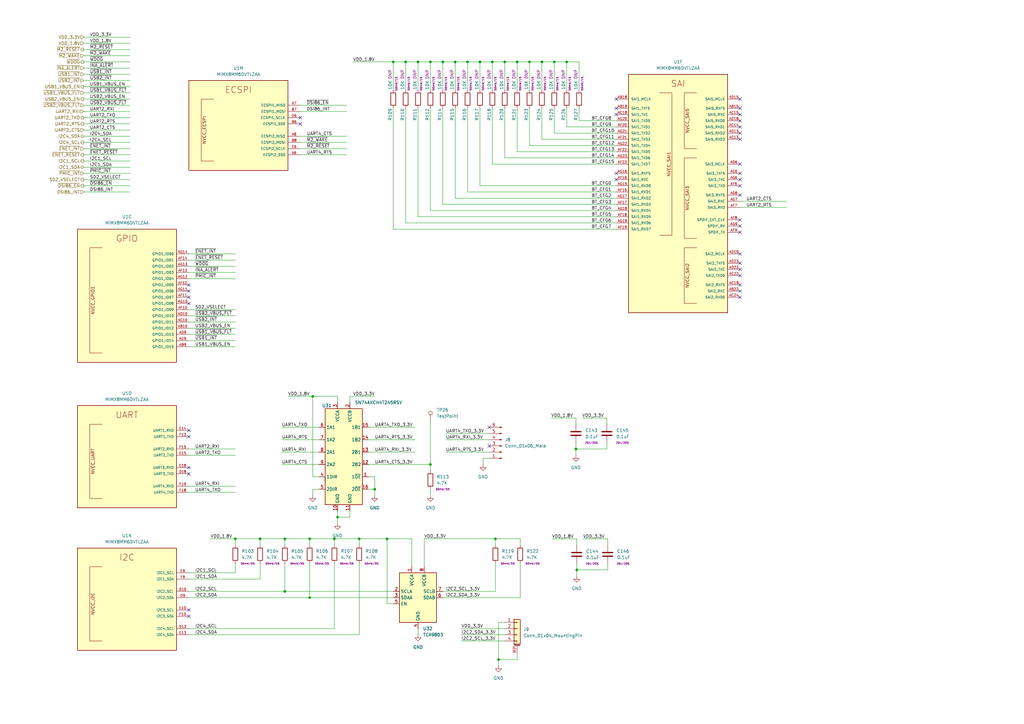
<source format=kicad_sch>
(kicad_sch (version 20211123) (generator eeschema)
  (paper "A3")
  (title_block (title "QSBC") (rev "1") (company "Q-LAB"))
  (lib_symbols
    (symbol "Connector:Conn_01x06_Male" (pin_names (offset 1.016) hide)
      (property "Reference" "J" (at 0 7.62 0))
      (property "Value" "Conn_01x06_Male" (at 0 -10.16 0))
      (symbol "Conn_01x06_Male_1_1"
        (pin passive line (at 5.08 5.08 180) (length 3.81) (name "Pin_1") (number "1"))
        (pin passive line (at 5.08 2.54 180) (length 3.81) (name "Pin_2") (number "2"))
        (pin passive line (at 5.08 0 180) (length 3.81) (name "Pin_3") (number "3"))
        (pin passive line (at 5.08 -2.54 180) (length 3.81) (name "Pin_4") (number "4"))
        (pin passive line (at 5.08 -5.08 180) (length 3.81) (name "Pin_5") (number "5"))
        (pin passive line (at 5.08 -7.62 180) (length 3.81) (name "Pin_6") (number "6"))
      )
    )
    (symbol "Connector:TestPoint" (pin_numbers hide) (pin_names (offset 0.762) hide)
      (property "Reference" "TP" (at 0 6.858 0))
      (property "Value" "TestPoint" (at 0 5.08 0))
      (symbol "TestPoint_1_1"
        (pin passive line (at 0 0 90) (length 2.54) (name "1") (number "1"))
      )
    )
    (symbol "Connector_Generic_MountingPin:Conn_01x04_MountingPin" (pin_names (offset 1.016) hide)
      (property "Reference" "J" (at 0 5.08 0))
      (property "Value" "Conn_01x04_MountingPin" (at 1.27 -7.62 0))
      (symbol "Conn_01x04_MountingPin_1_1"
        (text "Mounting" (at 0 -6.731 0) (effects (font (size 0.381 0.381))))
        (pin passive line (at -5.08 2.54 0) (length 3.81) (name "Pin_1") (number "1"))
        (pin passive line (at -5.08 0 0) (length 3.81) (name "Pin_2") (number "2"))
        (pin passive line (at -5.08 -2.54 0) (length 3.81) (name "Pin_3") (number "3"))
        (pin passive line (at -5.08 -5.08 0) (length 3.81) (name "Pin_4") (number "4"))
        (pin passive line (at 0 -10.16 90) (length 3.048) (name "MountPin") (number "MP"))
      )
    )
    (symbol "Device:C" (pin_numbers hide) (pin_names (offset 0.254))
      (property "Reference" "C" (at 0.635 2.54 0))
      (property "Value" "C" (at 0.635 -2.54 0))
      (symbol "C_1_1"
        (pin passive line (at 0 3.81 270) (length 2.794) (name "~") (number "1"))
        (pin passive line (at 0 -3.81 90) (length 2.794) (name "~") (number "2"))
      )
    )
    (symbol "Device:R" (pin_numbers hide) (pin_names (offset 0))
      (property "Reference" "R" (at 2.032 0 90))
      (property "Value" "R" (at 0 0 90))
      (symbol "R_1_1"
        (pin passive line (at 0 3.81 270) (length 1.27) (name "~") (number "1"))
        (pin passive line (at 0 -3.81 90) (length 1.27) (name "~") (number "2"))
      )
    )
    (symbol "Interface:TCA9803"
      (property "Reference" "U" (at -7.62 11.43 0))
      (property "Value" "TCA9803" (at 5.08 11.43 0))
      (symbol "TCA9803_1_1"
        (pin power_in line (at -2.54 12.7 270) (length 2.54) (name "VCCA") (number "1"))
        (pin bidirectional line (at -10.16 2.54 0) (length 2.54) (name "SCLA") (number "2"))
        (pin bidirectional line (at -10.16 0 0) (length 2.54) (name "SDAA") (number "3"))
        (pin power_in line (at 0 -12.7 90) (length 2.54) (name "GND") (number "4"))
        (pin input line (at -10.16 -2.54 0) (length 2.54) (name "EN") (number "5"))
        (pin bidirectional line (at 10.16 0 180) (length 2.54) (name "SDAB") (number "6"))
        (pin bidirectional line (at 10.16 2.54 180) (length 2.54) (name "SCLB") (number "7"))
        (pin power_in line (at 2.54 12.7 270) (length 2.54) (name "VCCB") (number "8"))
      )
    )
    (symbol "MIMX8MM6DVTLZAA_1" (pin_names (offset 1.016))
      (property "Reference" "U" (at 16.51 13.97 0))
      (property "Value" "MIMX8MM6DVTLZAA_1" (at -20.32 13.97 0))
      (symbol "MIMX8MM6DVTLZAA_1_1_0"
        (text "MISC" (at 0 10.16 0) (effects (font (size 2.54 2.54))))
        (text "NVCC_CLK" (at 5.08 -45.72 900) (effects (font (size 1.27 1.27))))
        (text "NVCC_JTAG" (at 5.08 -7.62 900) (effects (font (size 1.27 1.27))))
        (text "NVCC_SNVS_1P8" (at -5.08 -5.08 900) (effects (font (size 1.27 1.27))))
        (text "VDD_24M_XTAL_1P8" (at -5.08 -29.21 900) (effects (font (size 1.27 1.27))))
        (text "VDD_ANA1_1P8" (at 1.27 -29.21 900) (effects (font (size 1.27 1.27))))
        (pin bidirectional line (at -25.4 -3.81 0) (length 5.08) (name "PMIC_ON_REQ") (number "A24"))
        (pin bidirectional line (at -25.4 3.81 0) (length 5.08) (name "ONOFF") (number "A25"))
        (pin input line (at -25.4 -11.43 0) (length 5.08) (name "RTC_XTALI") (number "A26"))
        (pin bidirectional line (at -25.4 1.27 0) (length 5.08) (name "POR_B") (number "B24"))
        (pin output line (at -25.4 -13.97 0) (length 5.08) (name "RTC_XTALO") (number "B25"))
        (pin input line (at -25.4 -27.94 0) (length 5.08) (name "24M_XTALI") (number "B27"))
        (pin output line (at -25.4 -30.48 0) (length 5.08) (name "24M_XTALO") (number "C26"))
        (pin bidirectional line (at 25.4 -16.51 180) (length 5.08) (name "JTAG_TRST_B") (number "C27"))
        (pin bidirectional line (at 25.4 -2.54 180) (length 5.08) (name "TEST_MODE") (number "D26"))
        (pin bidirectional line (at 25.4 -6.35 180) (length 5.08) (name "JTAG_MOD") (number "D27"))
        (pin bidirectional line (at -25.4 -6.35 0) (length 5.08) (name "PMIC_STBY_REQ") (number "E24"))
        (pin bidirectional line (at 25.4 -13.97 180) (length 5.08) (name "JTAG_TDO") (number "E26"))
        (pin bidirectional line (at 25.4 -11.43 180) (length 5.08) (name "JTAG_TDI") (number "E27"))
        (pin bidirectional line (at -25.4 -1.27 0) (length 5.08) (name "RTC_RESET_B") (number "F24"))
        (pin bidirectional line (at 25.4 -8.89 180) (length 5.08) (name "JTAG_TCK") (number "F26"))
        (pin bidirectional line (at 25.4 -19.05 180) (length 5.08) (name "JTAG_TMS") (number "F27"))
        (pin bidirectional line (at 25.4 3.81 180) (length 5.08) (name "BOOT_MODE0") (number "G26"))
        (pin bidirectional line (at 25.4 1.27 180) (length 5.08) (name "BOOT_MODE1") (number "G27"))
        (pin bidirectional line (at 25.4 -48.26 180) (length 5.08) (name "CLKOUT1") (number "H26"))
        (pin bidirectional line (at 25.4 -40.64 180) (length 5.08) (name "CLKIN1") (number "H27"))
        (pin passive line (at 25.4 -31.75 180) (length 5.08) (name "TSENSOR_TEST_OUT") (number "J23"))
        (pin passive line (at 25.4 -26.67 180) (length 5.08) (name "TSENSOR_RES_EXT") (number "J24"))
        (pin bidirectional line (at 25.4 -50.8 180) (length 5.08) (name "CLKOUT2") (number "J26"))
        (pin bidirectional line (at 25.4 -43.18 180) (length 5.08) (name "CLKIN2") (number "J27"))
      )
      (symbol "MIMX8MM6DVTLZAA_1_2_0"
        (text "DDR" (at 0 10.16 0) (effects (font (size 2.54 2.54))))
        (pin bidirectional line (at 25.4 -45.72 180) (length 5.08) (name "DRAM_DQS0_P") (number "A2"))
        (pin bidirectional line (at 25.4 -17.78 180) (length 5.08) (name "DRAM_DQ06") (number "A3"))
        (pin bidirectional line (at 25.4 5.08 180) (length 5.08) (name "DRAM_DM0") (number "A4"))
        (pin bidirectional line (at 25.4 -2.54 180) (length 5.08) (name "DRAM_DQ00") (number "A5"))
        (pin passive line (at 25.4 -111.76 180) (length 5.08) (name "DRAM_DQS2_P") (number "AA1"))
        (pin passive line (at 25.4 -63.5 180) (length 5.08) (name "DRAM_DQ17") (number "AA2"))
        (pin passive line (at 25.4 -104.14 180) (length 5.08) (name "DRAM_DM2") (number "AB1"))
        (pin passive line (at 25.4 -60.96 180) (length 5.08) (name "DRAM_DQ16") (number "AB2"))
        (pin bidirectional line (at -25.4 -66.04 0) (length 5.08) (name "DRAM_AC20") (number "AB4"))
        (pin bidirectional line (at -25.4 -68.58 0) (length 5.08) (name "DRAM_AC21") (number "AB5"))
        (pin bidirectional line (at -25.4 -104.14 0) (length 5.08) (name "DRAM_AC38") (number "AB6"))
        (pin passive line (at 25.4 -76.2 180) (length 5.08) (name "DRAM_DQ22") (number "AC1"))
        (pin passive line (at 25.4 -78.74 180) (length 5.08) (name "DRAM_DQ23") (number "AC2"))
        (pin bidirectional line (at -25.4 -45.72 0) (length 5.08) (name "DRAM_AC30") (number "AC4"))
        (pin passive line (at 25.4 -88.9 180) (length 5.08) (name "DRAM_DQ27") (number "AD1"))
        (pin passive line (at 25.4 -86.36 180) (length 5.08) (name "DRAM_DQ26") (number "AD2"))
        (pin bidirectional line (at -25.4 -48.26 0) (length 5.08) (name "DRAM_AC31") (number "AD5"))
        (pin passive line (at 25.4 -91.44 180) (length 5.08) (name "DRAM_DQ28") (number "AE1"))
        (pin passive line (at 25.4 -93.98 180) (length 5.08) (name "DRAM_DQ29") (number "AF1"))
        (pin passive line (at 25.4 -121.92 180) (length 5.08) (name "DRAM_DQS3_N") (number "AF2"))
        (pin passive line (at 25.4 -99.06 180) (length 5.08) (name "DRAM_DQ31") (number "AF4"))
        (pin passive line (at 25.4 -83.82 180) (length 5.08) (name "DRAM_DQ25") (number "AF5"))
        (pin passive line (at 25.4 -119.38 180) (length 5.08) (name "DRAM_DQS3_P") (number "AG2"))
        (pin passive line (at 25.4 -96.52 180) (length 5.08) (name "DRAM_DQ30") (number "AG3"))
        (pin passive line (at 25.4 -106.68 180) (length 5.08) (name "DRAM_DM3") (number "AG4"))
        (pin passive line (at 25.4 -81.28 180) (length 5.08) (name "DRAM_DQ24") (number "AG5"))
        (pin bidirectional line (at 25.4 -15.24 180) (length 5.08) (name "DRAM_DQ05") (number "B1"))
        (pin bidirectional line (at 25.4 -48.26 180) (length 5.08) (name "DRAM_DQS0_N") (number "B2"))
        (pin bidirectional line (at 25.4 -20.32 180) (length 5.08) (name "DRAM_DQ07") (number "B4"))
        (pin bidirectional line (at 25.4 -5.08 180) (length 5.08) (name "DRAM_DQ01") (number "B5"))
        (pin bidirectional line (at 25.4 -12.7 180) (length 5.08) (name "DRAM_DQ04") (number "C1"))
        (pin bidirectional line (at 25.4 -10.16 180) (length 5.08) (name "DRAM_DQ03") (number "D1"))
        (pin bidirectional line (at 25.4 -7.62 180) (length 5.08) (name "DRAM_DQ02") (number "D2"))
        (pin bidirectional line (at -25.4 -2.54 0) (length 5.08) (name "DRAM_AC11") (number "D5"))
        (pin bidirectional line (at 25.4 -38.1 180) (length 5.08) (name "DRAM_DQ14") (number "E1"))
        (pin bidirectional line (at 25.4 -40.64 180) (length 5.08) (name "DRAM_DQ15") (number "E2"))
        (pin bidirectional line (at -25.4 0 0) (length 5.08) (name "DRAM_AC10") (number "E4"))
        (pin bidirectional line (at 25.4 2.54 180) (length 5.08) (name "DRAM_DM1") (number "F1"))
        (pin bidirectional line (at 25.4 -22.86 180) (length 5.08) (name "DRAM_DQ08") (number "F2"))
        (pin bidirectional line (at -25.4 -20.32 0) (length 5.08) (name "DRAM_AC00") (number "F4"))
        (pin bidirectional line (at -25.4 -22.86 0) (length 5.08) (name "DRAM_AC01") (number "F5"))
        (pin bidirectional line (at -25.4 -101.6 0) (length 5.08) (name "DRAM_AC06") (number "F6"))
        (pin bidirectional line (at 25.4 -53.34 180) (length 5.08) (name "DRAM_DQS1_P") (number "G1"))
        (pin bidirectional line (at 25.4 -25.4 180) (length 5.08) (name "DRAM_DQ09") (number "G2"))
        (pin bidirectional line (at 25.4 -55.88 180) (length 5.08) (name "DRAM_DQS1_N") (number "H1"))
        (pin bidirectional line (at 25.4 -27.94 180) (length 5.08) (name "DRAM_DQ10") (number "J1"))
        (pin bidirectional line (at 25.4 -30.48 180) (length 5.08) (name "DRAM_DQ11") (number "J2"))
        (pin bidirectional line (at -25.4 -15.24 0) (length 5.08) (name "DRAM_AC03") (number "J4"))
        (pin bidirectional line (at -25.4 -99.06 0) (length 5.08) (name "DRAM_AC07") (number "J5"))
        (pin bidirectional line (at -25.4 5.08 0) (length 5.08) (name "DRAM_AC08") (number "J6"))
        (pin bidirectional line (at 25.4 -35.56 180) (length 5.08) (name "DRAM_DQ13") (number "K1"))
        (pin bidirectional line (at 25.4 -33.02 180) (length 5.08) (name "DRAM_DQ12") (number "K2"))
        (pin bidirectional line (at -25.4 -12.7 0) (length 5.08) (name "DRAM_AC02") (number "K4"))
        (pin bidirectional line (at -25.4 -35.56 0) (length 5.08) (name "DRAM_AC14") (number "K5"))
        (pin bidirectional line (at -25.4 2.54 0) (length 5.08) (name "DRAM_AC09") (number "K6"))
        (pin bidirectional line (at -25.4 -30.48 0) (length 5.08) (name "DRAM_AC05") (number "L1"))
        (pin bidirectional line (at -25.4 -27.94 0) (length 5.08) (name "DRAM_AC04") (number "L2"))
        (pin bidirectional line (at -25.4 -86.36 0) (length 5.08) (name "DRAM_AC16") (number "M1"))
        (pin bidirectional line (at -25.4 -88.9 0) (length 5.08) (name "DRAM_AC17") (number "M2"))
        (pin bidirectional line (at -25.4 -109.22 0) (length 5.08) (name "DRAM_AC26") (number "N1"))
        (pin bidirectional line (at -25.4 -127 0) (length 5.08) (name "DRAM_AC19") (number "N2"))
        (pin bidirectional line (at -25.4 -5.08 0) (length 5.08) (name "DRAM_AC12") (number "N4"))
        (pin bidirectional line (at -25.4 -7.62 0) (length 5.08) (name "DRAM_AC13") (number "N5"))
        (pin bidirectional line (at -25.4 -96.52 0) (length 5.08) (name "DRAM_AC15") (number "N6"))
        (pin bidirectional line (at -25.4 -121.92 0) (length 5.08) (name "DRAM_VREF") (number "P1"))
        (pin bidirectional line (at -25.4 -124.46 0) (length 5.08) (name "DRAM_ZN") (number "P2"))
        (pin bidirectional line (at -25.4 -119.38 0) (length 5.08) (name "DRAM_RESET_N") (number "R1"))
        (pin bidirectional line (at -25.4 -114.3 0) (length 5.08) (name "DRAM_ALERT_N") (number "R2"))
        (pin bidirectional line (at -25.4 -50.8 0) (length 5.08) (name "DRAM_AC32") (number "R4"))
        (pin bidirectional line (at -25.4 -53.34 0) (length 5.08) (name "DRAM_AC33") (number "R5"))
        (pin bidirectional line (at -25.4 -111.76 0) (length 5.08) (name "DRAM_AC27") (number "R6"))
        (pin bidirectional line (at -25.4 -81.28 0) (length 5.08) (name "DRAM_AC34") (number "T1"))
        (pin bidirectional line (at -25.4 -106.68 0) (length 5.08) (name "DRAM_AC35") (number "T2"))
        (pin bidirectional line (at -25.4 -76.2 0) (length 5.08) (name "DRAM_AC25") (number "U1"))
        (pin bidirectional line (at -25.4 -73.66 0) (length 5.08) (name "DRAM_AC24") (number "U2"))
        (pin passive line (at 25.4 -73.66 180) (length 5.08) (name "DRAM_DQ21") (number "V1"))
        (pin passive line (at 25.4 -71.12 180) (length 5.08) (name "DRAM_DQ20") (number "V2"))
        (pin bidirectional line (at -25.4 -58.42 0) (length 5.08) (name "DRAM_AC23") (number "V4"))
        (pin bidirectional line (at -25.4 -91.44 0) (length 5.08) (name "DRAM_AC36") (number "V5"))
        (pin bidirectional line (at -25.4 -43.18 0) (length 5.08) (name "DRAM_AC29") (number "V6"))
        (pin passive line (at 25.4 -66.04 180) (length 5.08) (name "DRAM_DQ18") (number "W1"))
        (pin passive line (at 25.4 -68.58 180) (length 5.08) (name "DRAM_DQ19") (number "W2"))
        (pin bidirectional line (at -25.4 -60.96 0) (length 5.08) (name "DRAM_AC22") (number "W4"))
        (pin bidirectional line (at -25.4 -93.98 0) (length 5.08) (name "DRAM_AC37") (number "W5"))
        (pin bidirectional line (at -25.4 -40.64 0) (length 5.08) (name "DRAM_AC28") (number "W6"))
        (pin passive line (at 25.4 -114.3 180) (length 5.08) (name "DRAM_DQS2_N") (number "Y1"))
      )
      (symbol "MIMX8MM6DVTLZAA_1_3_0"
        (text "GPIO" (at 0 10.16 0) (effects (font (size 2.54 2.54))))
        (text "NVCC_GPIO1" (at -13.97 -15.24 900) (effects (font (size 1.27 1.27))))
        (pin bidirectional line (at 25.4 -26.67 180) (length 5.08) (name "GPIO1_IO12") (number "AB10"))
        (pin bidirectional line (at 25.4 -34.29 180) (length 5.08) (name "GPIO1_IO15") (number "AB9"))
        (pin bidirectional line (at 25.4 -24.13 180) (length 5.08) (name "GPIO1_IO11") (number "AC10"))
        (pin bidirectional line (at 25.4 -31.75 180) (length 5.08) (name "GPIO1_IO14") (number "AC9"))
        (pin bidirectional line (at 25.4 -21.59 180) (length 5.08) (name "GPIO1_IO10") (number "AD10"))
        (pin bidirectional line (at 25.4 -29.21 180) (length 5.08) (name "GPIO1_IO13") (number "AD9"))
        (pin bidirectional line (at 25.4 -19.05 180) (length 5.08) (name "GPIO1_IO09") (number "AF10"))
        (pin bidirectional line (at 25.4 -13.97 180) (length 5.08) (name "GPIO1_IO07") (number "AF11"))
        (pin bidirectional line (at 25.4 -8.89 180) (length 5.08) (name "GPIO1_IO05") (number "AF12"))
        (pin bidirectional line (at 25.4 -3.81 180) (length 5.08) (name "GPIO1_IO03") (number "AF13"))
        (pin bidirectional line (at 25.4 1.27 180) (length 5.08) (name "GPIO1_IO01") (number "AF14"))
        (pin bidirectional line (at 25.4 -16.51 180) (length 5.08) (name "GPIO1_IO08") (number "AG10"))
        (pin bidirectional line (at 25.4 -11.43 180) (length 5.08) (name "GPIO1_IO06") (number "AG11"))
        (pin bidirectional line (at 25.4 -6.35 180) (length 5.08) (name "GPIO1_IO04") (number "AG12"))
        (pin bidirectional line (at 25.4 -1.27 180) (length 5.08) (name "GPIO1_IO02") (number "AG13"))
        (pin bidirectional line (at 25.4 3.81 180) (length 5.08) (name "GPIO1_IO00") (number "AG14"))
      )
      (symbol "MIMX8MM6DVTLZAA_1_4_0"
        (text "CSI" (at 0 10.16 0) (effects (font (size 2.54 2.54))))
        (text "VDD_MIPI_1P8" (at -13.97 -13.97 900) (effects (font (size 1.27 1.27))))
        (pin bidirectional line (at 25.4 -5.08 180) (length 5.08) (name "MIPI_CSI_D0_N") (number "A14"))
        (pin bidirectional line (at 25.4 -12.7 180) (length 5.08) (name "MIPI_CSI_D1_N") (number "A15"))
        (pin bidirectional line (at 25.4 3.81 180) (length 5.08) (name "MIPI_CSI_CLK_N") (number "A16"))
        (pin bidirectional line (at 25.4 -20.32 180) (length 5.08) (name "MIPI_CSI_D2_N") (number "A17"))
        (pin bidirectional line (at 25.4 -27.94 180) (length 5.08) (name "MIPI_CSI_D3_N") (number "A18"))
        (pin bidirectional line (at 25.4 -7.62 180) (length 5.08) (name "MIPI_CSI_D0_P") (number "B14"))
        (pin bidirectional line (at 25.4 -15.24 180) (length 5.08) (name "MIPI_CSI_D1_P") (number "B15"))
        (pin bidirectional line (at 25.4 1.27 180) (length 5.08) (name "MIPI_CSI_CLK_P") (number "B16"))
        (pin bidirectional line (at 25.4 -22.86 180) (length 5.08) (name "MIPI_CSI_D2_P") (number "B17"))
        (pin bidirectional line (at 25.4 -30.48 180) (length 5.08) (name "MIPI_CSI_D3_P") (number "B18"))
      )
      (symbol "MIMX8MM6DVTLZAA_1_5_0"
        (text "NAND" (at 0 10.16 0) (effects (font (size 2.54 2.54))))
        (text "NVCC_NAND" (at -13.97 -22.86 900) (effects (font (size 1.27 1.27))))
        (pin bidirectional line (at 25.4 -31.75 180) (length 5.08) (name "NAND_DATA02") (number "K23"))
        (pin bidirectional line (at 25.4 -29.21 180) (length 5.08) (name "NAND_DATA01") (number "K24"))
        (pin bidirectional line (at 25.4 -41.91 180) (length 5.08) (name "NAND_DATA06") (number "K26"))
        (pin bidirectional line (at 25.4 -11.43 180) (length 5.08) (name "NAND_CLE") (number "K27"))
        (pin bidirectional line (at 25.4 -39.37 180) (length 5.08) (name "NAND_DATA05") (number "L26"))
        (pin bidirectional line (at 25.4 -3.81 180) (length 5.08) (name "NAND_CE3_B") (number "L27"))
        (pin bidirectional line (at 25.4 -36.83 180) (length 5.08) (name "NAND_DATA04") (number "M26"))
        (pin bidirectional line (at 25.4 -1.27 180) (length 5.08) (name "NAND_CE2_B") (number "M27"))
        (pin bidirectional line (at 25.4 -8.89 180) (length 5.08) (name "NAND_ALE") (number "N22"))
        (pin bidirectional line (at 25.4 -34.29 180) (length 5.08) (name "NAND_DATA03") (number "N23"))
        (pin bidirectional line (at 25.4 3.81 180) (length 5.08) (name "NAND_CE0_B") (number "N24"))
        (pin bidirectional line (at 25.4 -44.45 180) (length 5.08) (name "NAND_DATA07") (number "N26"))
        (pin bidirectional line (at 25.4 -13.97 180) (length 5.08) (name "NAND_RE_B") (number "N27"))
        (pin bidirectional line (at 25.4 -26.67 180) (length 5.08) (name "NAND_DATA00") (number "P23"))
        (pin bidirectional line (at 25.4 -21.59 180) (length 5.08) (name "NAND_READY_B") (number "P26"))
        (pin bidirectional line (at 25.4 1.27 180) (length 5.08) (name "NAND_CE1_B") (number "P27"))
        (pin bidirectional line (at 25.4 -49.53 180) (length 5.08) (name "NAND_DQS") (number "R22"))
        (pin bidirectional line (at 25.4 -16.51 180) (length 5.08) (name "NAND_WE_B") (number "R26"))
        (pin bidirectional line (at 25.4 -19.05 180) (length 5.08) (name "NAND_WP_B") (number "R27"))
      )
      (symbol "MIMX8MM6DVTLZAA_1_6_0"
        (text "NVCC_SAI1" (at -3.81 -22.86 900) (effects (font (size 1.27 1.27))))
        (text "NVCC_SAI2" (at 3.81 -68.58 900) (effects (font (size 1.27 1.27))))
        (text "NVCC_SAI3" (at 3.81 -36.83 900) (effects (font (size 1.27 1.27))))
        (text "NVCC_SAI5" (at 3.81 -5.08 900) (effects (font (size 1.27 1.27))))
        (text "SAI" (at 0 10.16 0) (effects (font (size 2.54 2.54))))
        (pin bidirectional line (at 25.4 0 180) (length 5.08) (name "SAI5_RXFS") (number "AB15"))
        (pin bidirectional line (at -25.4 3.81 0) (length 5.08) (name "SAI1_MCLK") (number "AB18"))
        (pin bidirectional line (at -25.4 0 0) (length 5.08) (name "SAI1_TXFS") (number "AB19"))
        (pin bidirectional line (at 25.4 -74.93 180) (length 5.08) (name "SAI2_RXC") (number "AB22"))
        (pin bidirectional line (at 25.4 -12.7 180) (length 5.08) (name "SAI5_RXD3") (number "AC13"))
        (pin bidirectional line (at 25.4 -7.62 180) (length 5.08) (name "SAI5_RXD1") (number "AC14"))
        (pin bidirectional line (at 25.4 -2.54 180) (length 5.08) (name "SAI5_RXC") (number "AC15"))
        (pin bidirectional line (at -25.4 -2.54 0) (length 5.08) (name "SAI1_TXC") (number "AC18"))
        (pin bidirectional line (at 25.4 -72.39 180) (length 5.08) (name "SAI2_RXFS") (number "AC19"))
        (pin bidirectional line (at 25.4 -68.58 180) (length 5.08) (name "SAI2_TXD0") (number "AC22"))
        (pin bidirectional line (at 25.4 -77.47 180) (length 5.08) (name "SAI2_RXD0") (number "AC24"))
        (pin bidirectional line (at 25.4 -26.67 180) (length 5.08) (name "SAI3_TXFS") (number "AC6"))
        (pin bidirectional line (at 25.4 -10.16 180) (length 5.08) (name "SAI5_RXD2") (number "AD13"))
        (pin bidirectional line (at 25.4 3.81 180) (length 5.08) (name "SAI5_MCLK") (number "AD15"))
        (pin bidirectional line (at 25.4 -5.08 180) (length 5.08) (name "SAI5_RXD0") (number "AD18"))
        (pin bidirectional line (at 25.4 -59.69 180) (length 5.08) (name "SAI2_MCLK") (number "AD19"))
        (pin bidirectional line (at 25.4 -66.04 180) (length 5.08) (name "SAI2_TXC") (number "AD22"))
        (pin bidirectional line (at 25.4 -63.5 180) (length 5.08) (name "SAI2_TXFS") (number "AD23"))
        (pin bidirectional line (at 25.4 -22.86 180) (length 5.08) (name "SAI3_MCLK") (number "AD6"))
        (pin bidirectional line (at -25.4 -34.29 0) (length 5.08) (name "SAI1_RXD1") (number "AF15"))
        (pin bidirectional line (at -25.4 -29.21 0) (length 5.08) (name "SAI1_RXC") (number "AF16"))
        (pin bidirectional line (at -25.4 -39.37 0) (length 5.08) (name "SAI1_RXD3") (number "AF17"))
        (pin bidirectional line (at -25.4 -44.45 0) (length 5.08) (name "SAI1_RXD5") (number "AF18"))
        (pin bidirectional line (at -25.4 -49.53 0) (length 5.08) (name "SAI1_RXD7") (number "AF19"))
        (pin bidirectional line (at -25.4 -7.62 0) (length 5.08) (name "SAI1_TXD1") (number "AF20"))
        (pin bidirectional line (at -25.4 -12.7 0) (length 5.08) (name "SAI1_TXD3") (number "AF21"))
        (pin bidirectional line (at -25.4 -17.78 0) (length 5.08) (name "SAI1_TXD5") (number "AF22"))
        (pin bidirectional line (at -25.4 -22.86 0) (length 5.08) (name "SAI1_TXD7") (number "AF23"))
        (pin bidirectional line (at 25.4 -31.75 180) (length 5.08) (name "SAI3_TXD") (number "AF6"))
        (pin bidirectional line (at 25.4 -40.64 180) (length 5.08) (name "SAI3_RXD") (number "AF7"))
        (pin bidirectional line (at 25.4 -45.72 180) (length 5.08) (name "SPDIF_EXT_CLK") (number "AF8"))
        (pin bidirectional line (at 25.4 -50.8 180) (length 5.08) (name "SPDIF_TX") (number "AF9"))
        (pin bidirectional line (at -25.4 -31.75 0) (length 5.08) (name "SAI1_RXD0") (number "AG15"))
        (pin bidirectional line (at -25.4 -26.67 0) (length 5.08) (name "SAI1_RXFS") (number "AG16"))
        (pin bidirectional line (at -25.4 -36.83 0) (length 5.08) (name "SAI1_RXD2") (number "AG17"))
        (pin bidirectional line (at -25.4 -41.91 0) (length 5.08) (name "SAI1_RXD4") (number "AG18"))
        (pin bidirectional line (at -25.4 -46.99 0) (length 5.08) (name "SAI1_RXD6") (number "AG19"))
        (pin bidirectional line (at -25.4 -5.08 0) (length 5.08) (name "SAI1_TXD0") (number "AG20"))
        (pin bidirectional line (at -25.4 -10.16 0) (length 5.08) (name "SAI1_TXD2") (number "AG21"))
        (pin bidirectional line (at -25.4 -15.24 0) (length 5.08) (name "SAI1_TXD4") (number "AG22"))
        (pin bidirectional line (at -25.4 -20.32 0) (length 5.08) (name "SAI1_TXD6") (number "AG23"))
        (pin bidirectional line (at 25.4 -29.21 180) (length 5.08) (name "SAI3_TXC") (number "AG6"))
        (pin bidirectional line (at 25.4 -38.1 180) (length 5.08) (name "SAI3_RXC") (number "AG7"))
        (pin bidirectional line (at 25.4 -35.56 180) (length 5.08) (name "SAI3_RXFS") (number "AG8"))
        (pin bidirectional line (at 25.4 -48.26 180) (length 5.08) (name "SPDIF_RX") (number "AG9"))
      )
      (symbol "MIMX8MM6DVTLZAA_1_7_0"
        (text "ENET" (at 0 10.16 0) (effects (font (size 2.54 2.54))))
        (text "NVCC_ENET" (at -13.97 -15.24 900) (effects (font (size 1.27 1.27))))
        (pin bidirectional line (at 25.4 1.27 180) (length 5.08) (name "ENET_MDIO") (number "AB27"))
        (pin bidirectional line (at 25.4 -34.29 180) (length 5.08) (name "ENET_RD3") (number "AC26"))
        (pin bidirectional line (at 25.4 3.81 180) (length 5.08) (name "ENET_MDC") (number "AC27"))
        (pin bidirectional line (at 25.4 -31.75 180) (length 5.08) (name "ENET_RD2") (number "AD26"))
        (pin bidirectional line (at 25.4 -29.21 180) (length 5.08) (name "ENET_RD1") (number "AD27"))
        (pin bidirectional line (at 25.4 -24.13 180) (length 5.08) (name "ENET_RXC") (number "AE26"))
        (pin bidirectional line (at 25.4 -26.67 180) (length 5.08) (name "ENET_RD0") (number "AE27"))
        (pin bidirectional line (at 25.4 -3.81 180) (length 5.08) (name "ENET_TX_CTL") (number "AF24"))
        (pin bidirectional line (at 25.4 -16.51 180) (length 5.08) (name "ENET_TD3") (number "AF25"))
        (pin bidirectional line (at 25.4 -11.43 180) (length 5.08) (name "ENET_TD1") (number "AF26"))
        (pin bidirectional line (at 25.4 -21.59 180) (length 5.08) (name "ENET_RX_CTL") (number "AF27"))
        (pin bidirectional line (at 25.4 -6.35 180) (length 5.08) (name "ENET_TXC") (number "AG24"))
        (pin bidirectional line (at 25.4 -13.97 180) (length 5.08) (name "ENET_TD2") (number "AG25"))
        (pin bidirectional line (at 25.4 -8.89 180) (length 5.08) (name "ENET_TD0") (number "AG26"))
      )
      (symbol "MIMX8MM6DVTLZAA_1_8_0"
        (text "GND" (at 0 10.16 0) (effects (font (size 2.54 2.54))))
        (pin power_in line (at 25.4 -48.26 180) (length 5.08) (name "VSS") (number "A1"))
        (pin power_in line (at -25.4 -119.38 0) (length 5.08) (name "VSS") (number "A27"))
        (pin power_in line (at -25.4 -27.94 0) (length 5.08) (name "VSS") (number "AA10"))
        (pin power_in line (at -25.4 2.54 0) (length 5.08) (name "VSS") (number "AA13"))
        (pin power_in line (at 25.4 -73.66 180) (length 5.08) (name "VSS") (number "AA15"))
        (pin power_in line (at 25.4 -109.22 180) (length 5.08) (name "VSS") (number "AA18"))
        (pin power_in line (at 25.4 -114.3 180) (length 5.08) (name "VSS") (number "AA19"))
        (pin power_in line (at -25.4 -91.44 0) (length 5.08) (name "VSS") (number "AA21"))
        (pin power_in line (at -25.4 -40.64 0) (length 5.08) (name "VSS") (number "AA7"))
        (pin power_in line (at -25.4 -43.18 0) (length 5.08) (name "VSS") (number "AA9"))
        (pin power_in line (at 25.4 -99.06 180) (length 5.08) (name "VSS") (number "AB25"))
        (pin power_in line (at 25.4 -7.62 180) (length 5.08) (name "VSS") (number "AB3"))
        (pin power_in line (at 25.4 -96.52 180) (length 5.08) (name "VSS") (number "AC25"))
        (pin power_in line (at 25.4 -5.08 180) (length 5.08) (name "VSS") (number "AC3"))
        (pin power_in line (at -25.4 -12.7 0) (length 5.08) (name "VSS") (number "AE10"))
        (pin power_in line (at -25.4 7.62 0) (length 5.08) (name "VSS") (number "AE13"))
        (pin power_in line (at -25.4 -58.42 0) (length 5.08) (name "VSS") (number "AE14"))
        (pin power_in line (at 25.4 -76.2 180) (length 5.08) (name "VSS") (number "AE15"))
        (pin power_in line (at -25.4 -60.96 0) (length 5.08) (name "VSS") (number "AE18"))
        (pin power_in line (at -25.4 -66.04 0) (length 5.08) (name "VSS") (number "AE19"))
        (pin power_in line (at 25.4 -53.34 180) (length 5.08) (name "VSS") (number "AE2"))
        (pin power_in line (at -25.4 -106.68 0) (length 5.08) (name "VSS") (number "AE22"))
        (pin power_in line (at -25.4 -111.76 0) (length 5.08) (name "VSS") (number "AE23"))
        (pin power_in line (at 25.4 -2.54 180) (length 5.08) (name "VSS") (number "AE5"))
        (pin power_in line (at 25.4 7.62 180) (length 5.08) (name "VSS") (number "AE6"))
        (pin power_in line (at -25.4 -30.48 0) (length 5.08) (name "VSS") (number "AE9"))
        (pin power_in line (at 25.4 -12.7 180) (length 5.08) (name "VSS") (number "AF3"))
        (pin power_in line (at 25.4 -50.8 180) (length 5.08) (name "VSS") (number "AG1"))
        (pin power_in line (at 25.4 -116.84 180) (length 5.08) (name "VSS") (number "AG27"))
        (pin power_in line (at -25.4 -116.84 0) (length 5.08) (name "VSS") (number "B26"))
        (pin power_in line (at 25.4 -43.18 180) (length 5.08) (name "VSS") (number "B3"))
        (pin power_in line (at -25.4 -33.02 0) (length 5.08) (name "VSS") (number "C10"))
        (pin power_in line (at -25.4 -17.78 0) (length 5.08) (name "VSS") (number "C13"))
        (pin power_in line (at -25.4 10.16 0) (length 5.08) (name "VSS") (number "C14"))
        (pin power_in line (at 25.4 -66.04 180) (length 5.08) (name "VSS") (number "C15"))
        (pin power_in line (at 25.4 -93.98 180) (length 5.08) (name "VSS") (number "C18"))
        (pin power_in line (at 25.4 -111.76 180) (length 5.08) (name "VSS") (number "C19"))
        (pin power_in line (at 25.4 -40.64 180) (length 5.08) (name "VSS") (number "C2"))
        (pin power_in line (at -25.4 -88.9 0) (length 5.08) (name "VSS") (number "C22"))
        (pin power_in line (at -25.4 -109.22 0) (length 5.08) (name "VSS") (number "C23"))
        (pin power_in line (at 25.4 -10.16 180) (length 5.08) (name "VSS") (number "C5"))
        (pin power_in line (at 25.4 5.08 180) (length 5.08) (name "VSS") (number "C6"))
        (pin power_in line (at -25.4 -38.1 0) (length 5.08) (name "VSS") (number "C9"))
        (pin power_in line (at -25.4 -96.52 0) (length 5.08) (name "VSS") (number "E25"))
        (pin power_in line (at 25.4 -45.72 180) (length 5.08) (name "VSS") (number "E3"))
        (pin power_in line (at -25.4 -99.06 0) (length 5.08) (name "VSS") (number "F25"))
        (pin power_in line (at 25.4 -30.48 180) (length 5.08) (name "VSS") (number "F3"))
        (pin power_in line (at -25.4 -25.4 0) (length 5.08) (name "VSS") (number "G10"))
        (pin power_in line (at -25.4 -15.24 0) (length 5.08) (name "VSS") (number "G13"))
        (pin power_in line (at 25.4 -68.58 180) (length 5.08) (name "VSS") (number "G15"))
        (pin power_in line (at -25.4 -55.88 0) (length 5.08) (name "VSS") (number "G18"))
        (pin power_in line (at -25.4 -63.5 0) (length 5.08) (name "VSS") (number "G19"))
        (pin power_in line (at -25.4 -73.66 0) (length 5.08) (name "VSS") (number "G21"))
        (pin power_in line (at 25.4 0 180) (length 5.08) (name "VSS") (number "G7"))
        (pin power_in line (at -25.4 -35.56 0) (length 5.08) (name "VSS") (number "G9"))
        (pin power_in line (at 25.4 -106.68 180) (length 5.08) (name "VSS") (number "H18"))
        (pin power_in line (at 25.4 -38.1 180) (length 5.08) (name "VSS") (number "H2"))
        (pin power_in line (at -25.4 -76.2 0) (length 5.08) (name "VSS") (number "J21"))
        (pin power_in line (at -25.4 -101.6 0) (length 5.08) (name "VSS") (number "J25"))
        (pin power_in line (at 25.4 -33.02 180) (length 5.08) (name "VSS") (number "J3"))
        (pin power_in line (at 25.4 2.54 180) (length 5.08) (name "VSS") (number "J7"))
        (pin power_in line (at -25.4 -68.58 0) (length 5.08) (name "VSS") (number "K20"))
        (pin power_in line (at -25.4 -78.74 0) (length 5.08) (name "VSS") (number "K21"))
        (pin power_in line (at 25.4 -55.88 180) (length 5.08) (name "VSS") (number "K25"))
        (pin power_in line (at 25.4 -25.4 180) (length 5.08) (name "VSS") (number "K3"))
        (pin power_in line (at 25.4 10.16 180) (length 5.08) (name "VSS") (number "K7"))
        (pin power_in line (at -25.4 -10.16 0) (length 5.08) (name "VSS") (number "L12"))
        (pin power_in line (at 25.4 -78.74 180) (length 5.08) (name "VSS") (number "L16"))
        (pin power_in line (at -25.4 -7.62 0) (length 5.08) (name "VSS") (number "M12"))
        (pin power_in line (at 25.4 -81.28 180) (length 5.08) (name "VSS") (number "M16"))
        (pin power_in line (at -25.4 -5.08 0) (length 5.08) (name "VSS") (number "N12"))
        (pin power_in line (at 25.4 -83.82 180) (length 5.08) (name "VSS") (number "N16"))
        (pin power_in line (at -25.4 -81.28 0) (length 5.08) (name "VSS") (number "N21"))
        (pin power_in line (at 25.4 -60.96 180) (length 5.08) (name "VSS") (number "N25"))
        (pin power_in line (at 25.4 -27.94 180) (length 5.08) (name "VSS") (number "N3"))
        (pin power_in line (at -25.4 -48.26 0) (length 5.08) (name "VSS") (number "N7"))
        (pin power_in line (at -25.4 0 0) (length 5.08) (name "VSS") (number "P13"))
        (pin power_in line (at 25.4 -71.12 180) (length 5.08) (name "VSS") (number "P15"))
        (pin power_in line (at -25.4 -83.82 0) (length 5.08) (name "VSS") (number "P21"))
        (pin power_in line (at 25.4 -58.42 180) (length 5.08) (name "VSS") (number "P25"))
        (pin power_in line (at 25.4 -20.32 180) (length 5.08) (name "VSS") (number "P3"))
        (pin power_in line (at -25.4 -2.54 0) (length 5.08) (name "VSS") (number "R12"))
        (pin power_in line (at 25.4 -86.36 180) (length 5.08) (name "VSS") (number "R16"))
        (pin power_in line (at -25.4 -71.12 0) (length 5.08) (name "VSS") (number "R20"))
        (pin power_in line (at -25.4 -86.36 0) (length 5.08) (name "VSS") (number "R21"))
        (pin power_in line (at -25.4 -104.14 0) (length 5.08) (name "VSS") (number "R25"))
        (pin power_in line (at 25.4 -17.78 180) (length 5.08) (name "VSS") (number "R3"))
        (pin power_in line (at -25.4 -45.72 0) (length 5.08) (name "VSS") (number "R7"))
        (pin power_in line (at -25.4 -22.86 0) (length 5.08) (name "VSS") (number "T12"))
        (pin power_in line (at 25.4 -88.9 180) (length 5.08) (name "VSS") (number "T16"))
        (pin power_in line (at -25.4 -20.32 0) (length 5.08) (name "VSS") (number "U12"))
        (pin power_in line (at 25.4 -91.44 180) (length 5.08) (name "VSS") (number "U16"))
        (pin power_in line (at -25.4 -114.3 0) (length 5.08) (name "VSS") (number "V21"))
        (pin power_in line (at 25.4 -104.14 180) (length 5.08) (name "VSS") (number "V25"))
        (pin power_in line (at 25.4 -15.24 180) (length 5.08) (name "VSS") (number "V3"))
        (pin power_in line (at -25.4 -53.34 0) (length 5.08) (name "VSS") (number "V7"))
        (pin power_in line (at -25.4 -93.98 0) (length 5.08) (name "VSS") (number "W21"))
        (pin power_in line (at 25.4 -101.6 180) (length 5.08) (name "VSS") (number "W25"))
        (pin power_in line (at 25.4 -22.86 180) (length 5.08) (name "VSS") (number "W3"))
        (pin power_in line (at -25.4 -50.8 0) (length 5.08) (name "VSS") (number "W7"))
        (pin power_in line (at -25.4 5.08 0) (length 5.08) (name "VSS") (number "Y13"))
        (pin power_in line (at 25.4 -63.5 180) (length 5.08) (name "VSS") (number "Y18"))
        (pin power_in line (at 25.4 -35.56 180) (length 5.08) (name "VSS") (number "Y2"))
      )
      (symbol "MIMX8MM6DVTLZAA_1_9_0"
        (text "Power" (at 0 10.16 0) (effects (font (size 2.54 2.54))))
        (pin power_in line (at 25.4 -78.74 180) (length 5.08) (name "VDD_ANA0_1P8") (number "AA14"))
        (pin power_in line (at 25.4 -55.88 180) (length 5.08) (name "PVCC0_1P8") (number "AB13"))
        (pin power_in line (at 25.4 -172.72 180) (length 5.08) (name "MIPI_VREG_CAP") (number "D15"))
        (pin power_in line (at 25.4 -104.14 180) (length 5.08) (name "VDD_PCI_1P8") (number "G14"))
        (pin power_in line (at 25.4 -29.21 180) (length 5.08) (name "NVCC_ECSPI") (number "H10"))
        (pin power_in line (at 25.4 -106.68 180) (length 5.08) (name "VDD_MIPI_1P8") (number "H13"))
        (pin power_in line (at 25.4 -101.6 180) (length 5.08) (name "VDD_USB_1P8") (number "H15"))
        (pin power_in line (at -25.4 -129.54 0) (length 5.08) (name "VDD_DRAM") (number "J10"))
        (pin power_in line (at 25.4 -21.59 180) (length 5.08) (name "NVCC_I2C") (number "J11"))
        (pin power_in line (at 25.4 -25.4 180) (length 5.08) (name "NVCC_UART") (number "J12"))
        (pin power_in line (at 25.4 -60.96 180) (length 5.08) (name "PVCC2_1P8") (number "J13"))
        (pin power_in line (at 25.4 -168.91 180) (length 5.08) (name "VDD_MIPI_0P9") (number "J14"))
        (pin power_in line (at 25.4 -165.1 180) (length 5.08) (name "VDD_MIPI_1P2") (number "J15"))
        (pin power_in line (at 25.4 -132.08 180) (length 5.08) (name "VDD_PCI_0P8") (number "J16"))
        (pin power_in line (at 25.4 -129.54 180) (length 5.08) (name "VDD_USB_0P8") (number "J17"))
        (pin power_in line (at 25.4 -182.88 180) (length 5.08) (name "NC") (number "J18"))
        (pin power_in line (at -25.4 5.08 0) (length 5.08) (name "VDD_SNVS_1P8") (number "J22"))
        (pin power_in line (at -25.4 -93.98 0) (length 5.08) (name "VDD_VPU") (number "K12"))
        (pin power_in line (at -25.4 -96.52 0) (length 5.08) (name "VDD_VPU") (number "K13"))
        (pin power_in line (at -25.4 -86.36 0) (length 5.08) (name "VDD_SOC") (number "K15"))
        (pin power_in line (at -25.4 -76.2 0) (length 5.08) (name "VDD_SOC") (number "K16"))
        (pin power_in line (at 25.4 -48.26 180) (length 5.08) (name "VDD_USB_3P3") (number "K19"))
        (pin power_in line (at -25.4 1.27 0) (length 5.08) (name "VDD_SNVS_0P8") (number "K22"))
        (pin power_in line (at -25.4 -149.86 0) (length 5.08) (name "NVCC_DRAM") (number "K8"))
        (pin power_in line (at -25.4 -160.02 0) (length 5.08) (name "NVCC_DRAM") (number "K9"))
        (pin power_in line (at -25.4 -132.08 0) (length 5.08) (name "VDD_DRAM") (number "L10"))
        (pin power_in line (at -25.4 -99.06 0) (length 5.08) (name "VDD_VPU") (number "L11"))
        (pin power_in line (at -25.4 -101.6 0) (length 5.08) (name "VDD_VPU") (number "L13"))
        (pin power_in line (at -25.4 -83.82 0) (length 5.08) (name "VDD_SOC") (number "L15"))
        (pin power_in line (at 25.4 -124.46 180) (length 5.08) (name "VDD_ANA_0P8") (number "L17"))
        (pin power_in line (at -25.4 -68.58 0) (length 5.08) (name "VDD_SOC") (number "L18"))
        (pin power_in line (at 25.4 5.08 180) (length 5.08) (name "NVCC_JTAG") (number "L19"))
        (pin power_in line (at -25.4 -162.56 0) (length 5.08) (name "NVCC_DRAM") (number "L9"))
        (pin power_in line (at -25.4 -104.14 0) (length 5.08) (name "VDD_VPU") (number "M13"))
        (pin power_in line (at -25.4 -106.68 0) (length 5.08) (name "VDD_VPU") (number "M14"))
        (pin power_in line (at -25.4 -81.28 0) (length 5.08) (name "VDD_SOC") (number "M15"))
        (pin power_in line (at 25.4 -44.45 180) (length 5.08) (name "NVCC_CLK") (number "M19"))
        (pin power_in line (at -25.4 -165.1 0) (length 5.08) (name "NVCC_DRAM") (number "M9"))
        (pin power_in line (at -25.4 -134.62 0) (length 5.08) (name "VDD_DRAM") (number "N10"))
        (pin power_in line (at -25.4 -109.22 0) (length 5.08) (name "VDD_VPU") (number "N11"))
        (pin power_in line (at -25.4 -88.9 0) (length 5.08) (name "VDD_SOC") (number "N13"))
        (pin power_in line (at -25.4 -78.74 0) (length 5.08) (name "VDD_SOC") (number "N15"))
        (pin power_in line (at 25.4 -127 180) (length 5.08) (name "VDD_ANA_0P8") (number "N17"))
        (pin power_in line (at -25.4 -66.04 0) (length 5.08) (name "VDD_SOC") (number "N18"))
        (pin power_in line (at -25.4 -2.54 0) (length 5.08) (name "VDD_24M_XTAL_1P8") (number "N19"))
        (pin power_in line (at 25.4 -86.36 180) (length 5.08) (name "VDD_ANA1_1P8") (number "N20"))
        (pin power_in line (at -25.4 -152.4 0) (length 5.08) (name "NVCC_DRAM") (number "N8"))
        (pin power_in line (at -25.4 -167.64 0) (length 5.08) (name "NVCC_DRAM") (number "N9"))
        (pin power_in line (at -25.4 -121.92 0) (length 5.08) (name "VDD_GPU") (number "P12"))
        (pin power_in line (at 25.4 -121.92 180) (length 5.08) (name "VDD_ARM_PLL_0P8") (number "P16"))
        (pin power_in line (at 25.4 -83.82 180) (length 5.08) (name "VDD_ANA1_1P8") (number "P19"))
        (pin power_in line (at -25.4 -182.88 0) (length 5.08) (name "VDD_DRAM_PLL_1P8") (number "P5"))
        (pin power_in line (at -25.4 -147.32 0) (length 5.08) (name "NVCC_DRAM") (number "P7"))
        (pin power_in line (at -25.4 -187.96 0) (length 5.08) (name "VDD_DRAM_PLL_0P8") (number "P9"))
        (pin power_in line (at -25.4 -137.16 0) (length 5.08) (name "VDD_DRAM") (number "R10"))
        (pin power_in line (at -25.4 -114.3 0) (length 5.08) (name "VDD_GPU") (number "R11"))
        (pin power_in line (at -25.4 -55.88 0) (length 5.08) (name "VDD_ARM") (number "R13"))
        (pin power_in line (at -25.4 -38.1 0) (length 5.08) (name "VDD_ARM") (number "R15"))
        (pin power_in line (at -25.4 -73.66 0) (length 5.08) (name "VDD_SOC") (number "R17"))
        (pin power_in line (at -25.4 -63.5 0) (length 5.08) (name "VDD_SOC") (number "R18"))
        (pin power_in line (at 25.4 -76.2 180) (length 5.08) (name "VDD_ARM_PLL_1P8") (number "R19"))
        (pin power_in line (at -25.4 -154.94 0) (length 5.08) (name "NVCC_DRAM") (number "R8"))
        (pin power_in line (at -25.4 -170.18 0) (length 5.08) (name "NVCC_DRAM") (number "R9"))
        (pin power_in line (at -25.4 -25.4 0) (length 5.08) (name "VDD_ARM") (number "T13"))
        (pin power_in line (at -25.4 -33.02 0) (length 5.08) (name "VDD_ARM") (number "T14"))
        (pin power_in line (at -25.4 -50.8 0) (length 5.08) (name "VDD_ARM") (number "T15"))
        (pin power_in line (at 25.4 -58.42 180) (length 5.08) (name "PVCC1_1P8") (number "T19"))
        (pin power_in line (at -25.4 -172.72 0) (length 5.08) (name "NVCC_DRAM") (number "T9"))
        (pin power_in line (at -25.4 -139.7 0) (length 5.08) (name "VDD_DRAM") (number "U10"))
        (pin power_in line (at -25.4 -116.84 0) (length 5.08) (name "VDD_GPU") (number "U11"))
        (pin power_in line (at -25.4 -22.86 0) (length 5.08) (name "VDD_ARM") (number "U13"))
        (pin power_in line (at -25.4 -45.72 0) (length 5.08) (name "VDD_ARM") (number "U15"))
        (pin power_in line (at -25.4 -71.12 0) (length 5.08) (name "VDD_SOC") (number "U17"))
        (pin power_in line (at -25.4 -60.96 0) (length 5.08) (name "VDD_SOC") (number "U18"))
        (pin power_in line (at 25.4 1.27 180) (length 5.08) (name "NVCC_NAND") (number "U19"))
        (pin power_in line (at -25.4 -175.26 0) (length 5.08) (name "NVCC_DRAM") (number "U9"))
        (pin power_in line (at -25.4 -124.46 0) (length 5.08) (name "VDD_GPU") (number "V12"))
        (pin power_in line (at -25.4 -27.94 0) (length 5.08) (name "VDD_ARM") (number "V13"))
        (pin power_in line (at -25.4 -48.26 0) (length 5.08) (name "VDD_ARM") (number "V15"))
        (pin power_in line (at -25.4 -43.18 0) (length 5.08) (name "VDD_ARM") (number "V16"))
        (pin power_in line (at 25.4 -6.35 180) (length 5.08) (name "NVCC_SAI2") (number "V19"))
        (pin power_in line (at 25.4 -36.83 180) (length 5.08) (name "NVCC_SD1") (number "V20"))
        (pin power_in line (at 25.4 -40.64 180) (length 5.08) (name "NVCC_SD2") (number "V22"))
        (pin power_in line (at -25.4 -157.48 0) (length 5.08) (name "NVCC_DRAM") (number "V8"))
        (pin power_in line (at -25.4 -177.8 0) (length 5.08) (name "NVCC_DRAM") (number "V9"))
        (pin power_in line (at -25.4 -142.24 0) (length 5.08) (name "VDD_DRAM") (number "W10"))
        (pin power_in line (at -25.4 -119.38 0) (length 5.08) (name "VDD_GPU") (number "W11"))
        (pin power_in line (at 25.4 -17.78 180) (length 5.08) (name "NVCC_GPIO1") (number "W12"))
        (pin power_in line (at -25.4 -30.48 0) (length 5.08) (name "VDD_ARM") (number "W13"))
        (pin power_in line (at -25.4 -35.56 0) (length 5.08) (name "VDD_ARM") (number "W14"))
        (pin power_in line (at -25.4 -40.64 0) (length 5.08) (name "VDD_ARM") (number "W15"))
        (pin power_in line (at -25.4 -53.34 0) (length 5.08) (name "VDD_ARM") (number "W16"))
        (pin power_in line (at 25.4 -13.97 180) (length 5.08) (name "NVCC_SAI5") (number "W17"))
        (pin power_in line (at 25.4 -2.54 180) (length 5.08) (name "NVCC_SAI1") (number "W18"))
        (pin power_in line (at 25.4 -33.02 180) (length 5.08) (name "NVCC_ENET") (number "W22"))
        (pin power_in line (at 25.4 -10.16 180) (length 5.08) (name "NVCC_SAI3") (number "Y10"))
        (pin power_in line (at 25.4 -81.28 180) (length 5.08) (name "VDD_ANA0_1P8") (number "Y15"))
      )
      (symbol "MIMX8MM6DVTLZAA_1_10_0"
        (text "NVCC_SD1" (at -13.97 -12.7 900) (effects (font (size 1.27 1.27))))
        (text "SD1" (at 0 10.16 0) (effects (font (size 2.54 2.54))))
        (pin bidirectional line (at 25.4 -26.67 180) (length 5.08) (name "SD1_RESET_B") (number "R23"))
        (pin bidirectional line (at 25.4 -29.21 180) (length 5.08) (name "SD1_STROBE") (number "R24"))
        (pin bidirectional line (at 25.4 -11.43 180) (length 5.08) (name "SD1_DATA3") (number "T26"))
        (pin bidirectional line (at 25.4 -8.89 180) (length 5.08) (name "SD1_DATA2") (number "T27"))
        (pin bidirectional line (at 25.4 -16.51 180) (length 5.08) (name "SD1_DATA5") (number "U26"))
        (pin bidirectional line (at 25.4 -13.97 180) (length 5.08) (name "SD1_DATA4") (number "U27"))
        (pin bidirectional line (at 25.4 3.81 180) (length 5.08) (name "SD1_CLK") (number "V26"))
        (pin bidirectional line (at 25.4 1.27 180) (length 5.08) (name "SD1_CMD") (number "V27"))
        (pin bidirectional line (at 25.4 -21.59 180) (length 5.08) (name "SD1_DATA7") (number "W26"))
        (pin bidirectional line (at 25.4 -19.05 180) (length 5.08) (name "SD1_DATA6") (number "W27"))
        (pin bidirectional line (at 25.4 -6.35 180) (length 5.08) (name "SD1_DATA1") (number "Y26"))
        (pin bidirectional line (at 25.4 -3.81 180) (length 5.08) (name "SD1_DATA0") (number "Y27"))
      )
      (symbol "MIMX8MM6DVTLZAA_1_11_0"
        (text "NVCC_SD2" (at -13.97 -12.7 900) (effects (font (size 1.27 1.27))))
        (text "SD2" (at 0 10.16 0) (effects (font (size 2.54 2.54))))
        (pin bidirectional line (at 25.4 -26.67 180) (length 5.08) (name "SD2_CD_B") (number "AA26"))
        (pin bidirectional line (at 25.4 -24.13 180) (length 5.08) (name "SD2_WP") (number "AA27"))
        (pin bidirectional line (at 25.4 -3.81 180) (length 5.08) (name "SD2_DATA0") (number "AB23"))
        (pin bidirectional line (at 25.4 -6.35 180) (length 5.08) (name "SD2_DATA1") (number "AB24"))
        (pin bidirectional line (at 25.4 -29.21 180) (length 5.08) (name "SD2_RESET_B") (number "AB26"))
        (pin bidirectional line (at 25.4 -11.43 180) (length 5.08) (name "SD2_DATA3") (number "V23"))
        (pin bidirectional line (at 25.4 -8.89 180) (length 5.08) (name "SD2_DATA2") (number "V24"))
        (pin bidirectional line (at 25.4 3.81 180) (length 5.08) (name "SD2_CLK") (number "W23"))
        (pin bidirectional line (at 25.4 1.27 180) (length 5.08) (name "SD2_CMD") (number "W24"))
      )
      (symbol "MIMX8MM6DVTLZAA_1_12_0"
        (text "USB" (at 0 10.16 0) (effects (font (size 2.54 2.54))))
        (text "VDD_USB_1P8" (at -8.89 -71.12 900) (effects (font (size 1.27 1.27))))
        (text "VDD_USB_1P8" (at -8.89 -19.05 900) (effects (font (size 1.27 1.27))))
        (text "VDD_USB_3P3" (at -8.89 -53.34 900) (effects (font (size 1.27 1.27))))
        (text "VDD_USB_3P3" (at -8.89 -1.27 900) (effects (font (size 1.27 1.27))))
        (pin bidirectional line (at 25.4 -1.27 180) (length 5.08) (name "USB1_DN") (number "A22"))
        (pin bidirectional line (at 25.4 -53.34 180) (length 5.08) (name "USB2_DN") (number "A23"))
        (pin bidirectional line (at 25.4 -3.81 180) (length 5.08) (name "USB1_DP") (number "B22"))
        (pin bidirectional line (at 25.4 -55.88 180) (length 5.08) (name "USB2_DP") (number "B23"))
        (pin bidirectional line (at 25.4 -13.97 180) (length 5.08) (name "USB1_ID") (number "D22"))
        (pin bidirectional line (at 25.4 -66.04 180) (length 5.08) (name "USB2_ID") (number "D23"))
        (pin bidirectional line (at 25.4 -16.51 180) (length 5.08) (name "USB1_TXRTUNE") (number "E19"))
        (pin bidirectional line (at 25.4 -68.58 180) (length 5.08) (name "USB2_TXRTUNE") (number "E22"))
        (pin bidirectional line (at 25.4 3.81 180) (length 5.08) (name "USB1_VBUS") (number "F22"))
        (pin bidirectional line (at 25.4 -48.26 180) (length 5.08) (name "USB2_VBUS") (number "F23"))
      )
      (symbol "MIMX8MM6DVTLZAA_1_13_0"
        (text "ECSPI" (at 0 10.16 0) (effects (font (size 2.54 2.54))))
        (text "NVCC_ECSPI" (at -13.97 -6.35 900) (effects (font (size 1.27 1.27))))
        (pin bidirectional line (at 25.4 -16.51 180) (length 5.08) (name "ECSPI2_SS0") (number "A6"))
        (pin bidirectional line (at 25.4 3.81 180) (length 5.08) (name "ECSPI1_MISO") (number "A7"))
        (pin bidirectional line (at 25.4 -8.89 180) (length 5.08) (name "ECSPI2_MISO") (number "A8"))
        (pin bidirectional line (at 25.4 -3.81 180) (length 5.08) (name "ECSPI1_SS0") (number "B6"))
        (pin bidirectional line (at 25.4 1.27 180) (length 5.08) (name "ECSPI1_MOSI") (number "B7"))
        (pin bidirectional line (at 25.4 -11.43 180) (length 5.08) (name "ECSPI2_MOSI") (number "B8"))
        (pin bidirectional line (at 25.4 -1.27 180) (length 5.08) (name "ECSPI1_SCLK") (number "D6"))
        (pin bidirectional line (at 25.4 -13.97 180) (length 5.08) (name "ECSPI2_SCLK") (number "E6"))
      )
      (symbol "MIMX8MM6DVTLZAA_1_14_0"
        (text "I2C" (at 0 10.16 0) (effects (font (size 2.54 2.54))))
        (text "NVCC_I2C" (at -13.97 -8.89 900) (effects (font (size 1.27 1.27))))
        (pin bidirectional line (at 25.4 -3.81 180) (length 5.08) (name "I2C2_SCL") (number "D10"))
        (pin bidirectional line (at 25.4 -19.05 180) (length 5.08) (name "I2C4_SCL") (number "D13"))
        (pin bidirectional line (at 25.4 -6.35 180) (length 5.08) (name "I2C2_SDA") (number "D9"))
        (pin bidirectional line (at 25.4 -11.43 180) (length 5.08) (name "I2C3_SCL") (number "E10"))
        (pin bidirectional line (at 25.4 -21.59 180) (length 5.08) (name "I2C4_SDA") (number "E13"))
        (pin bidirectional line (at 25.4 3.81 180) (length 5.08) (name "I2C1_SCL") (number "E9"))
        (pin bidirectional line (at 25.4 -13.97 180) (length 5.08) (name "I2C3_SDA") (number "F10"))
        (pin bidirectional line (at 25.4 1.27 180) (length 5.08) (name "I2C1_SDA") (number "F9"))
      )
      (symbol "MIMX8MM6DVTLZAA_1_15_0"
        (text "NVCC_UART" (at -13.97 -8.89 900) (effects (font (size 1.27 1.27))))
        (text "UART" (at 0 10.16 0) (effects (font (size 2.54 2.54))))
        (pin bidirectional line (at 25.4 -13.97 180) (length 5.08) (name "UART3_TXD") (number "D18"))
        (pin bidirectional line (at 25.4 3.81 180) (length 5.08) (name "UART1_RXD") (number "E14"))
        (pin bidirectional line (at 25.4 -6.35 180) (length 5.08) (name "UART2_TXD") (number "E15"))
        (pin bidirectional line (at 25.4 -11.43 180) (length 5.08) (name "UART3_RXD") (number "E18"))
        (pin bidirectional line (at 25.4 1.27 180) (length 5.08) (name "UART1_TXD") (number "F13"))
        (pin bidirectional line (at 25.4 -3.81 180) (length 5.08) (name "UART2_RXD") (number "F15"))
        (pin bidirectional line (at 25.4 -21.59 180) (length 5.08) (name "UART4_TXD") (number "F18"))
        (pin bidirectional line (at 25.4 -19.05 180) (length 5.08) (name "UART4_RXD") (number "F19"))
      )
      (symbol "MIMX8MM6DVTLZAA_1_16_0"
        (text "DSI" (at 0 10.16 0) (effects (font (size 2.54 2.54))))
        (text "VDD_MIPI_1P8" (at -13.97 -13.97 900) (effects (font (size 1.27 1.27))))
        (pin bidirectional line (at 25.4 -12.7 180) (length 5.08) (name "MIPI_DSI_D1_N") (number "A10"))
        (pin bidirectional line (at 25.4 3.81 180) (length 5.08) (name "MIPI_DSI_CLK_N") (number "A11"))
        (pin bidirectional line (at 25.4 -20.32 180) (length 5.08) (name "MIPI_DSI_D2_N") (number "A12"))
        (pin bidirectional line (at 25.4 -27.94 180) (length 5.08) (name "MIPI_DSI_D3_N") (number "A13"))
        (pin bidirectional line (at 25.4 -5.08 180) (length 5.08) (name "MIPI_DSI_D0_N") (number "A9"))
        (pin bidirectional line (at 25.4 -15.24 180) (length 5.08) (name "MIPI_DSI_D1_P") (number "B10"))
        (pin bidirectional line (at 25.4 1.27 180) (length 5.08) (name "MIPI_DSI_CLK_P") (number "B11"))
        (pin bidirectional line (at 25.4 -22.86 180) (length 5.08) (name "MIPI_DSI_D2_P") (number "B12"))
        (pin bidirectional line (at 25.4 -30.48 180) (length 5.08) (name "MIPI_DSI_D3_P") (number "B13"))
        (pin bidirectional line (at 25.4 -7.62 180) (length 5.08) (name "MIPI_DSI_D0_P") (number "B9"))
      )
      (symbol "MIMX8MM6DVTLZAA_1_17_0"
        (text "PCIe" (at 0 10.16 0) (effects (font (size 2.54 2.54))))
        (text "VDD_PCI_1P8" (at -13.97 -5.08 900) (effects (font (size 1.27 1.27))))
        (pin bidirectional line (at 25.4 -1.27 180) (length 5.08) (name "PCIE_RXN_N") (number "A19"))
        (pin bidirectional line (at 25.4 -7.62 180) (length 5.08) (name "PCIE_TXN_N") (number "A20"))
        (pin bidirectional line (at 25.4 5.08 180) (length 5.08) (name "PCIE_CLK_N") (number "A21"))
        (pin bidirectional line (at 25.4 -3.81 180) (length 5.08) (name "PCIE_RXN_P") (number "B19"))
        (pin bidirectional line (at 25.4 -10.16 180) (length 5.08) (name "PCIE_TXN_P") (number "B20"))
        (pin bidirectional line (at 25.4 2.54 180) (length 5.08) (name "PCIE_CLK_P") (number "B21"))
        (pin bidirectional line (at 25.4 -13.97 180) (length 5.08) (name "PCIE_RESREF") (number "D19"))
      )
    )
    (symbol "MIMX8MM6DVTLZAA_2" (pin_names (offset 1.016))
      (property "Reference" "U" (at 16.51 13.97 0))
      (property "Value" "MIMX8MM6DVTLZAA_2" (at -20.32 13.97 0))
      (symbol "MIMX8MM6DVTLZAA_2_1_0"
        (text "MISC" (at 0 10.16 0) (effects (font (size 2.54 2.54))))
        (text "NVCC_CLK" (at 5.08 -45.72 900) (effects (font (size 1.27 1.27))))
        (text "NVCC_JTAG" (at 5.08 -7.62 900) (effects (font (size 1.27 1.27))))
        (text "NVCC_SNVS_1P8" (at -5.08 -5.08 900) (effects (font (size 1.27 1.27))))
        (text "VDD_24M_XTAL_1P8" (at -5.08 -29.21 900) (effects (font (size 1.27 1.27))))
        (text "VDD_ANA1_1P8" (at 1.27 -29.21 900) (effects (font (size 1.27 1.27))))
        (pin bidirectional line (at -25.4 -3.81 0) (length 5.08) (name "PMIC_ON_REQ") (number "A24"))
        (pin bidirectional line (at -25.4 3.81 0) (length 5.08) (name "ONOFF") (number "A25"))
        (pin input line (at -25.4 -11.43 0) (length 5.08) (name "RTC_XTALI") (number "A26"))
        (pin bidirectional line (at -25.4 1.27 0) (length 5.08) (name "POR_B") (number "B24"))
        (pin output line (at -25.4 -13.97 0) (length 5.08) (name "RTC_XTALO") (number "B25"))
        (pin input line (at -25.4 -27.94 0) (length 5.08) (name "24M_XTALI") (number "B27"))
        (pin output line (at -25.4 -30.48 0) (length 5.08) (name "24M_XTALO") (number "C26"))
        (pin bidirectional line (at 25.4 -16.51 180) (length 5.08) (name "JTAG_TRST_B") (number "C27"))
        (pin bidirectional line (at 25.4 -2.54 180) (length 5.08) (name "TEST_MODE") (number "D26"))
        (pin bidirectional line (at 25.4 -6.35 180) (length 5.08) (name "JTAG_MOD") (number "D27"))
        (pin bidirectional line (at -25.4 -6.35 0) (length 5.08) (name "PMIC_STBY_REQ") (number "E24"))
        (pin bidirectional line (at 25.4 -13.97 180) (length 5.08) (name "JTAG_TDO") (number "E26"))
        (pin bidirectional line (at 25.4 -11.43 180) (length 5.08) (name "JTAG_TDI") (number "E27"))
        (pin bidirectional line (at -25.4 -1.27 0) (length 5.08) (name "RTC_RESET_B") (number "F24"))
        (pin bidirectional line (at 25.4 -8.89 180) (length 5.08) (name "JTAG_TCK") (number "F26"))
        (pin bidirectional line (at 25.4 -19.05 180) (length 5.08) (name "JTAG_TMS") (number "F27"))
        (pin bidirectional line (at 25.4 3.81 180) (length 5.08) (name "BOOT_MODE0") (number "G26"))
        (pin bidirectional line (at 25.4 1.27 180) (length 5.08) (name "BOOT_MODE1") (number "G27"))
        (pin bidirectional line (at 25.4 -48.26 180) (length 5.08) (name "CLKOUT1") (number "H26"))
        (pin bidirectional line (at 25.4 -40.64 180) (length 5.08) (name "CLKIN1") (number "H27"))
        (pin passive line (at 25.4 -31.75 180) (length 5.08) (name "TSENSOR_TEST_OUT") (number "J23"))
        (pin passive line (at 25.4 -26.67 180) (length 5.08) (name "TSENSOR_RES_EXT") (number "J24"))
        (pin bidirectional line (at 25.4 -50.8 180) (length 5.08) (name "CLKOUT2") (number "J26"))
        (pin bidirectional line (at 25.4 -43.18 180) (length 5.08) (name "CLKIN2") (number "J27"))
      )
      (symbol "MIMX8MM6DVTLZAA_2_2_0"
        (text "DDR" (at 0 10.16 0) (effects (font (size 2.54 2.54))))
        (pin bidirectional line (at 25.4 -45.72 180) (length 5.08) (name "DRAM_DQS0_P") (number "A2"))
        (pin bidirectional line (at 25.4 -17.78 180) (length 5.08) (name "DRAM_DQ06") (number "A3"))
        (pin bidirectional line (at 25.4 5.08 180) (length 5.08) (name "DRAM_DM0") (number "A4"))
        (pin bidirectional line (at 25.4 -2.54 180) (length 5.08) (name "DRAM_DQ00") (number "A5"))
        (pin passive line (at 25.4 -111.76 180) (length 5.08) (name "DRAM_DQS2_P") (number "AA1"))
        (pin passive line (at 25.4 -63.5 180) (length 5.08) (name "DRAM_DQ17") (number "AA2"))
        (pin passive line (at 25.4 -104.14 180) (length 5.08) (name "DRAM_DM2") (number "AB1"))
        (pin passive line (at 25.4 -60.96 180) (length 5.08) (name "DRAM_DQ16") (number "AB2"))
        (pin bidirectional line (at -25.4 -66.04 0) (length 5.08) (name "DRAM_AC20") (number "AB4"))
        (pin bidirectional line (at -25.4 -68.58 0) (length 5.08) (name "DRAM_AC21") (number "AB5"))
        (pin bidirectional line (at -25.4 -104.14 0) (length 5.08) (name "DRAM_AC38") (number "AB6"))
        (pin passive line (at 25.4 -76.2 180) (length 5.08) (name "DRAM_DQ22") (number "AC1"))
        (pin passive line (at 25.4 -78.74 180) (length 5.08) (name "DRAM_DQ23") (number "AC2"))
        (pin bidirectional line (at -25.4 -45.72 0) (length 5.08) (name "DRAM_AC30") (number "AC4"))
        (pin passive line (at 25.4 -88.9 180) (length 5.08) (name "DRAM_DQ27") (number "AD1"))
        (pin passive line (at 25.4 -86.36 180) (length 5.08) (name "DRAM_DQ26") (number "AD2"))
        (pin bidirectional line (at -25.4 -48.26 0) (length 5.08) (name "DRAM_AC31") (number "AD5"))
        (pin passive line (at 25.4 -91.44 180) (length 5.08) (name "DRAM_DQ28") (number "AE1"))
        (pin passive line (at 25.4 -93.98 180) (length 5.08) (name "DRAM_DQ29") (number "AF1"))
        (pin passive line (at 25.4 -121.92 180) (length 5.08) (name "DRAM_DQS3_N") (number "AF2"))
        (pin passive line (at 25.4 -99.06 180) (length 5.08) (name "DRAM_DQ31") (number "AF4"))
        (pin passive line (at 25.4 -83.82 180) (length 5.08) (name "DRAM_DQ25") (number "AF5"))
        (pin passive line (at 25.4 -119.38 180) (length 5.08) (name "DRAM_DQS3_P") (number "AG2"))
        (pin passive line (at 25.4 -96.52 180) (length 5.08) (name "DRAM_DQ30") (number "AG3"))
        (pin passive line (at 25.4 -106.68 180) (length 5.08) (name "DRAM_DM3") (number "AG4"))
        (pin passive line (at 25.4 -81.28 180) (length 5.08) (name "DRAM_DQ24") (number "AG5"))
        (pin bidirectional line (at 25.4 -15.24 180) (length 5.08) (name "DRAM_DQ05") (number "B1"))
        (pin bidirectional line (at 25.4 -48.26 180) (length 5.08) (name "DRAM_DQS0_N") (number "B2"))
        (pin bidirectional line (at 25.4 -20.32 180) (length 5.08) (name "DRAM_DQ07") (number "B4"))
        (pin bidirectional line (at 25.4 -5.08 180) (length 5.08) (name "DRAM_DQ01") (number "B5"))
        (pin bidirectional line (at 25.4 -12.7 180) (length 5.08) (name "DRAM_DQ04") (number "C1"))
        (pin bidirectional line (at 25.4 -10.16 180) (length 5.08) (name "DRAM_DQ03") (number "D1"))
        (pin bidirectional line (at 25.4 -7.62 180) (length 5.08) (name "DRAM_DQ02") (number "D2"))
        (pin bidirectional line (at -25.4 -2.54 0) (length 5.08) (name "DRAM_AC11") (number "D5"))
        (pin bidirectional line (at 25.4 -38.1 180) (length 5.08) (name "DRAM_DQ14") (number "E1"))
        (pin bidirectional line (at 25.4 -40.64 180) (length 5.08) (name "DRAM_DQ15") (number "E2"))
        (pin bidirectional line (at -25.4 0 0) (length 5.08) (name "DRAM_AC10") (number "E4"))
        (pin bidirectional line (at 25.4 2.54 180) (length 5.08) (name "DRAM_DM1") (number "F1"))
        (pin bidirectional line (at 25.4 -22.86 180) (length 5.08) (name "DRAM_DQ08") (number "F2"))
        (pin bidirectional line (at -25.4 -20.32 0) (length 5.08) (name "DRAM_AC00") (number "F4"))
        (pin bidirectional line (at -25.4 -22.86 0) (length 5.08) (name "DRAM_AC01") (number "F5"))
        (pin bidirectional line (at -25.4 -101.6 0) (length 5.08) (name "DRAM_AC06") (number "F6"))
        (pin bidirectional line (at 25.4 -53.34 180) (length 5.08) (name "DRAM_DQS1_P") (number "G1"))
        (pin bidirectional line (at 25.4 -25.4 180) (length 5.08) (name "DRAM_DQ09") (number "G2"))
        (pin bidirectional line (at 25.4 -55.88 180) (length 5.08) (name "DRAM_DQS1_N") (number "H1"))
        (pin bidirectional line (at 25.4 -27.94 180) (length 5.08) (name "DRAM_DQ10") (number "J1"))
        (pin bidirectional line (at 25.4 -30.48 180) (length 5.08) (name "DRAM_DQ11") (number "J2"))
        (pin bidirectional line (at -25.4 -15.24 0) (length 5.08) (name "DRAM_AC03") (number "J4"))
        (pin bidirectional line (at -25.4 -99.06 0) (length 5.08) (name "DRAM_AC07") (number "J5"))
        (pin bidirectional line (at -25.4 5.08 0) (length 5.08) (name "DRAM_AC08") (number "J6"))
        (pin bidirectional line (at 25.4 -35.56 180) (length 5.08) (name "DRAM_DQ13") (number "K1"))
        (pin bidirectional line (at 25.4 -33.02 180) (length 5.08) (name "DRAM_DQ12") (number "K2"))
        (pin bidirectional line (at -25.4 -12.7 0) (length 5.08) (name "DRAM_AC02") (number "K4"))
        (pin bidirectional line (at -25.4 -35.56 0) (length 5.08) (name "DRAM_AC14") (number "K5"))
        (pin bidirectional line (at -25.4 2.54 0) (length 5.08) (name "DRAM_AC09") (number "K6"))
        (pin bidirectional line (at -25.4 -30.48 0) (length 5.08) (name "DRAM_AC05") (number "L1"))
        (pin bidirectional line (at -25.4 -27.94 0) (length 5.08) (name "DRAM_AC04") (number "L2"))
        (pin bidirectional line (at -25.4 -86.36 0) (length 5.08) (name "DRAM_AC16") (number "M1"))
        (pin bidirectional line (at -25.4 -88.9 0) (length 5.08) (name "DRAM_AC17") (number "M2"))
        (pin bidirectional line (at -25.4 -109.22 0) (length 5.08) (name "DRAM_AC26") (number "N1"))
        (pin bidirectional line (at -25.4 -127 0) (length 5.08) (name "DRAM_AC19") (number "N2"))
        (pin bidirectional line (at -25.4 -5.08 0) (length 5.08) (name "DRAM_AC12") (number "N4"))
        (pin bidirectional line (at -25.4 -7.62 0) (length 5.08) (name "DRAM_AC13") (number "N5"))
        (pin bidirectional line (at -25.4 -96.52 0) (length 5.08) (name "DRAM_AC15") (number "N6"))
        (pin bidirectional line (at -25.4 -121.92 0) (length 5.08) (name "DRAM_VREF") (number "P1"))
        (pin bidirectional line (at -25.4 -124.46 0) (length 5.08) (name "DRAM_ZN") (number "P2"))
        (pin bidirectional line (at -25.4 -119.38 0) (length 5.08) (name "DRAM_RESET_N") (number "R1"))
        (pin bidirectional line (at -25.4 -114.3 0) (length 5.08) (name "DRAM_ALERT_N") (number "R2"))
        (pin bidirectional line (at -25.4 -50.8 0) (length 5.08) (name "DRAM_AC32") (number "R4"))
        (pin bidirectional line (at -25.4 -53.34 0) (length 5.08) (name "DRAM_AC33") (number "R5"))
        (pin bidirectional line (at -25.4 -111.76 0) (length 5.08) (name "DRAM_AC27") (number "R6"))
        (pin bidirectional line (at -25.4 -81.28 0) (length 5.08) (name "DRAM_AC34") (number "T1"))
        (pin bidirectional line (at -25.4 -106.68 0) (length 5.08) (name "DRAM_AC35") (number "T2"))
        (pin bidirectional line (at -25.4 -76.2 0) (length 5.08) (name "DRAM_AC25") (number "U1"))
        (pin bidirectional line (at -25.4 -73.66 0) (length 5.08) (name "DRAM_AC24") (number "U2"))
        (pin passive line (at 25.4 -73.66 180) (length 5.08) (name "DRAM_DQ21") (number "V1"))
        (pin passive line (at 25.4 -71.12 180) (length 5.08) (name "DRAM_DQ20") (number "V2"))
        (pin bidirectional line (at -25.4 -58.42 0) (length 5.08) (name "DRAM_AC23") (number "V4"))
        (pin bidirectional line (at -25.4 -91.44 0) (length 5.08) (name "DRAM_AC36") (number "V5"))
        (pin bidirectional line (at -25.4 -43.18 0) (length 5.08) (name "DRAM_AC29") (number "V6"))
        (pin passive line (at 25.4 -66.04 180) (length 5.08) (name "DRAM_DQ18") (number "W1"))
        (pin passive line (at 25.4 -68.58 180) (length 5.08) (name "DRAM_DQ19") (number "W2"))
        (pin bidirectional line (at -25.4 -60.96 0) (length 5.08) (name "DRAM_AC22") (number "W4"))
        (pin bidirectional line (at -25.4 -93.98 0) (length 5.08) (name "DRAM_AC37") (number "W5"))
        (pin bidirectional line (at -25.4 -40.64 0) (length 5.08) (name "DRAM_AC28") (number "W6"))
        (pin passive line (at 25.4 -114.3 180) (length 5.08) (name "DRAM_DQS2_N") (number "Y1"))
      )
      (symbol "MIMX8MM6DVTLZAA_2_3_0"
        (text "GPIO" (at 0 10.16 0) (effects (font (size 2.54 2.54))))
        (text "NVCC_GPIO1" (at -13.97 -15.24 900) (effects (font (size 1.27 1.27))))
        (pin bidirectional line (at 25.4 -26.67 180) (length 5.08) (name "GPIO1_IO12") (number "AB10"))
        (pin bidirectional line (at 25.4 -34.29 180) (length 5.08) (name "GPIO1_IO15") (number "AB9"))
        (pin bidirectional line (at 25.4 -24.13 180) (length 5.08) (name "GPIO1_IO11") (number "AC10"))
        (pin bidirectional line (at 25.4 -31.75 180) (length 5.08) (name "GPIO1_IO14") (number "AC9"))
        (pin bidirectional line (at 25.4 -21.59 180) (length 5.08) (name "GPIO1_IO10") (number "AD10"))
        (pin bidirectional line (at 25.4 -29.21 180) (length 5.08) (name "GPIO1_IO13") (number "AD9"))
        (pin bidirectional line (at 25.4 -19.05 180) (length 5.08) (name "GPIO1_IO09") (number "AF10"))
        (pin bidirectional line (at 25.4 -13.97 180) (length 5.08) (name "GPIO1_IO07") (number "AF11"))
        (pin bidirectional line (at 25.4 -8.89 180) (length 5.08) (name "GPIO1_IO05") (number "AF12"))
        (pin bidirectional line (at 25.4 -3.81 180) (length 5.08) (name "GPIO1_IO03") (number "AF13"))
        (pin bidirectional line (at 25.4 1.27 180) (length 5.08) (name "GPIO1_IO01") (number "AF14"))
        (pin bidirectional line (at 25.4 -16.51 180) (length 5.08) (name "GPIO1_IO08") (number "AG10"))
        (pin bidirectional line (at 25.4 -11.43 180) (length 5.08) (name "GPIO1_IO06") (number "AG11"))
        (pin bidirectional line (at 25.4 -6.35 180) (length 5.08) (name "GPIO1_IO04") (number "AG12"))
        (pin bidirectional line (at 25.4 -1.27 180) (length 5.08) (name "GPIO1_IO02") (number "AG13"))
        (pin bidirectional line (at 25.4 3.81 180) (length 5.08) (name "GPIO1_IO00") (number "AG14"))
      )
      (symbol "MIMX8MM6DVTLZAA_2_4_0"
        (text "CSI" (at 0 10.16 0) (effects (font (size 2.54 2.54))))
        (text "VDD_MIPI_1P8" (at -13.97 -13.97 900) (effects (font (size 1.27 1.27))))
        (pin bidirectional line (at 25.4 -5.08 180) (length 5.08) (name "MIPI_CSI_D0_N") (number "A14"))
        (pin bidirectional line (at 25.4 -12.7 180) (length 5.08) (name "MIPI_CSI_D1_N") (number "A15"))
        (pin bidirectional line (at 25.4 3.81 180) (length 5.08) (name "MIPI_CSI_CLK_N") (number "A16"))
        (pin bidirectional line (at 25.4 -20.32 180) (length 5.08) (name "MIPI_CSI_D2_N") (number "A17"))
        (pin bidirectional line (at 25.4 -27.94 180) (length 5.08) (name "MIPI_CSI_D3_N") (number "A18"))
        (pin bidirectional line (at 25.4 -7.62 180) (length 5.08) (name "MIPI_CSI_D0_P") (number "B14"))
        (pin bidirectional line (at 25.4 -15.24 180) (length 5.08) (name "MIPI_CSI_D1_P") (number "B15"))
        (pin bidirectional line (at 25.4 1.27 180) (length 5.08) (name "MIPI_CSI_CLK_P") (number "B16"))
        (pin bidirectional line (at 25.4 -22.86 180) (length 5.08) (name "MIPI_CSI_D2_P") (number "B17"))
        (pin bidirectional line (at 25.4 -30.48 180) (length 5.08) (name "MIPI_CSI_D3_P") (number "B18"))
      )
      (symbol "MIMX8MM6DVTLZAA_2_5_0"
        (text "NAND" (at 0 10.16 0) (effects (font (size 2.54 2.54))))
        (text "NVCC_NAND" (at -13.97 -22.86 900) (effects (font (size 1.27 1.27))))
        (pin bidirectional line (at 25.4 -31.75 180) (length 5.08) (name "NAND_DATA02") (number "K23"))
        (pin bidirectional line (at 25.4 -29.21 180) (length 5.08) (name "NAND_DATA01") (number "K24"))
        (pin bidirectional line (at 25.4 -41.91 180) (length 5.08) (name "NAND_DATA06") (number "K26"))
        (pin bidirectional line (at 25.4 -11.43 180) (length 5.08) (name "NAND_CLE") (number "K27"))
        (pin bidirectional line (at 25.4 -39.37 180) (length 5.08) (name "NAND_DATA05") (number "L26"))
        (pin bidirectional line (at 25.4 -3.81 180) (length 5.08) (name "NAND_CE3_B") (number "L27"))
        (pin bidirectional line (at 25.4 -36.83 180) (length 5.08) (name "NAND_DATA04") (number "M26"))
        (pin bidirectional line (at 25.4 -1.27 180) (length 5.08) (name "NAND_CE2_B") (number "M27"))
        (pin bidirectional line (at 25.4 -8.89 180) (length 5.08) (name "NAND_ALE") (number "N22"))
        (pin bidirectional line (at 25.4 -34.29 180) (length 5.08) (name "NAND_DATA03") (number "N23"))
        (pin bidirectional line (at 25.4 3.81 180) (length 5.08) (name "NAND_CE0_B") (number "N24"))
        (pin bidirectional line (at 25.4 -44.45 180) (length 5.08) (name "NAND_DATA07") (number "N26"))
        (pin bidirectional line (at 25.4 -13.97 180) (length 5.08) (name "NAND_RE_B") (number "N27"))
        (pin bidirectional line (at 25.4 -26.67 180) (length 5.08) (name "NAND_DATA00") (number "P23"))
        (pin bidirectional line (at 25.4 -21.59 180) (length 5.08) (name "NAND_READY_B") (number "P26"))
        (pin bidirectional line (at 25.4 1.27 180) (length 5.08) (name "NAND_CE1_B") (number "P27"))
        (pin bidirectional line (at 25.4 -49.53 180) (length 5.08) (name "NAND_DQS") (number "R22"))
        (pin bidirectional line (at 25.4 -16.51 180) (length 5.08) (name "NAND_WE_B") (number "R26"))
        (pin bidirectional line (at 25.4 -19.05 180) (length 5.08) (name "NAND_WP_B") (number "R27"))
      )
      (symbol "MIMX8MM6DVTLZAA_2_6_0"
        (text "NVCC_SAI1" (at -3.81 -22.86 900) (effects (font (size 1.27 1.27))))
        (text "NVCC_SAI2" (at 3.81 -68.58 900) (effects (font (size 1.27 1.27))))
        (text "NVCC_SAI3" (at 3.81 -36.83 900) (effects (font (size 1.27 1.27))))
        (text "NVCC_SAI5" (at 3.81 -5.08 900) (effects (font (size 1.27 1.27))))
        (text "SAI" (at 0 10.16 0) (effects (font (size 2.54 2.54))))
        (pin bidirectional line (at 25.4 0 180) (length 5.08) (name "SAI5_RXFS") (number "AB15"))
        (pin bidirectional line (at -25.4 3.81 0) (length 5.08) (name "SAI1_MCLK") (number "AB18"))
        (pin bidirectional line (at -25.4 0 0) (length 5.08) (name "SAI1_TXFS") (number "AB19"))
        (pin bidirectional line (at 25.4 -74.93 180) (length 5.08) (name "SAI2_RXC") (number "AB22"))
        (pin bidirectional line (at 25.4 -12.7 180) (length 5.08) (name "SAI5_RXD3") (number "AC13"))
        (pin bidirectional line (at 25.4 -7.62 180) (length 5.08) (name "SAI5_RXD1") (number "AC14"))
        (pin bidirectional line (at 25.4 -2.54 180) (length 5.08) (name "SAI5_RXC") (number "AC15"))
        (pin bidirectional line (at -25.4 -2.54 0) (length 5.08) (name "SAI1_TXC") (number "AC18"))
        (pin bidirectional line (at 25.4 -72.39 180) (length 5.08) (name "SAI2_RXFS") (number "AC19"))
        (pin bidirectional line (at 25.4 -68.58 180) (length 5.08) (name "SAI2_TXD0") (number "AC22"))
        (pin bidirectional line (at 25.4 -77.47 180) (length 5.08) (name "SAI2_RXD0") (number "AC24"))
        (pin bidirectional line (at 25.4 -26.67 180) (length 5.08) (name "SAI3_TXFS") (number "AC6"))
        (pin bidirectional line (at 25.4 -10.16 180) (length 5.08) (name "SAI5_RXD2") (number "AD13"))
        (pin bidirectional line (at 25.4 3.81 180) (length 5.08) (name "SAI5_MCLK") (number "AD15"))
        (pin bidirectional line (at 25.4 -5.08 180) (length 5.08) (name "SAI5_RXD0") (number "AD18"))
        (pin bidirectional line (at 25.4 -59.69 180) (length 5.08) (name "SAI2_MCLK") (number "AD19"))
        (pin bidirectional line (at 25.4 -66.04 180) (length 5.08) (name "SAI2_TXC") (number "AD22"))
        (pin bidirectional line (at 25.4 -63.5 180) (length 5.08) (name "SAI2_TXFS") (number "AD23"))
        (pin bidirectional line (at 25.4 -22.86 180) (length 5.08) (name "SAI3_MCLK") (number "AD6"))
        (pin bidirectional line (at -25.4 -34.29 0) (length 5.08) (name "SAI1_RXD1") (number "AF15"))
        (pin bidirectional line (at -25.4 -29.21 0) (length 5.08) (name "SAI1_RXC") (number "AF16"))
        (pin bidirectional line (at -25.4 -39.37 0) (length 5.08) (name "SAI1_RXD3") (number "AF17"))
        (pin bidirectional line (at -25.4 -44.45 0) (length 5.08) (name "SAI1_RXD5") (number "AF18"))
        (pin bidirectional line (at -25.4 -49.53 0) (length 5.08) (name "SAI1_RXD7") (number "AF19"))
        (pin bidirectional line (at -25.4 -7.62 0) (length 5.08) (name "SAI1_TXD1") (number "AF20"))
        (pin bidirectional line (at -25.4 -12.7 0) (length 5.08) (name "SAI1_TXD3") (number "AF21"))
        (pin bidirectional line (at -25.4 -17.78 0) (length 5.08) (name "SAI1_TXD5") (number "AF22"))
        (pin bidirectional line (at -25.4 -22.86 0) (length 5.08) (name "SAI1_TXD7") (number "AF23"))
        (pin bidirectional line (at 25.4 -31.75 180) (length 5.08) (name "SAI3_TXD") (number "AF6"))
        (pin bidirectional line (at 25.4 -40.64 180) (length 5.08) (name "SAI3_RXD") (number "AF7"))
        (pin bidirectional line (at 25.4 -45.72 180) (length 5.08) (name "SPDIF_EXT_CLK") (number "AF8"))
        (pin bidirectional line (at 25.4 -50.8 180) (length 5.08) (name "SPDIF_TX") (number "AF9"))
        (pin bidirectional line (at -25.4 -31.75 0) (length 5.08) (name "SAI1_RXD0") (number "AG15"))
        (pin bidirectional line (at -25.4 -26.67 0) (length 5.08) (name "SAI1_RXFS") (number "AG16"))
        (pin bidirectional line (at -25.4 -36.83 0) (length 5.08) (name "SAI1_RXD2") (number "AG17"))
        (pin bidirectional line (at -25.4 -41.91 0) (length 5.08) (name "SAI1_RXD4") (number "AG18"))
        (pin bidirectional line (at -25.4 -46.99 0) (length 5.08) (name "SAI1_RXD6") (number "AG19"))
        (pin bidirectional line (at -25.4 -5.08 0) (length 5.08) (name "SAI1_TXD0") (number "AG20"))
        (pin bidirectional line (at -25.4 -10.16 0) (length 5.08) (name "SAI1_TXD2") (number "AG21"))
        (pin bidirectional line (at -25.4 -15.24 0) (length 5.08) (name "SAI1_TXD4") (number "AG22"))
        (pin bidirectional line (at -25.4 -20.32 0) (length 5.08) (name "SAI1_TXD6") (number "AG23"))
        (pin bidirectional line (at 25.4 -29.21 180) (length 5.08) (name "SAI3_TXC") (number "AG6"))
        (pin bidirectional line (at 25.4 -38.1 180) (length 5.08) (name "SAI3_RXC") (number "AG7"))
        (pin bidirectional line (at 25.4 -35.56 180) (length 5.08) (name "SAI3_RXFS") (number "AG8"))
        (pin bidirectional line (at 25.4 -48.26 180) (length 5.08) (name "SPDIF_RX") (number "AG9"))
      )
      (symbol "MIMX8MM6DVTLZAA_2_7_0"
        (text "ENET" (at 0 10.16 0) (effects (font (size 2.54 2.54))))
        (text "NVCC_ENET" (at -13.97 -15.24 900) (effects (font (size 1.27 1.27))))
        (pin bidirectional line (at 25.4 1.27 180) (length 5.08) (name "ENET_MDIO") (number "AB27"))
        (pin bidirectional line (at 25.4 -34.29 180) (length 5.08) (name "ENET_RD3") (number "AC26"))
        (pin bidirectional line (at 25.4 3.81 180) (length 5.08) (name "ENET_MDC") (number "AC27"))
        (pin bidirectional line (at 25.4 -31.75 180) (length 5.08) (name "ENET_RD2") (number "AD26"))
        (pin bidirectional line (at 25.4 -29.21 180) (length 5.08) (name "ENET_RD1") (number "AD27"))
        (pin bidirectional line (at 25.4 -24.13 180) (length 5.08) (name "ENET_RXC") (number "AE26"))
        (pin bidirectional line (at 25.4 -26.67 180) (length 5.08) (name "ENET_RD0") (number "AE27"))
        (pin bidirectional line (at 25.4 -3.81 180) (length 5.08) (name "ENET_TX_CTL") (number "AF24"))
        (pin bidirectional line (at 25.4 -16.51 180) (length 5.08) (name "ENET_TD3") (number "AF25"))
        (pin bidirectional line (at 25.4 -11.43 180) (length 5.08) (name "ENET_TD1") (number "AF26"))
        (pin bidirectional line (at 25.4 -21.59 180) (length 5.08) (name "ENET_RX_CTL") (number "AF27"))
        (pin bidirectional line (at 25.4 -6.35 180) (length 5.08) (name "ENET_TXC") (number "AG24"))
        (pin bidirectional line (at 25.4 -13.97 180) (length 5.08) (name "ENET_TD2") (number "AG25"))
        (pin bidirectional line (at 25.4 -8.89 180) (length 5.08) (name "ENET_TD0") (number "AG26"))
      )
      (symbol "MIMX8MM6DVTLZAA_2_8_0"
        (text "GND" (at 0 10.16 0) (effects (font (size 2.54 2.54))))
        (pin power_in line (at 25.4 -48.26 180) (length 5.08) (name "VSS") (number "A1"))
        (pin power_in line (at -25.4 -119.38 0) (length 5.08) (name "VSS") (number "A27"))
        (pin power_in line (at -25.4 -27.94 0) (length 5.08) (name "VSS") (number "AA10"))
        (pin power_in line (at -25.4 2.54 0) (length 5.08) (name "VSS") (number "AA13"))
        (pin power_in line (at 25.4 -73.66 180) (length 5.08) (name "VSS") (number "AA15"))
        (pin power_in line (at 25.4 -109.22 180) (length 5.08) (name "VSS") (number "AA18"))
        (pin power_in line (at 25.4 -114.3 180) (length 5.08) (name "VSS") (number "AA19"))
        (pin power_in line (at -25.4 -91.44 0) (length 5.08) (name "VSS") (number "AA21"))
        (pin power_in line (at -25.4 -40.64 0) (length 5.08) (name "VSS") (number "AA7"))
        (pin power_in line (at -25.4 -43.18 0) (length 5.08) (name "VSS") (number "AA9"))
        (pin power_in line (at 25.4 -99.06 180) (length 5.08) (name "VSS") (number "AB25"))
        (pin power_in line (at 25.4 -7.62 180) (length 5.08) (name "VSS") (number "AB3"))
        (pin power_in line (at 25.4 -96.52 180) (length 5.08) (name "VSS") (number "AC25"))
        (pin power_in line (at 25.4 -5.08 180) (length 5.08) (name "VSS") (number "AC3"))
        (pin power_in line (at -25.4 -12.7 0) (length 5.08) (name "VSS") (number "AE10"))
        (pin power_in line (at -25.4 7.62 0) (length 5.08) (name "VSS") (number "AE13"))
        (pin power_in line (at -25.4 -58.42 0) (length 5.08) (name "VSS") (number "AE14"))
        (pin power_in line (at 25.4 -76.2 180) (length 5.08) (name "VSS") (number "AE15"))
        (pin power_in line (at -25.4 -60.96 0) (length 5.08) (name "VSS") (number "AE18"))
        (pin power_in line (at -25.4 -66.04 0) (length 5.08) (name "VSS") (number "AE19"))
        (pin power_in line (at 25.4 -53.34 180) (length 5.08) (name "VSS") (number "AE2"))
        (pin power_in line (at -25.4 -106.68 0) (length 5.08) (name "VSS") (number "AE22"))
        (pin power_in line (at -25.4 -111.76 0) (length 5.08) (name "VSS") (number "AE23"))
        (pin power_in line (at 25.4 -2.54 180) (length 5.08) (name "VSS") (number "AE5"))
        (pin power_in line (at 25.4 7.62 180) (length 5.08) (name "VSS") (number "AE6"))
        (pin power_in line (at -25.4 -30.48 0) (length 5.08) (name "VSS") (number "AE9"))
        (pin power_in line (at 25.4 -12.7 180) (length 5.08) (name "VSS") (number "AF3"))
        (pin power_in line (at 25.4 -50.8 180) (length 5.08) (name "VSS") (number "AG1"))
        (pin power_in line (at 25.4 -116.84 180) (length 5.08) (name "VSS") (number "AG27"))
        (pin power_in line (at -25.4 -116.84 0) (length 5.08) (name "VSS") (number "B26"))
        (pin power_in line (at 25.4 -43.18 180) (length 5.08) (name "VSS") (number "B3"))
        (pin power_in line (at -25.4 -33.02 0) (length 5.08) (name "VSS") (number "C10"))
        (pin power_in line (at -25.4 -17.78 0) (length 5.08) (name "VSS") (number "C13"))
        (pin power_in line (at -25.4 10.16 0) (length 5.08) (name "VSS") (number "C14"))
        (pin power_in line (at 25.4 -66.04 180) (length 5.08) (name "VSS") (number "C15"))
        (pin power_in line (at 25.4 -93.98 180) (length 5.08) (name "VSS") (number "C18"))
        (pin power_in line (at 25.4 -111.76 180) (length 5.08) (name "VSS") (number "C19"))
        (pin power_in line (at 25.4 -40.64 180) (length 5.08) (name "VSS") (number "C2"))
        (pin power_in line (at -25.4 -88.9 0) (length 5.08) (name "VSS") (number "C22"))
        (pin power_in line (at -25.4 -109.22 0) (length 5.08) (name "VSS") (number "C23"))
        (pin power_in line (at 25.4 -10.16 180) (length 5.08) (name "VSS") (number "C5"))
        (pin power_in line (at 25.4 5.08 180) (length 5.08) (name "VSS") (number "C6"))
        (pin power_in line (at -25.4 -38.1 0) (length 5.08) (name "VSS") (number "C9"))
        (pin power_in line (at -25.4 -96.52 0) (length 5.08) (name "VSS") (number "E25"))
        (pin power_in line (at 25.4 -45.72 180) (length 5.08) (name "VSS") (number "E3"))
        (pin power_in line (at -25.4 -99.06 0) (length 5.08) (name "VSS") (number "F25"))
        (pin power_in line (at 25.4 -30.48 180) (length 5.08) (name "VSS") (number "F3"))
        (pin power_in line (at -25.4 -25.4 0) (length 5.08) (name "VSS") (number "G10"))
        (pin power_in line (at -25.4 -15.24 0) (length 5.08) (name "VSS") (number "G13"))
        (pin power_in line (at 25.4 -68.58 180) (length 5.08) (name "VSS") (number "G15"))
        (pin power_in line (at -25.4 -55.88 0) (length 5.08) (name "VSS") (number "G18"))
        (pin power_in line (at -25.4 -63.5 0) (length 5.08) (name "VSS") (number "G19"))
        (pin power_in line (at -25.4 -73.66 0) (length 5.08) (name "VSS") (number "G21"))
        (pin power_in line (at 25.4 0 180) (length 5.08) (name "VSS") (number "G7"))
        (pin power_in line (at -25.4 -35.56 0) (length 5.08) (name "VSS") (number "G9"))
        (pin power_in line (at 25.4 -106.68 180) (length 5.08) (name "VSS") (number "H18"))
        (pin power_in line (at 25.4 -38.1 180) (length 5.08) (name "VSS") (number "H2"))
        (pin power_in line (at -25.4 -76.2 0) (length 5.08) (name "VSS") (number "J21"))
        (pin power_in line (at -25.4 -101.6 0) (length 5.08) (name "VSS") (number "J25"))
        (pin power_in line (at 25.4 -33.02 180) (length 5.08) (name "VSS") (number "J3"))
        (pin power_in line (at 25.4 2.54 180) (length 5.08) (name "VSS") (number "J7"))
        (pin power_in line (at -25.4 -68.58 0) (length 5.08) (name "VSS") (number "K20"))
        (pin power_in line (at -25.4 -78.74 0) (length 5.08) (name "VSS") (number "K21"))
        (pin power_in line (at 25.4 -55.88 180) (length 5.08) (name "VSS") (number "K25"))
        (pin power_in line (at 25.4 -25.4 180) (length 5.08) (name "VSS") (number "K3"))
        (pin power_in line (at 25.4 10.16 180) (length 5.08) (name "VSS") (number "K7"))
        (pin power_in line (at -25.4 -10.16 0) (length 5.08) (name "VSS") (number "L12"))
        (pin power_in line (at 25.4 -78.74 180) (length 5.08) (name "VSS") (number "L16"))
        (pin power_in line (at -25.4 -7.62 0) (length 5.08) (name "VSS") (number "M12"))
        (pin power_in line (at 25.4 -81.28 180) (length 5.08) (name "VSS") (number "M16"))
        (pin power_in line (at -25.4 -5.08 0) (length 5.08) (name "VSS") (number "N12"))
        (pin power_in line (at 25.4 -83.82 180) (length 5.08) (name "VSS") (number "N16"))
        (pin power_in line (at -25.4 -81.28 0) (length 5.08) (name "VSS") (number "N21"))
        (pin power_in line (at 25.4 -60.96 180) (length 5.08) (name "VSS") (number "N25"))
        (pin power_in line (at 25.4 -27.94 180) (length 5.08) (name "VSS") (number "N3"))
        (pin power_in line (at -25.4 -48.26 0) (length 5.08) (name "VSS") (number "N7"))
        (pin power_in line (at -25.4 0 0) (length 5.08) (name "VSS") (number "P13"))
        (pin power_in line (at 25.4 -71.12 180) (length 5.08) (name "VSS") (number "P15"))
        (pin power_in line (at -25.4 -83.82 0) (length 5.08) (name "VSS") (number "P21"))
        (pin power_in line (at 25.4 -58.42 180) (length 5.08) (name "VSS") (number "P25"))
        (pin power_in line (at 25.4 -20.32 180) (length 5.08) (name "VSS") (number "P3"))
        (pin power_in line (at -25.4 -2.54 0) (length 5.08) (name "VSS") (number "R12"))
        (pin power_in line (at 25.4 -86.36 180) (length 5.08) (name "VSS") (number "R16"))
        (pin power_in line (at -25.4 -71.12 0) (length 5.08) (name "VSS") (number "R20"))
        (pin power_in line (at -25.4 -86.36 0) (length 5.08) (name "VSS") (number "R21"))
        (pin power_in line (at -25.4 -104.14 0) (length 5.08) (name "VSS") (number "R25"))
        (pin power_in line (at 25.4 -17.78 180) (length 5.08) (name "VSS") (number "R3"))
        (pin power_in line (at -25.4 -45.72 0) (length 5.08) (name "VSS") (number "R7"))
        (pin power_in line (at -25.4 -22.86 0) (length 5.08) (name "VSS") (number "T12"))
        (pin power_in line (at 25.4 -88.9 180) (length 5.08) (name "VSS") (number "T16"))
        (pin power_in line (at -25.4 -20.32 0) (length 5.08) (name "VSS") (number "U12"))
        (pin power_in line (at 25.4 -91.44 180) (length 5.08) (name "VSS") (number "U16"))
        (pin power_in line (at -25.4 -114.3 0) (length 5.08) (name "VSS") (number "V21"))
        (pin power_in line (at 25.4 -104.14 180) (length 5.08) (name "VSS") (number "V25"))
        (pin power_in line (at 25.4 -15.24 180) (length 5.08) (name "VSS") (number "V3"))
        (pin power_in line (at -25.4 -53.34 0) (length 5.08) (name "VSS") (number "V7"))
        (pin power_in line (at -25.4 -93.98 0) (length 5.08) (name "VSS") (number "W21"))
        (pin power_in line (at 25.4 -101.6 180) (length 5.08) (name "VSS") (number "W25"))
        (pin power_in line (at 25.4 -22.86 180) (length 5.08) (name "VSS") (number "W3"))
        (pin power_in line (at -25.4 -50.8 0) (length 5.08) (name "VSS") (number "W7"))
        (pin power_in line (at -25.4 5.08 0) (length 5.08) (name "VSS") (number "Y13"))
        (pin power_in line (at 25.4 -63.5 180) (length 5.08) (name "VSS") (number "Y18"))
        (pin power_in line (at 25.4 -35.56 180) (length 5.08) (name "VSS") (number "Y2"))
      )
      (symbol "MIMX8MM6DVTLZAA_2_9_0"
        (text "Power" (at 0 10.16 0) (effects (font (size 2.54 2.54))))
        (pin power_in line (at 25.4 -78.74 180) (length 5.08) (name "VDD_ANA0_1P8") (number "AA14"))
        (pin power_in line (at 25.4 -55.88 180) (length 5.08) (name "PVCC0_1P8") (number "AB13"))
        (pin power_in line (at 25.4 -172.72 180) (length 5.08) (name "MIPI_VREG_CAP") (number "D15"))
        (pin power_in line (at 25.4 -104.14 180) (length 5.08) (name "VDD_PCI_1P8") (number "G14"))
        (pin power_in line (at 25.4 -29.21 180) (length 5.08) (name "NVCC_ECSPI") (number "H10"))
        (pin power_in line (at 25.4 -106.68 180) (length 5.08) (name "VDD_MIPI_1P8") (number "H13"))
        (pin power_in line (at 25.4 -101.6 180) (length 5.08) (name "VDD_USB_1P8") (number "H15"))
        (pin power_in line (at -25.4 -129.54 0) (length 5.08) (name "VDD_DRAM") (number "J10"))
        (pin power_in line (at 25.4 -21.59 180) (length 5.08) (name "NVCC_I2C") (number "J11"))
        (pin power_in line (at 25.4 -25.4 180) (length 5.08) (name "NVCC_UART") (number "J12"))
        (pin power_in line (at 25.4 -60.96 180) (length 5.08) (name "PVCC2_1P8") (number "J13"))
        (pin power_in line (at 25.4 -168.91 180) (length 5.08) (name "VDD_MIPI_0P9") (number "J14"))
        (pin power_in line (at 25.4 -165.1 180) (length 5.08) (name "VDD_MIPI_1P2") (number "J15"))
        (pin power_in line (at 25.4 -132.08 180) (length 5.08) (name "VDD_PCI_0P8") (number "J16"))
        (pin power_in line (at 25.4 -129.54 180) (length 5.08) (name "VDD_USB_0P8") (number "J17"))
        (pin power_in line (at 25.4 -182.88 180) (length 5.08) (name "NC") (number "J18"))
        (pin power_in line (at -25.4 5.08 0) (length 5.08) (name "VDD_SNVS_1P8") (number "J22"))
        (pin power_in line (at -25.4 -93.98 0) (length 5.08) (name "VDD_VPU") (number "K12"))
        (pin power_in line (at -25.4 -96.52 0) (length 5.08) (name "VDD_VPU") (number "K13"))
        (pin power_in line (at -25.4 -86.36 0) (length 5.08) (name "VDD_SOC") (number "K15"))
        (pin power_in line (at -25.4 -76.2 0) (length 5.08) (name "VDD_SOC") (number "K16"))
        (pin power_in line (at 25.4 -48.26 180) (length 5.08) (name "VDD_USB_3P3") (number "K19"))
        (pin power_in line (at -25.4 1.27 0) (length 5.08) (name "VDD_SNVS_0P8") (number "K22"))
        (pin power_in line (at -25.4 -149.86 0) (length 5.08) (name "NVCC_DRAM") (number "K8"))
        (pin power_in line (at -25.4 -160.02 0) (length 5.08) (name "NVCC_DRAM") (number "K9"))
        (pin power_in line (at -25.4 -132.08 0) (length 5.08) (name "VDD_DRAM") (number "L10"))
        (pin power_in line (at -25.4 -99.06 0) (length 5.08) (name "VDD_VPU") (number "L11"))
        (pin power_in line (at -25.4 -101.6 0) (length 5.08) (name "VDD_VPU") (number "L13"))
        (pin power_in line (at -25.4 -83.82 0) (length 5.08) (name "VDD_SOC") (number "L15"))
        (pin power_in line (at 25.4 -124.46 180) (length 5.08) (name "VDD_ANA_0P8") (number "L17"))
        (pin power_in line (at -25.4 -68.58 0) (length 5.08) (name "VDD_SOC") (number "L18"))
        (pin power_in line (at 25.4 5.08 180) (length 5.08) (name "NVCC_JTAG") (number "L19"))
        (pin power_in line (at -25.4 -162.56 0) (length 5.08) (name "NVCC_DRAM") (number "L9"))
        (pin power_in line (at -25.4 -104.14 0) (length 5.08) (name "VDD_VPU") (number "M13"))
        (pin power_in line (at -25.4 -106.68 0) (length 5.08) (name "VDD_VPU") (number "M14"))
        (pin power_in line (at -25.4 -81.28 0) (length 5.08) (name "VDD_SOC") (number "M15"))
        (pin power_in line (at 25.4 -44.45 180) (length 5.08) (name "NVCC_CLK") (number "M19"))
        (pin power_in line (at -25.4 -165.1 0) (length 5.08) (name "NVCC_DRAM") (number "M9"))
        (pin power_in line (at -25.4 -134.62 0) (length 5.08) (name "VDD_DRAM") (number "N10"))
        (pin power_in line (at -25.4 -109.22 0) (length 5.08) (name "VDD_VPU") (number "N11"))
        (pin power_in line (at -25.4 -88.9 0) (length 5.08) (name "VDD_SOC") (number "N13"))
        (pin power_in line (at -25.4 -78.74 0) (length 5.08) (name "VDD_SOC") (number "N15"))
        (pin power_in line (at 25.4 -127 180) (length 5.08) (name "VDD_ANA_0P8") (number "N17"))
        (pin power_in line (at -25.4 -66.04 0) (length 5.08) (name "VDD_SOC") (number "N18"))
        (pin power_in line (at -25.4 -2.54 0) (length 5.08) (name "VDD_24M_XTAL_1P8") (number "N19"))
        (pin power_in line (at 25.4 -86.36 180) (length 5.08) (name "VDD_ANA1_1P8") (number "N20"))
        (pin power_in line (at -25.4 -152.4 0) (length 5.08) (name "NVCC_DRAM") (number "N8"))
        (pin power_in line (at -25.4 -167.64 0) (length 5.08) (name "NVCC_DRAM") (number "N9"))
        (pin power_in line (at -25.4 -121.92 0) (length 5.08) (name "VDD_GPU") (number "P12"))
        (pin power_in line (at 25.4 -121.92 180) (length 5.08) (name "VDD_ARM_PLL_0P8") (number "P16"))
        (pin power_in line (at 25.4 -83.82 180) (length 5.08) (name "VDD_ANA1_1P8") (number "P19"))
        (pin power_in line (at -25.4 -182.88 0) (length 5.08) (name "VDD_DRAM_PLL_1P8") (number "P5"))
        (pin power_in line (at -25.4 -147.32 0) (length 5.08) (name "NVCC_DRAM") (number "P7"))
        (pin power_in line (at -25.4 -187.96 0) (length 5.08) (name "VDD_DRAM_PLL_0P8") (number "P9"))
        (pin power_in line (at -25.4 -137.16 0) (length 5.08) (name "VDD_DRAM") (number "R10"))
        (pin power_in line (at -25.4 -114.3 0) (length 5.08) (name "VDD_GPU") (number "R11"))
        (pin power_in line (at -25.4 -55.88 0) (length 5.08) (name "VDD_ARM") (number "R13"))
        (pin power_in line (at -25.4 -38.1 0) (length 5.08) (name "VDD_ARM") (number "R15"))
        (pin power_in line (at -25.4 -73.66 0) (length 5.08) (name "VDD_SOC") (number "R17"))
        (pin power_in line (at -25.4 -63.5 0) (length 5.08) (name "VDD_SOC") (number "R18"))
        (pin power_in line (at 25.4 -76.2 180) (length 5.08) (name "VDD_ARM_PLL_1P8") (number "R19"))
        (pin power_in line (at -25.4 -154.94 0) (length 5.08) (name "NVCC_DRAM") (number "R8"))
        (pin power_in line (at -25.4 -170.18 0) (length 5.08) (name "NVCC_DRAM") (number "R9"))
        (pin power_in line (at -25.4 -25.4 0) (length 5.08) (name "VDD_ARM") (number "T13"))
        (pin power_in line (at -25.4 -33.02 0) (length 5.08) (name "VDD_ARM") (number "T14"))
        (pin power_in line (at -25.4 -50.8 0) (length 5.08) (name "VDD_ARM") (number "T15"))
        (pin power_in line (at 25.4 -58.42 180) (length 5.08) (name "PVCC1_1P8") (number "T19"))
        (pin power_in line (at -25.4 -172.72 0) (length 5.08) (name "NVCC_DRAM") (number "T9"))
        (pin power_in line (at -25.4 -139.7 0) (length 5.08) (name "VDD_DRAM") (number "U10"))
        (pin power_in line (at -25.4 -116.84 0) (length 5.08) (name "VDD_GPU") (number "U11"))
        (pin power_in line (at -25.4 -22.86 0) (length 5.08) (name "VDD_ARM") (number "U13"))
        (pin power_in line (at -25.4 -45.72 0) (length 5.08) (name "VDD_ARM") (number "U15"))
        (pin power_in line (at -25.4 -71.12 0) (length 5.08) (name "VDD_SOC") (number "U17"))
        (pin power_in line (at -25.4 -60.96 0) (length 5.08) (name "VDD_SOC") (number "U18"))
        (pin power_in line (at 25.4 1.27 180) (length 5.08) (name "NVCC_NAND") (number "U19"))
        (pin power_in line (at -25.4 -175.26 0) (length 5.08) (name "NVCC_DRAM") (number "U9"))
        (pin power_in line (at -25.4 -124.46 0) (length 5.08) (name "VDD_GPU") (number "V12"))
        (pin power_in line (at -25.4 -27.94 0) (length 5.08) (name "VDD_ARM") (number "V13"))
        (pin power_in line (at -25.4 -48.26 0) (length 5.08) (name "VDD_ARM") (number "V15"))
        (pin power_in line (at -25.4 -43.18 0) (length 5.08) (name "VDD_ARM") (number "V16"))
        (pin power_in line (at 25.4 -6.35 180) (length 5.08) (name "NVCC_SAI2") (number "V19"))
        (pin power_in line (at 25.4 -36.83 180) (length 5.08) (name "NVCC_SD1") (number "V20"))
        (pin power_in line (at 25.4 -40.64 180) (length 5.08) (name "NVCC_SD2") (number "V22"))
        (pin power_in line (at -25.4 -157.48 0) (length 5.08) (name "NVCC_DRAM") (number "V8"))
        (pin power_in line (at -25.4 -177.8 0) (length 5.08) (name "NVCC_DRAM") (number "V9"))
        (pin power_in line (at -25.4 -142.24 0) (length 5.08) (name "VDD_DRAM") (number "W10"))
        (pin power_in line (at -25.4 -119.38 0) (length 5.08) (name "VDD_GPU") (number "W11"))
        (pin power_in line (at 25.4 -17.78 180) (length 5.08) (name "NVCC_GPIO1") (number "W12"))
        (pin power_in line (at -25.4 -30.48 0) (length 5.08) (name "VDD_ARM") (number "W13"))
        (pin power_in line (at -25.4 -35.56 0) (length 5.08) (name "VDD_ARM") (number "W14"))
        (pin power_in line (at -25.4 -40.64 0) (length 5.08) (name "VDD_ARM") (number "W15"))
        (pin power_in line (at -25.4 -53.34 0) (length 5.08) (name "VDD_ARM") (number "W16"))
        (pin power_in line (at 25.4 -13.97 180) (length 5.08) (name "NVCC_SAI5") (number "W17"))
        (pin power_in line (at 25.4 -2.54 180) (length 5.08) (name "NVCC_SAI1") (number "W18"))
        (pin power_in line (at 25.4 -33.02 180) (length 5.08) (name "NVCC_ENET") (number "W22"))
        (pin power_in line (at 25.4 -10.16 180) (length 5.08) (name "NVCC_SAI3") (number "Y10"))
        (pin power_in line (at 25.4 -81.28 180) (length 5.08) (name "VDD_ANA0_1P8") (number "Y15"))
      )
      (symbol "MIMX8MM6DVTLZAA_2_10_0"
        (text "NVCC_SD1" (at -13.97 -12.7 900) (effects (font (size 1.27 1.27))))
        (text "SD1" (at 0 10.16 0) (effects (font (size 2.54 2.54))))
        (pin bidirectional line (at 25.4 -26.67 180) (length 5.08) (name "SD1_RESET_B") (number "R23"))
        (pin bidirectional line (at 25.4 -29.21 180) (length 5.08) (name "SD1_STROBE") (number "R24"))
        (pin bidirectional line (at 25.4 -11.43 180) (length 5.08) (name "SD1_DATA3") (number "T26"))
        (pin bidirectional line (at 25.4 -8.89 180) (length 5.08) (name "SD1_DATA2") (number "T27"))
        (pin bidirectional line (at 25.4 -16.51 180) (length 5.08) (name "SD1_DATA5") (number "U26"))
        (pin bidirectional line (at 25.4 -13.97 180) (length 5.08) (name "SD1_DATA4") (number "U27"))
        (pin bidirectional line (at 25.4 3.81 180) (length 5.08) (name "SD1_CLK") (number "V26"))
        (pin bidirectional line (at 25.4 1.27 180) (length 5.08) (name "SD1_CMD") (number "V27"))
        (pin bidirectional line (at 25.4 -21.59 180) (length 5.08) (name "SD1_DATA7") (number "W26"))
        (pin bidirectional line (at 25.4 -19.05 180) (length 5.08) (name "SD1_DATA6") (number "W27"))
        (pin bidirectional line (at 25.4 -6.35 180) (length 5.08) (name "SD1_DATA1") (number "Y26"))
        (pin bidirectional line (at 25.4 -3.81 180) (length 5.08) (name "SD1_DATA0") (number "Y27"))
      )
      (symbol "MIMX8MM6DVTLZAA_2_11_0"
        (text "NVCC_SD2" (at -13.97 -12.7 900) (effects (font (size 1.27 1.27))))
        (text "SD2" (at 0 10.16 0) (effects (font (size 2.54 2.54))))
        (pin bidirectional line (at 25.4 -26.67 180) (length 5.08) (name "SD2_CD_B") (number "AA26"))
        (pin bidirectional line (at 25.4 -24.13 180) (length 5.08) (name "SD2_WP") (number "AA27"))
        (pin bidirectional line (at 25.4 -3.81 180) (length 5.08) (name "SD2_DATA0") (number "AB23"))
        (pin bidirectional line (at 25.4 -6.35 180) (length 5.08) (name "SD2_DATA1") (number "AB24"))
        (pin bidirectional line (at 25.4 -29.21 180) (length 5.08) (name "SD2_RESET_B") (number "AB26"))
        (pin bidirectional line (at 25.4 -11.43 180) (length 5.08) (name "SD2_DATA3") (number "V23"))
        (pin bidirectional line (at 25.4 -8.89 180) (length 5.08) (name "SD2_DATA2") (number "V24"))
        (pin bidirectional line (at 25.4 3.81 180) (length 5.08) (name "SD2_CLK") (number "W23"))
        (pin bidirectional line (at 25.4 1.27 180) (length 5.08) (name "SD2_CMD") (number "W24"))
      )
      (symbol "MIMX8MM6DVTLZAA_2_12_0"
        (text "USB" (at 0 10.16 0) (effects (font (size 2.54 2.54))))
        (text "VDD_USB_1P8" (at -8.89 -71.12 900) (effects (font (size 1.27 1.27))))
        (text "VDD_USB_1P8" (at -8.89 -19.05 900) (effects (font (size 1.27 1.27))))
        (text "VDD_USB_3P3" (at -8.89 -53.34 900) (effects (font (size 1.27 1.27))))
        (text "VDD_USB_3P3" (at -8.89 -1.27 900) (effects (font (size 1.27 1.27))))
        (pin bidirectional line (at 25.4 -1.27 180) (length 5.08) (name "USB1_DN") (number "A22"))
        (pin bidirectional line (at 25.4 -53.34 180) (length 5.08) (name "USB2_DN") (number "A23"))
        (pin bidirectional line (at 25.4 -3.81 180) (length 5.08) (name "USB1_DP") (number "B22"))
        (pin bidirectional line (at 25.4 -55.88 180) (length 5.08) (name "USB2_DP") (number "B23"))
        (pin bidirectional line (at 25.4 -13.97 180) (length 5.08) (name "USB1_ID") (number "D22"))
        (pin bidirectional line (at 25.4 -66.04 180) (length 5.08) (name "USB2_ID") (number "D23"))
        (pin bidirectional line (at 25.4 -16.51 180) (length 5.08) (name "USB1_TXRTUNE") (number "E19"))
        (pin bidirectional line (at 25.4 -68.58 180) (length 5.08) (name "USB2_TXRTUNE") (number "E22"))
        (pin bidirectional line (at 25.4 3.81 180) (length 5.08) (name "USB1_VBUS") (number "F22"))
        (pin bidirectional line (at 25.4 -48.26 180) (length 5.08) (name "USB2_VBUS") (number "F23"))
      )
      (symbol "MIMX8MM6DVTLZAA_2_13_0"
        (text "ECSPI" (at 0 10.16 0) (effects (font (size 2.54 2.54))))
        (text "NVCC_ECSPI" (at -13.97 -6.35 900) (effects (font (size 1.27 1.27))))
        (pin bidirectional line (at 25.4 -16.51 180) (length 5.08) (name "ECSPI2_SS0") (number "A6"))
        (pin bidirectional line (at 25.4 3.81 180) (length 5.08) (name "ECSPI1_MISO") (number "A7"))
        (pin bidirectional line (at 25.4 -8.89 180) (length 5.08) (name "ECSPI2_MISO") (number "A8"))
        (pin bidirectional line (at 25.4 -3.81 180) (length 5.08) (name "ECSPI1_SS0") (number "B6"))
        (pin bidirectional line (at 25.4 1.27 180) (length 5.08) (name "ECSPI1_MOSI") (number "B7"))
        (pin bidirectional line (at 25.4 -11.43 180) (length 5.08) (name "ECSPI2_MOSI") (number "B8"))
        (pin bidirectional line (at 25.4 -1.27 180) (length 5.08) (name "ECSPI1_SCLK") (number "D6"))
        (pin bidirectional line (at 25.4 -13.97 180) (length 5.08) (name "ECSPI2_SCLK") (number "E6"))
      )
      (symbol "MIMX8MM6DVTLZAA_2_14_0"
        (text "I2C" (at 0 10.16 0) (effects (font (size 2.54 2.54))))
        (text "NVCC_I2C" (at -13.97 -8.89 900) (effects (font (size 1.27 1.27))))
        (pin bidirectional line (at 25.4 -3.81 180) (length 5.08) (name "I2C2_SCL") (number "D10"))
        (pin bidirectional line (at 25.4 -19.05 180) (length 5.08) (name "I2C4_SCL") (number "D13"))
        (pin bidirectional line (at 25.4 -6.35 180) (length 5.08) (name "I2C2_SDA") (number "D9"))
        (pin bidirectional line (at 25.4 -11.43 180) (length 5.08) (name "I2C3_SCL") (number "E10"))
        (pin bidirectional line (at 25.4 -21.59 180) (length 5.08) (name "I2C4_SDA") (number "E13"))
        (pin bidirectional line (at 25.4 3.81 180) (length 5.08) (name "I2C1_SCL") (number "E9"))
        (pin bidirectional line (at 25.4 -13.97 180) (length 5.08) (name "I2C3_SDA") (number "F10"))
        (pin bidirectional line (at 25.4 1.27 180) (length 5.08) (name "I2C1_SDA") (number "F9"))
      )
      (symbol "MIMX8MM6DVTLZAA_2_15_0"
        (text "NVCC_UART" (at -13.97 -8.89 900) (effects (font (size 1.27 1.27))))
        (text "UART" (at 0 10.16 0) (effects (font (size 2.54 2.54))))
        (pin bidirectional line (at 25.4 -13.97 180) (length 5.08) (name "UART3_TXD") (number "D18"))
        (pin bidirectional line (at 25.4 3.81 180) (length 5.08) (name "UART1_RXD") (number "E14"))
        (pin bidirectional line (at 25.4 -6.35 180) (length 5.08) (name "UART2_TXD") (number "E15"))
        (pin bidirectional line (at 25.4 -11.43 180) (length 5.08) (name "UART3_RXD") (number "E18"))
        (pin bidirectional line (at 25.4 1.27 180) (length 5.08) (name "UART1_TXD") (number "F13"))
        (pin bidirectional line (at 25.4 -3.81 180) (length 5.08) (name "UART2_RXD") (number "F15"))
        (pin bidirectional line (at 25.4 -21.59 180) (length 5.08) (name "UART4_TXD") (number "F18"))
        (pin bidirectional line (at 25.4 -19.05 180) (length 5.08) (name "UART4_RXD") (number "F19"))
      )
      (symbol "MIMX8MM6DVTLZAA_2_16_0"
        (text "DSI" (at 0 10.16 0) (effects (font (size 2.54 2.54))))
        (text "VDD_MIPI_1P8" (at -13.97 -13.97 900) (effects (font (size 1.27 1.27))))
        (pin bidirectional line (at 25.4 -12.7 180) (length 5.08) (name "MIPI_DSI_D1_N") (number "A10"))
        (pin bidirectional line (at 25.4 3.81 180) (length 5.08) (name "MIPI_DSI_CLK_N") (number "A11"))
        (pin bidirectional line (at 25.4 -20.32 180) (length 5.08) (name "MIPI_DSI_D2_N") (number "A12"))
        (pin bidirectional line (at 25.4 -27.94 180) (length 5.08) (name "MIPI_DSI_D3_N") (number "A13"))
        (pin bidirectional line (at 25.4 -5.08 180) (length 5.08) (name "MIPI_DSI_D0_N") (number "A9"))
        (pin bidirectional line (at 25.4 -15.24 180) (length 5.08) (name "MIPI_DSI_D1_P") (number "B10"))
        (pin bidirectional line (at 25.4 1.27 180) (length 5.08) (name "MIPI_DSI_CLK_P") (number "B11"))
        (pin bidirectional line (at 25.4 -22.86 180) (length 5.08) (name "MIPI_DSI_D2_P") (number "B12"))
        (pin bidirectional line (at 25.4 -30.48 180) (length 5.08) (name "MIPI_DSI_D3_P") (number "B13"))
        (pin bidirectional line (at 25.4 -7.62 180) (length 5.08) (name "MIPI_DSI_D0_P") (number "B9"))
      )
      (symbol "MIMX8MM6DVTLZAA_2_17_0"
        (text "PCIe" (at 0 10.16 0) (effects (font (size 2.54 2.54))))
        (text "VDD_PCI_1P8" (at -13.97 -5.08 900) (effects (font (size 1.27 1.27))))
        (pin bidirectional line (at 25.4 -1.27 180) (length 5.08) (name "PCIE_RXN_N") (number "A19"))
        (pin bidirectional line (at 25.4 -7.62 180) (length 5.08) (name "PCIE_TXN_N") (number "A20"))
        (pin bidirectional line (at 25.4 5.08 180) (length 5.08) (name "PCIE_CLK_N") (number "A21"))
        (pin bidirectional line (at 25.4 -3.81 180) (length 5.08) (name "PCIE_RXN_P") (number "B19"))
        (pin bidirectional line (at 25.4 -10.16 180) (length 5.08) (name "PCIE_TXN_P") (number "B20"))
        (pin bidirectional line (at 25.4 2.54 180) (length 5.08) (name "PCIE_CLK_P") (number "B21"))
        (pin bidirectional line (at 25.4 -13.97 180) (length 5.08) (name "PCIE_RESREF") (number "D19"))
      )
    )
    (symbol "MIMX8MM6DVTLZAA_3" (pin_names (offset 1.016))
      (property "Reference" "U" (at 16.51 13.97 0))
      (property "Value" "MIMX8MM6DVTLZAA_3" (at -20.32 13.97 0))
      (symbol "MIMX8MM6DVTLZAA_3_1_0"
        (text "MISC" (at 0 10.16 0) (effects (font (size 2.54 2.54))))
        (text "NVCC_CLK" (at 5.08 -45.72 900) (effects (font (size 1.27 1.27))))
        (text "NVCC_JTAG" (at 5.08 -7.62 900) (effects (font (size 1.27 1.27))))
        (text "NVCC_SNVS_1P8" (at -5.08 -5.08 900) (effects (font (size 1.27 1.27))))
        (text "VDD_24M_XTAL_1P8" (at -5.08 -29.21 900) (effects (font (size 1.27 1.27))))
        (text "VDD_ANA1_1P8" (at 1.27 -29.21 900) (effects (font (size 1.27 1.27))))
        (pin bidirectional line (at -25.4 -3.81 0) (length 5.08) (name "PMIC_ON_REQ") (number "A24"))
        (pin bidirectional line (at -25.4 3.81 0) (length 5.08) (name "ONOFF") (number "A25"))
        (pin input line (at -25.4 -11.43 0) (length 5.08) (name "RTC_XTALI") (number "A26"))
        (pin bidirectional line (at -25.4 1.27 0) (length 5.08) (name "POR_B") (number "B24"))
        (pin output line (at -25.4 -13.97 0) (length 5.08) (name "RTC_XTALO") (number "B25"))
        (pin input line (at -25.4 -27.94 0) (length 5.08) (name "24M_XTALI") (number "B27"))
        (pin output line (at -25.4 -30.48 0) (length 5.08) (name "24M_XTALO") (number "C26"))
        (pin bidirectional line (at 25.4 -16.51 180) (length 5.08) (name "JTAG_TRST_B") (number "C27"))
        (pin bidirectional line (at 25.4 -2.54 180) (length 5.08) (name "TEST_MODE") (number "D26"))
        (pin bidirectional line (at 25.4 -6.35 180) (length 5.08) (name "JTAG_MOD") (number "D27"))
        (pin bidirectional line (at -25.4 -6.35 0) (length 5.08) (name "PMIC_STBY_REQ") (number "E24"))
        (pin bidirectional line (at 25.4 -13.97 180) (length 5.08) (name "JTAG_TDO") (number "E26"))
        (pin bidirectional line (at 25.4 -11.43 180) (length 5.08) (name "JTAG_TDI") (number "E27"))
        (pin bidirectional line (at -25.4 -1.27 0) (length 5.08) (name "RTC_RESET_B") (number "F24"))
        (pin bidirectional line (at 25.4 -8.89 180) (length 5.08) (name "JTAG_TCK") (number "F26"))
        (pin bidirectional line (at 25.4 -19.05 180) (length 5.08) (name "JTAG_TMS") (number "F27"))
        (pin bidirectional line (at 25.4 3.81 180) (length 5.08) (name "BOOT_MODE0") (number "G26"))
        (pin bidirectional line (at 25.4 1.27 180) (length 5.08) (name "BOOT_MODE1") (number "G27"))
        (pin bidirectional line (at 25.4 -48.26 180) (length 5.08) (name "CLKOUT1") (number "H26"))
        (pin bidirectional line (at 25.4 -40.64 180) (length 5.08) (name "CLKIN1") (number "H27"))
        (pin passive line (at 25.4 -31.75 180) (length 5.08) (name "TSENSOR_TEST_OUT") (number "J23"))
        (pin passive line (at 25.4 -26.67 180) (length 5.08) (name "TSENSOR_RES_EXT") (number "J24"))
        (pin bidirectional line (at 25.4 -50.8 180) (length 5.08) (name "CLKOUT2") (number "J26"))
        (pin bidirectional line (at 25.4 -43.18 180) (length 5.08) (name "CLKIN2") (number "J27"))
      )
      (symbol "MIMX8MM6DVTLZAA_3_2_0"
        (text "DDR" (at 0 10.16 0) (effects (font (size 2.54 2.54))))
        (pin bidirectional line (at 25.4 -45.72 180) (length 5.08) (name "DRAM_DQS0_P") (number "A2"))
        (pin bidirectional line (at 25.4 -17.78 180) (length 5.08) (name "DRAM_DQ06") (number "A3"))
        (pin bidirectional line (at 25.4 5.08 180) (length 5.08) (name "DRAM_DM0") (number "A4"))
        (pin bidirectional line (at 25.4 -2.54 180) (length 5.08) (name "DRAM_DQ00") (number "A5"))
        (pin passive line (at 25.4 -111.76 180) (length 5.08) (name "DRAM_DQS2_P") (number "AA1"))
        (pin passive line (at 25.4 -63.5 180) (length 5.08) (name "DRAM_DQ17") (number "AA2"))
        (pin passive line (at 25.4 -104.14 180) (length 5.08) (name "DRAM_DM2") (number "AB1"))
        (pin passive line (at 25.4 -60.96 180) (length 5.08) (name "DRAM_DQ16") (number "AB2"))
        (pin bidirectional line (at -25.4 -66.04 0) (length 5.08) (name "DRAM_AC20") (number "AB4"))
        (pin bidirectional line (at -25.4 -68.58 0) (length 5.08) (name "DRAM_AC21") (number "AB5"))
        (pin bidirectional line (at -25.4 -104.14 0) (length 5.08) (name "DRAM_AC38") (number "AB6"))
        (pin passive line (at 25.4 -76.2 180) (length 5.08) (name "DRAM_DQ22") (number "AC1"))
        (pin passive line (at 25.4 -78.74 180) (length 5.08) (name "DRAM_DQ23") (number "AC2"))
        (pin bidirectional line (at -25.4 -45.72 0) (length 5.08) (name "DRAM_AC30") (number "AC4"))
        (pin passive line (at 25.4 -88.9 180) (length 5.08) (name "DRAM_DQ27") (number "AD1"))
        (pin passive line (at 25.4 -86.36 180) (length 5.08) (name "DRAM_DQ26") (number "AD2"))
        (pin bidirectional line (at -25.4 -48.26 0) (length 5.08) (name "DRAM_AC31") (number "AD5"))
        (pin passive line (at 25.4 -91.44 180) (length 5.08) (name "DRAM_DQ28") (number "AE1"))
        (pin passive line (at 25.4 -93.98 180) (length 5.08) (name "DRAM_DQ29") (number "AF1"))
        (pin passive line (at 25.4 -121.92 180) (length 5.08) (name "DRAM_DQS3_N") (number "AF2"))
        (pin passive line (at 25.4 -99.06 180) (length 5.08) (name "DRAM_DQ31") (number "AF4"))
        (pin passive line (at 25.4 -83.82 180) (length 5.08) (name "DRAM_DQ25") (number "AF5"))
        (pin passive line (at 25.4 -119.38 180) (length 5.08) (name "DRAM_DQS3_P") (number "AG2"))
        (pin passive line (at 25.4 -96.52 180) (length 5.08) (name "DRAM_DQ30") (number "AG3"))
        (pin passive line (at 25.4 -106.68 180) (length 5.08) (name "DRAM_DM3") (number "AG4"))
        (pin passive line (at 25.4 -81.28 180) (length 5.08) (name "DRAM_DQ24") (number "AG5"))
        (pin bidirectional line (at 25.4 -15.24 180) (length 5.08) (name "DRAM_DQ05") (number "B1"))
        (pin bidirectional line (at 25.4 -48.26 180) (length 5.08) (name "DRAM_DQS0_N") (number "B2"))
        (pin bidirectional line (at 25.4 -20.32 180) (length 5.08) (name "DRAM_DQ07") (number "B4"))
        (pin bidirectional line (at 25.4 -5.08 180) (length 5.08) (name "DRAM_DQ01") (number "B5"))
        (pin bidirectional line (at 25.4 -12.7 180) (length 5.08) (name "DRAM_DQ04") (number "C1"))
        (pin bidirectional line (at 25.4 -10.16 180) (length 5.08) (name "DRAM_DQ03") (number "D1"))
        (pin bidirectional line (at 25.4 -7.62 180) (length 5.08) (name "DRAM_DQ02") (number "D2"))
        (pin bidirectional line (at -25.4 -2.54 0) (length 5.08) (name "DRAM_AC11") (number "D5"))
        (pin bidirectional line (at 25.4 -38.1 180) (length 5.08) (name "DRAM_DQ14") (number "E1"))
        (pin bidirectional line (at 25.4 -40.64 180) (length 5.08) (name "DRAM_DQ15") (number "E2"))
        (pin bidirectional line (at -25.4 0 0) (length 5.08) (name "DRAM_AC10") (number "E4"))
        (pin bidirectional line (at 25.4 2.54 180) (length 5.08) (name "DRAM_DM1") (number "F1"))
        (pin bidirectional line (at 25.4 -22.86 180) (length 5.08) (name "DRAM_DQ08") (number "F2"))
        (pin bidirectional line (at -25.4 -20.32 0) (length 5.08) (name "DRAM_AC00") (number "F4"))
        (pin bidirectional line (at -25.4 -22.86 0) (length 5.08) (name "DRAM_AC01") (number "F5"))
        (pin bidirectional line (at -25.4 -101.6 0) (length 5.08) (name "DRAM_AC06") (number "F6"))
        (pin bidirectional line (at 25.4 -53.34 180) (length 5.08) (name "DRAM_DQS1_P") (number "G1"))
        (pin bidirectional line (at 25.4 -25.4 180) (length 5.08) (name "DRAM_DQ09") (number "G2"))
        (pin bidirectional line (at 25.4 -55.88 180) (length 5.08) (name "DRAM_DQS1_N") (number "H1"))
        (pin bidirectional line (at 25.4 -27.94 180) (length 5.08) (name "DRAM_DQ10") (number "J1"))
        (pin bidirectional line (at 25.4 -30.48 180) (length 5.08) (name "DRAM_DQ11") (number "J2"))
        (pin bidirectional line (at -25.4 -15.24 0) (length 5.08) (name "DRAM_AC03") (number "J4"))
        (pin bidirectional line (at -25.4 -99.06 0) (length 5.08) (name "DRAM_AC07") (number "J5"))
        (pin bidirectional line (at -25.4 5.08 0) (length 5.08) (name "DRAM_AC08") (number "J6"))
        (pin bidirectional line (at 25.4 -35.56 180) (length 5.08) (name "DRAM_DQ13") (number "K1"))
        (pin bidirectional line (at 25.4 -33.02 180) (length 5.08) (name "DRAM_DQ12") (number "K2"))
        (pin bidirectional line (at -25.4 -12.7 0) (length 5.08) (name "DRAM_AC02") (number "K4"))
        (pin bidirectional line (at -25.4 -35.56 0) (length 5.08) (name "DRAM_AC14") (number "K5"))
        (pin bidirectional line (at -25.4 2.54 0) (length 5.08) (name "DRAM_AC09") (number "K6"))
        (pin bidirectional line (at -25.4 -30.48 0) (length 5.08) (name "DRAM_AC05") (number "L1"))
        (pin bidirectional line (at -25.4 -27.94 0) (length 5.08) (name "DRAM_AC04") (number "L2"))
        (pin bidirectional line (at -25.4 -86.36 0) (length 5.08) (name "DRAM_AC16") (number "M1"))
        (pin bidirectional line (at -25.4 -88.9 0) (length 5.08) (name "DRAM_AC17") (number "M2"))
        (pin bidirectional line (at -25.4 -109.22 0) (length 5.08) (name "DRAM_AC26") (number "N1"))
        (pin bidirectional line (at -25.4 -127 0) (length 5.08) (name "DRAM_AC19") (number "N2"))
        (pin bidirectional line (at -25.4 -5.08 0) (length 5.08) (name "DRAM_AC12") (number "N4"))
        (pin bidirectional line (at -25.4 -7.62 0) (length 5.08) (name "DRAM_AC13") (number "N5"))
        (pin bidirectional line (at -25.4 -96.52 0) (length 5.08) (name "DRAM_AC15") (number "N6"))
        (pin bidirectional line (at -25.4 -121.92 0) (length 5.08) (name "DRAM_VREF") (number "P1"))
        (pin bidirectional line (at -25.4 -124.46 0) (length 5.08) (name "DRAM_ZN") (number "P2"))
        (pin bidirectional line (at -25.4 -119.38 0) (length 5.08) (name "DRAM_RESET_N") (number "R1"))
        (pin bidirectional line (at -25.4 -114.3 0) (length 5.08) (name "DRAM_ALERT_N") (number "R2"))
        (pin bidirectional line (at -25.4 -50.8 0) (length 5.08) (name "DRAM_AC32") (number "R4"))
        (pin bidirectional line (at -25.4 -53.34 0) (length 5.08) (name "DRAM_AC33") (number "R5"))
        (pin bidirectional line (at -25.4 -111.76 0) (length 5.08) (name "DRAM_AC27") (number "R6"))
        (pin bidirectional line (at -25.4 -81.28 0) (length 5.08) (name "DRAM_AC34") (number "T1"))
        (pin bidirectional line (at -25.4 -106.68 0) (length 5.08) (name "DRAM_AC35") (number "T2"))
        (pin bidirectional line (at -25.4 -76.2 0) (length 5.08) (name "DRAM_AC25") (number "U1"))
        (pin bidirectional line (at -25.4 -73.66 0) (length 5.08) (name "DRAM_AC24") (number "U2"))
        (pin passive line (at 25.4 -73.66 180) (length 5.08) (name "DRAM_DQ21") (number "V1"))
        (pin passive line (at 25.4 -71.12 180) (length 5.08) (name "DRAM_DQ20") (number "V2"))
        (pin bidirectional line (at -25.4 -58.42 0) (length 5.08) (name "DRAM_AC23") (number "V4"))
        (pin bidirectional line (at -25.4 -91.44 0) (length 5.08) (name "DRAM_AC36") (number "V5"))
        (pin bidirectional line (at -25.4 -43.18 0) (length 5.08) (name "DRAM_AC29") (number "V6"))
        (pin passive line (at 25.4 -66.04 180) (length 5.08) (name "DRAM_DQ18") (number "W1"))
        (pin passive line (at 25.4 -68.58 180) (length 5.08) (name "DRAM_DQ19") (number "W2"))
        (pin bidirectional line (at -25.4 -60.96 0) (length 5.08) (name "DRAM_AC22") (number "W4"))
        (pin bidirectional line (at -25.4 -93.98 0) (length 5.08) (name "DRAM_AC37") (number "W5"))
        (pin bidirectional line (at -25.4 -40.64 0) (length 5.08) (name "DRAM_AC28") (number "W6"))
        (pin passive line (at 25.4 -114.3 180) (length 5.08) (name "DRAM_DQS2_N") (number "Y1"))
      )
      (symbol "MIMX8MM6DVTLZAA_3_3_0"
        (text "GPIO" (at 0 10.16 0) (effects (font (size 2.54 2.54))))
        (text "NVCC_GPIO1" (at -13.97 -15.24 900) (effects (font (size 1.27 1.27))))
        (pin bidirectional line (at 25.4 -26.67 180) (length 5.08) (name "GPIO1_IO12") (number "AB10"))
        (pin bidirectional line (at 25.4 -34.29 180) (length 5.08) (name "GPIO1_IO15") (number "AB9"))
        (pin bidirectional line (at 25.4 -24.13 180) (length 5.08) (name "GPIO1_IO11") (number "AC10"))
        (pin bidirectional line (at 25.4 -31.75 180) (length 5.08) (name "GPIO1_IO14") (number "AC9"))
        (pin bidirectional line (at 25.4 -21.59 180) (length 5.08) (name "GPIO1_IO10") (number "AD10"))
        (pin bidirectional line (at 25.4 -29.21 180) (length 5.08) (name "GPIO1_IO13") (number "AD9"))
        (pin bidirectional line (at 25.4 -19.05 180) (length 5.08) (name "GPIO1_IO09") (number "AF10"))
        (pin bidirectional line (at 25.4 -13.97 180) (length 5.08) (name "GPIO1_IO07") (number "AF11"))
        (pin bidirectional line (at 25.4 -8.89 180) (length 5.08) (name "GPIO1_IO05") (number "AF12"))
        (pin bidirectional line (at 25.4 -3.81 180) (length 5.08) (name "GPIO1_IO03") (number "AF13"))
        (pin bidirectional line (at 25.4 1.27 180) (length 5.08) (name "GPIO1_IO01") (number "AF14"))
        (pin bidirectional line (at 25.4 -16.51 180) (length 5.08) (name "GPIO1_IO08") (number "AG10"))
        (pin bidirectional line (at 25.4 -11.43 180) (length 5.08) (name "GPIO1_IO06") (number "AG11"))
        (pin bidirectional line (at 25.4 -6.35 180) (length 5.08) (name "GPIO1_IO04") (number "AG12"))
        (pin bidirectional line (at 25.4 -1.27 180) (length 5.08) (name "GPIO1_IO02") (number "AG13"))
        (pin bidirectional line (at 25.4 3.81 180) (length 5.08) (name "GPIO1_IO00") (number "AG14"))
      )
      (symbol "MIMX8MM6DVTLZAA_3_4_0"
        (text "CSI" (at 0 10.16 0) (effects (font (size 2.54 2.54))))
        (text "VDD_MIPI_1P8" (at -13.97 -13.97 900) (effects (font (size 1.27 1.27))))
        (pin bidirectional line (at 25.4 -5.08 180) (length 5.08) (name "MIPI_CSI_D0_N") (number "A14"))
        (pin bidirectional line (at 25.4 -12.7 180) (length 5.08) (name "MIPI_CSI_D1_N") (number "A15"))
        (pin bidirectional line (at 25.4 3.81 180) (length 5.08) (name "MIPI_CSI_CLK_N") (number "A16"))
        (pin bidirectional line (at 25.4 -20.32 180) (length 5.08) (name "MIPI_CSI_D2_N") (number "A17"))
        (pin bidirectional line (at 25.4 -27.94 180) (length 5.08) (name "MIPI_CSI_D3_N") (number "A18"))
        (pin bidirectional line (at 25.4 -7.62 180) (length 5.08) (name "MIPI_CSI_D0_P") (number "B14"))
        (pin bidirectional line (at 25.4 -15.24 180) (length 5.08) (name "MIPI_CSI_D1_P") (number "B15"))
        (pin bidirectional line (at 25.4 1.27 180) (length 5.08) (name "MIPI_CSI_CLK_P") (number "B16"))
        (pin bidirectional line (at 25.4 -22.86 180) (length 5.08) (name "MIPI_CSI_D2_P") (number "B17"))
        (pin bidirectional line (at 25.4 -30.48 180) (length 5.08) (name "MIPI_CSI_D3_P") (number "B18"))
      )
      (symbol "MIMX8MM6DVTLZAA_3_5_0"
        (text "NAND" (at 0 10.16 0) (effects (font (size 2.54 2.54))))
        (text "NVCC_NAND" (at -13.97 -22.86 900) (effects (font (size 1.27 1.27))))
        (pin bidirectional line (at 25.4 -31.75 180) (length 5.08) (name "NAND_DATA02") (number "K23"))
        (pin bidirectional line (at 25.4 -29.21 180) (length 5.08) (name "NAND_DATA01") (number "K24"))
        (pin bidirectional line (at 25.4 -41.91 180) (length 5.08) (name "NAND_DATA06") (number "K26"))
        (pin bidirectional line (at 25.4 -11.43 180) (length 5.08) (name "NAND_CLE") (number "K27"))
        (pin bidirectional line (at 25.4 -39.37 180) (length 5.08) (name "NAND_DATA05") (number "L26"))
        (pin bidirectional line (at 25.4 -3.81 180) (length 5.08) (name "NAND_CE3_B") (number "L27"))
        (pin bidirectional line (at 25.4 -36.83 180) (length 5.08) (name "NAND_DATA04") (number "M26"))
        (pin bidirectional line (at 25.4 -1.27 180) (length 5.08) (name "NAND_CE2_B") (number "M27"))
        (pin bidirectional line (at 25.4 -8.89 180) (length 5.08) (name "NAND_ALE") (number "N22"))
        (pin bidirectional line (at 25.4 -34.29 180) (length 5.08) (name "NAND_DATA03") (number "N23"))
        (pin bidirectional line (at 25.4 3.81 180) (length 5.08) (name "NAND_CE0_B") (number "N24"))
        (pin bidirectional line (at 25.4 -44.45 180) (length 5.08) (name "NAND_DATA07") (number "N26"))
        (pin bidirectional line (at 25.4 -13.97 180) (length 5.08) (name "NAND_RE_B") (number "N27"))
        (pin bidirectional line (at 25.4 -26.67 180) (length 5.08) (name "NAND_DATA00") (number "P23"))
        (pin bidirectional line (at 25.4 -21.59 180) (length 5.08) (name "NAND_READY_B") (number "P26"))
        (pin bidirectional line (at 25.4 1.27 180) (length 5.08) (name "NAND_CE1_B") (number "P27"))
        (pin bidirectional line (at 25.4 -49.53 180) (length 5.08) (name "NAND_DQS") (number "R22"))
        (pin bidirectional line (at 25.4 -16.51 180) (length 5.08) (name "NAND_WE_B") (number "R26"))
        (pin bidirectional line (at 25.4 -19.05 180) (length 5.08) (name "NAND_WP_B") (number "R27"))
      )
      (symbol "MIMX8MM6DVTLZAA_3_6_0"
        (text "NVCC_SAI1" (at -3.81 -22.86 900) (effects (font (size 1.27 1.27))))
        (text "NVCC_SAI2" (at 3.81 -68.58 900) (effects (font (size 1.27 1.27))))
        (text "NVCC_SAI3" (at 3.81 -36.83 900) (effects (font (size 1.27 1.27))))
        (text "NVCC_SAI5" (at 3.81 -5.08 900) (effects (font (size 1.27 1.27))))
        (text "SAI" (at 0 10.16 0) (effects (font (size 2.54 2.54))))
        (pin bidirectional line (at 25.4 0 180) (length 5.08) (name "SAI5_RXFS") (number "AB15"))
        (pin bidirectional line (at -25.4 3.81 0) (length 5.08) (name "SAI1_MCLK") (number "AB18"))
        (pin bidirectional line (at -25.4 0 0) (length 5.08) (name "SAI1_TXFS") (number "AB19"))
        (pin bidirectional line (at 25.4 -74.93 180) (length 5.08) (name "SAI2_RXC") (number "AB22"))
        (pin bidirectional line (at 25.4 -12.7 180) (length 5.08) (name "SAI5_RXD3") (number "AC13"))
        (pin bidirectional line (at 25.4 -7.62 180) (length 5.08) (name "SAI5_RXD1") (number "AC14"))
        (pin bidirectional line (at 25.4 -2.54 180) (length 5.08) (name "SAI5_RXC") (number "AC15"))
        (pin bidirectional line (at -25.4 -2.54 0) (length 5.08) (name "SAI1_TXC") (number "AC18"))
        (pin bidirectional line (at 25.4 -72.39 180) (length 5.08) (name "SAI2_RXFS") (number "AC19"))
        (pin bidirectional line (at 25.4 -68.58 180) (length 5.08) (name "SAI2_TXD0") (number "AC22"))
        (pin bidirectional line (at 25.4 -77.47 180) (length 5.08) (name "SAI2_RXD0") (number "AC24"))
        (pin bidirectional line (at 25.4 -26.67 180) (length 5.08) (name "SAI3_TXFS") (number "AC6"))
        (pin bidirectional line (at 25.4 -10.16 180) (length 5.08) (name "SAI5_RXD2") (number "AD13"))
        (pin bidirectional line (at 25.4 3.81 180) (length 5.08) (name "SAI5_MCLK") (number "AD15"))
        (pin bidirectional line (at 25.4 -5.08 180) (length 5.08) (name "SAI5_RXD0") (number "AD18"))
        (pin bidirectional line (at 25.4 -59.69 180) (length 5.08) (name "SAI2_MCLK") (number "AD19"))
        (pin bidirectional line (at 25.4 -66.04 180) (length 5.08) (name "SAI2_TXC") (number "AD22"))
        (pin bidirectional line (at 25.4 -63.5 180) (length 5.08) (name "SAI2_TXFS") (number "AD23"))
        (pin bidirectional line (at 25.4 -22.86 180) (length 5.08) (name "SAI3_MCLK") (number "AD6"))
        (pin bidirectional line (at -25.4 -34.29 0) (length 5.08) (name "SAI1_RXD1") (number "AF15"))
        (pin bidirectional line (at -25.4 -29.21 0) (length 5.08) (name "SAI1_RXC") (number "AF16"))
        (pin bidirectional line (at -25.4 -39.37 0) (length 5.08) (name "SAI1_RXD3") (number "AF17"))
        (pin bidirectional line (at -25.4 -44.45 0) (length 5.08) (name "SAI1_RXD5") (number "AF18"))
        (pin bidirectional line (at -25.4 -49.53 0) (length 5.08) (name "SAI1_RXD7") (number "AF19"))
        (pin bidirectional line (at -25.4 -7.62 0) (length 5.08) (name "SAI1_TXD1") (number "AF20"))
        (pin bidirectional line (at -25.4 -12.7 0) (length 5.08) (name "SAI1_TXD3") (number "AF21"))
        (pin bidirectional line (at -25.4 -17.78 0) (length 5.08) (name "SAI1_TXD5") (number "AF22"))
        (pin bidirectional line (at -25.4 -22.86 0) (length 5.08) (name "SAI1_TXD7") (number "AF23"))
        (pin bidirectional line (at 25.4 -31.75 180) (length 5.08) (name "SAI3_TXD") (number "AF6"))
        (pin bidirectional line (at 25.4 -40.64 180) (length 5.08) (name "SAI3_RXD") (number "AF7"))
        (pin bidirectional line (at 25.4 -45.72 180) (length 5.08) (name "SPDIF_EXT_CLK") (number "AF8"))
        (pin bidirectional line (at 25.4 -50.8 180) (length 5.08) (name "SPDIF_TX") (number "AF9"))
        (pin bidirectional line (at -25.4 -31.75 0) (length 5.08) (name "SAI1_RXD0") (number "AG15"))
        (pin bidirectional line (at -25.4 -26.67 0) (length 5.08) (name "SAI1_RXFS") (number "AG16"))
        (pin bidirectional line (at -25.4 -36.83 0) (length 5.08) (name "SAI1_RXD2") (number "AG17"))
        (pin bidirectional line (at -25.4 -41.91 0) (length 5.08) (name "SAI1_RXD4") (number "AG18"))
        (pin bidirectional line (at -25.4 -46.99 0) (length 5.08) (name "SAI1_RXD6") (number "AG19"))
        (pin bidirectional line (at -25.4 -5.08 0) (length 5.08) (name "SAI1_TXD0") (number "AG20"))
        (pin bidirectional line (at -25.4 -10.16 0) (length 5.08) (name "SAI1_TXD2") (number "AG21"))
        (pin bidirectional line (at -25.4 -15.24 0) (length 5.08) (name "SAI1_TXD4") (number "AG22"))
        (pin bidirectional line (at -25.4 -20.32 0) (length 5.08) (name "SAI1_TXD6") (number "AG23"))
        (pin bidirectional line (at 25.4 -29.21 180) (length 5.08) (name "SAI3_TXC") (number "AG6"))
        (pin bidirectional line (at 25.4 -38.1 180) (length 5.08) (name "SAI3_RXC") (number "AG7"))
        (pin bidirectional line (at 25.4 -35.56 180) (length 5.08) (name "SAI3_RXFS") (number "AG8"))
        (pin bidirectional line (at 25.4 -48.26 180) (length 5.08) (name "SPDIF_RX") (number "AG9"))
      )
      (symbol "MIMX8MM6DVTLZAA_3_7_0"
        (text "ENET" (at 0 10.16 0) (effects (font (size 2.54 2.54))))
        (text "NVCC_ENET" (at -13.97 -15.24 900) (effects (font (size 1.27 1.27))))
        (pin bidirectional line (at 25.4 1.27 180) (length 5.08) (name "ENET_MDIO") (number "AB27"))
        (pin bidirectional line (at 25.4 -34.29 180) (length 5.08) (name "ENET_RD3") (number "AC26"))
        (pin bidirectional line (at 25.4 3.81 180) (length 5.08) (name "ENET_MDC") (number "AC27"))
        (pin bidirectional line (at 25.4 -31.75 180) (length 5.08) (name "ENET_RD2") (number "AD26"))
        (pin bidirectional line (at 25.4 -29.21 180) (length 5.08) (name "ENET_RD1") (number "AD27"))
        (pin bidirectional line (at 25.4 -24.13 180) (length 5.08) (name "ENET_RXC") (number "AE26"))
        (pin bidirectional line (at 25.4 -26.67 180) (length 5.08) (name "ENET_RD0") (number "AE27"))
        (pin bidirectional line (at 25.4 -3.81 180) (length 5.08) (name "ENET_TX_CTL") (number "AF24"))
        (pin bidirectional line (at 25.4 -16.51 180) (length 5.08) (name "ENET_TD3") (number "AF25"))
        (pin bidirectional line (at 25.4 -11.43 180) (length 5.08) (name "ENET_TD1") (number "AF26"))
        (pin bidirectional line (at 25.4 -21.59 180) (length 5.08) (name "ENET_RX_CTL") (number "AF27"))
        (pin bidirectional line (at 25.4 -6.35 180) (length 5.08) (name "ENET_TXC") (number "AG24"))
        (pin bidirectional line (at 25.4 -13.97 180) (length 5.08) (name "ENET_TD2") (number "AG25"))
        (pin bidirectional line (at 25.4 -8.89 180) (length 5.08) (name "ENET_TD0") (number "AG26"))
      )
      (symbol "MIMX8MM6DVTLZAA_3_8_0"
        (text "GND" (at 0 10.16 0) (effects (font (size 2.54 2.54))))
        (pin power_in line (at 25.4 -48.26 180) (length 5.08) (name "VSS") (number "A1"))
        (pin power_in line (at -25.4 -119.38 0) (length 5.08) (name "VSS") (number "A27"))
        (pin power_in line (at -25.4 -27.94 0) (length 5.08) (name "VSS") (number "AA10"))
        (pin power_in line (at -25.4 2.54 0) (length 5.08) (name "VSS") (number "AA13"))
        (pin power_in line (at 25.4 -73.66 180) (length 5.08) (name "VSS") (number "AA15"))
        (pin power_in line (at 25.4 -109.22 180) (length 5.08) (name "VSS") (number "AA18"))
        (pin power_in line (at 25.4 -114.3 180) (length 5.08) (name "VSS") (number "AA19"))
        (pin power_in line (at -25.4 -91.44 0) (length 5.08) (name "VSS") (number "AA21"))
        (pin power_in line (at -25.4 -40.64 0) (length 5.08) (name "VSS") (number "AA7"))
        (pin power_in line (at -25.4 -43.18 0) (length 5.08) (name "VSS") (number "AA9"))
        (pin power_in line (at 25.4 -99.06 180) (length 5.08) (name "VSS") (number "AB25"))
        (pin power_in line (at 25.4 -7.62 180) (length 5.08) (name "VSS") (number "AB3"))
        (pin power_in line (at 25.4 -96.52 180) (length 5.08) (name "VSS") (number "AC25"))
        (pin power_in line (at 25.4 -5.08 180) (length 5.08) (name "VSS") (number "AC3"))
        (pin power_in line (at -25.4 -12.7 0) (length 5.08) (name "VSS") (number "AE10"))
        (pin power_in line (at -25.4 7.62 0) (length 5.08) (name "VSS") (number "AE13"))
        (pin power_in line (at -25.4 -58.42 0) (length 5.08) (name "VSS") (number "AE14"))
        (pin power_in line (at 25.4 -76.2 180) (length 5.08) (name "VSS") (number "AE15"))
        (pin power_in line (at -25.4 -60.96 0) (length 5.08) (name "VSS") (number "AE18"))
        (pin power_in line (at -25.4 -66.04 0) (length 5.08) (name "VSS") (number "AE19"))
        (pin power_in line (at 25.4 -53.34 180) (length 5.08) (name "VSS") (number "AE2"))
        (pin power_in line (at -25.4 -106.68 0) (length 5.08) (name "VSS") (number "AE22"))
        (pin power_in line (at -25.4 -111.76 0) (length 5.08) (name "VSS") (number "AE23"))
        (pin power_in line (at 25.4 -2.54 180) (length 5.08) (name "VSS") (number "AE5"))
        (pin power_in line (at 25.4 7.62 180) (length 5.08) (name "VSS") (number "AE6"))
        (pin power_in line (at -25.4 -30.48 0) (length 5.08) (name "VSS") (number "AE9"))
        (pin power_in line (at 25.4 -12.7 180) (length 5.08) (name "VSS") (number "AF3"))
        (pin power_in line (at 25.4 -50.8 180) (length 5.08) (name "VSS") (number "AG1"))
        (pin power_in line (at 25.4 -116.84 180) (length 5.08) (name "VSS") (number "AG27"))
        (pin power_in line (at -25.4 -116.84 0) (length 5.08) (name "VSS") (number "B26"))
        (pin power_in line (at 25.4 -43.18 180) (length 5.08) (name "VSS") (number "B3"))
        (pin power_in line (at -25.4 -33.02 0) (length 5.08) (name "VSS") (number "C10"))
        (pin power_in line (at -25.4 -17.78 0) (length 5.08) (name "VSS") (number "C13"))
        (pin power_in line (at -25.4 10.16 0) (length 5.08) (name "VSS") (number "C14"))
        (pin power_in line (at 25.4 -66.04 180) (length 5.08) (name "VSS") (number "C15"))
        (pin power_in line (at 25.4 -93.98 180) (length 5.08) (name "VSS") (number "C18"))
        (pin power_in line (at 25.4 -111.76 180) (length 5.08) (name "VSS") (number "C19"))
        (pin power_in line (at 25.4 -40.64 180) (length 5.08) (name "VSS") (number "C2"))
        (pin power_in line (at -25.4 -88.9 0) (length 5.08) (name "VSS") (number "C22"))
        (pin power_in line (at -25.4 -109.22 0) (length 5.08) (name "VSS") (number "C23"))
        (pin power_in line (at 25.4 -10.16 180) (length 5.08) (name "VSS") (number "C5"))
        (pin power_in line (at 25.4 5.08 180) (length 5.08) (name "VSS") (number "C6"))
        (pin power_in line (at -25.4 -38.1 0) (length 5.08) (name "VSS") (number "C9"))
        (pin power_in line (at -25.4 -96.52 0) (length 5.08) (name "VSS") (number "E25"))
        (pin power_in line (at 25.4 -45.72 180) (length 5.08) (name "VSS") (number "E3"))
        (pin power_in line (at -25.4 -99.06 0) (length 5.08) (name "VSS") (number "F25"))
        (pin power_in line (at 25.4 -30.48 180) (length 5.08) (name "VSS") (number "F3"))
        (pin power_in line (at -25.4 -25.4 0) (length 5.08) (name "VSS") (number "G10"))
        (pin power_in line (at -25.4 -15.24 0) (length 5.08) (name "VSS") (number "G13"))
        (pin power_in line (at 25.4 -68.58 180) (length 5.08) (name "VSS") (number "G15"))
        (pin power_in line (at -25.4 -55.88 0) (length 5.08) (name "VSS") (number "G18"))
        (pin power_in line (at -25.4 -63.5 0) (length 5.08) (name "VSS") (number "G19"))
        (pin power_in line (at -25.4 -73.66 0) (length 5.08) (name "VSS") (number "G21"))
        (pin power_in line (at 25.4 0 180) (length 5.08) (name "VSS") (number "G7"))
        (pin power_in line (at -25.4 -35.56 0) (length 5.08) (name "VSS") (number "G9"))
        (pin power_in line (at 25.4 -106.68 180) (length 5.08) (name "VSS") (number "H18"))
        (pin power_in line (at 25.4 -38.1 180) (length 5.08) (name "VSS") (number "H2"))
        (pin power_in line (at -25.4 -76.2 0) (length 5.08) (name "VSS") (number "J21"))
        (pin power_in line (at -25.4 -101.6 0) (length 5.08) (name "VSS") (number "J25"))
        (pin power_in line (at 25.4 -33.02 180) (length 5.08) (name "VSS") (number "J3"))
        (pin power_in line (at 25.4 2.54 180) (length 5.08) (name "VSS") (number "J7"))
        (pin power_in line (at -25.4 -68.58 0) (length 5.08) (name "VSS") (number "K20"))
        (pin power_in line (at -25.4 -78.74 0) (length 5.08) (name "VSS") (number "K21"))
        (pin power_in line (at 25.4 -55.88 180) (length 5.08) (name "VSS") (number "K25"))
        (pin power_in line (at 25.4 -25.4 180) (length 5.08) (name "VSS") (number "K3"))
        (pin power_in line (at 25.4 10.16 180) (length 5.08) (name "VSS") (number "K7"))
        (pin power_in line (at -25.4 -10.16 0) (length 5.08) (name "VSS") (number "L12"))
        (pin power_in line (at 25.4 -78.74 180) (length 5.08) (name "VSS") (number "L16"))
        (pin power_in line (at -25.4 -7.62 0) (length 5.08) (name "VSS") (number "M12"))
        (pin power_in line (at 25.4 -81.28 180) (length 5.08) (name "VSS") (number "M16"))
        (pin power_in line (at -25.4 -5.08 0) (length 5.08) (name "VSS") (number "N12"))
        (pin power_in line (at 25.4 -83.82 180) (length 5.08) (name "VSS") (number "N16"))
        (pin power_in line (at -25.4 -81.28 0) (length 5.08) (name "VSS") (number "N21"))
        (pin power_in line (at 25.4 -60.96 180) (length 5.08) (name "VSS") (number "N25"))
        (pin power_in line (at 25.4 -27.94 180) (length 5.08) (name "VSS") (number "N3"))
        (pin power_in line (at -25.4 -48.26 0) (length 5.08) (name "VSS") (number "N7"))
        (pin power_in line (at -25.4 0 0) (length 5.08) (name "VSS") (number "P13"))
        (pin power_in line (at 25.4 -71.12 180) (length 5.08) (name "VSS") (number "P15"))
        (pin power_in line (at -25.4 -83.82 0) (length 5.08) (name "VSS") (number "P21"))
        (pin power_in line (at 25.4 -58.42 180) (length 5.08) (name "VSS") (number "P25"))
        (pin power_in line (at 25.4 -20.32 180) (length 5.08) (name "VSS") (number "P3"))
        (pin power_in line (at -25.4 -2.54 0) (length 5.08) (name "VSS") (number "R12"))
        (pin power_in line (at 25.4 -86.36 180) (length 5.08) (name "VSS") (number "R16"))
        (pin power_in line (at -25.4 -71.12 0) (length 5.08) (name "VSS") (number "R20"))
        (pin power_in line (at -25.4 -86.36 0) (length 5.08) (name "VSS") (number "R21"))
        (pin power_in line (at -25.4 -104.14 0) (length 5.08) (name "VSS") (number "R25"))
        (pin power_in line (at 25.4 -17.78 180) (length 5.08) (name "VSS") (number "R3"))
        (pin power_in line (at -25.4 -45.72 0) (length 5.08) (name "VSS") (number "R7"))
        (pin power_in line (at -25.4 -22.86 0) (length 5.08) (name "VSS") (number "T12"))
        (pin power_in line (at 25.4 -88.9 180) (length 5.08) (name "VSS") (number "T16"))
        (pin power_in line (at -25.4 -20.32 0) (length 5.08) (name "VSS") (number "U12"))
        (pin power_in line (at 25.4 -91.44 180) (length 5.08) (name "VSS") (number "U16"))
        (pin power_in line (at -25.4 -114.3 0) (length 5.08) (name "VSS") (number "V21"))
        (pin power_in line (at 25.4 -104.14 180) (length 5.08) (name "VSS") (number "V25"))
        (pin power_in line (at 25.4 -15.24 180) (length 5.08) (name "VSS") (number "V3"))
        (pin power_in line (at -25.4 -53.34 0) (length 5.08) (name "VSS") (number "V7"))
        (pin power_in line (at -25.4 -93.98 0) (length 5.08) (name "VSS") (number "W21"))
        (pin power_in line (at 25.4 -101.6 180) (length 5.08) (name "VSS") (number "W25"))
        (pin power_in line (at 25.4 -22.86 180) (length 5.08) (name "VSS") (number "W3"))
        (pin power_in line (at -25.4 -50.8 0) (length 5.08) (name "VSS") (number "W7"))
        (pin power_in line (at -25.4 5.08 0) (length 5.08) (name "VSS") (number "Y13"))
        (pin power_in line (at 25.4 -63.5 180) (length 5.08) (name "VSS") (number "Y18"))
        (pin power_in line (at 25.4 -35.56 180) (length 5.08) (name "VSS") (number "Y2"))
      )
      (symbol "MIMX8MM6DVTLZAA_3_9_0"
        (text "Power" (at 0 10.16 0) (effects (font (size 2.54 2.54))))
        (pin power_in line (at 25.4 -78.74 180) (length 5.08) (name "VDD_ANA0_1P8") (number "AA14"))
        (pin power_in line (at 25.4 -55.88 180) (length 5.08) (name "PVCC0_1P8") (number "AB13"))
        (pin power_in line (at 25.4 -172.72 180) (length 5.08) (name "MIPI_VREG_CAP") (number "D15"))
        (pin power_in line (at 25.4 -104.14 180) (length 5.08) (name "VDD_PCI_1P8") (number "G14"))
        (pin power_in line (at 25.4 -29.21 180) (length 5.08) (name "NVCC_ECSPI") (number "H10"))
        (pin power_in line (at 25.4 -106.68 180) (length 5.08) (name "VDD_MIPI_1P8") (number "H13"))
        (pin power_in line (at 25.4 -101.6 180) (length 5.08) (name "VDD_USB_1P8") (number "H15"))
        (pin power_in line (at -25.4 -129.54 0) (length 5.08) (name "VDD_DRAM") (number "J10"))
        (pin power_in line (at 25.4 -21.59 180) (length 5.08) (name "NVCC_I2C") (number "J11"))
        (pin power_in line (at 25.4 -25.4 180) (length 5.08) (name "NVCC_UART") (number "J12"))
        (pin power_in line (at 25.4 -60.96 180) (length 5.08) (name "PVCC2_1P8") (number "J13"))
        (pin power_in line (at 25.4 -168.91 180) (length 5.08) (name "VDD_MIPI_0P9") (number "J14"))
        (pin power_in line (at 25.4 -165.1 180) (length 5.08) (name "VDD_MIPI_1P2") (number "J15"))
        (pin power_in line (at 25.4 -132.08 180) (length 5.08) (name "VDD_PCI_0P8") (number "J16"))
        (pin power_in line (at 25.4 -129.54 180) (length 5.08) (name "VDD_USB_0P8") (number "J17"))
        (pin power_in line (at 25.4 -182.88 180) (length 5.08) (name "NC") (number "J18"))
        (pin power_in line (at -25.4 5.08 0) (length 5.08) (name "VDD_SNVS_1P8") (number "J22"))
        (pin power_in line (at -25.4 -93.98 0) (length 5.08) (name "VDD_VPU") (number "K12"))
        (pin power_in line (at -25.4 -96.52 0) (length 5.08) (name "VDD_VPU") (number "K13"))
        (pin power_in line (at -25.4 -86.36 0) (length 5.08) (name "VDD_SOC") (number "K15"))
        (pin power_in line (at -25.4 -76.2 0) (length 5.08) (name "VDD_SOC") (number "K16"))
        (pin power_in line (at 25.4 -48.26 180) (length 5.08) (name "VDD_USB_3P3") (number "K19"))
        (pin power_in line (at -25.4 1.27 0) (length 5.08) (name "VDD_SNVS_0P8") (number "K22"))
        (pin power_in line (at -25.4 -149.86 0) (length 5.08) (name "NVCC_DRAM") (number "K8"))
        (pin power_in line (at -25.4 -160.02 0) (length 5.08) (name "NVCC_DRAM") (number "K9"))
        (pin power_in line (at -25.4 -132.08 0) (length 5.08) (name "VDD_DRAM") (number "L10"))
        (pin power_in line (at -25.4 -99.06 0) (length 5.08) (name "VDD_VPU") (number "L11"))
        (pin power_in line (at -25.4 -101.6 0) (length 5.08) (name "VDD_VPU") (number "L13"))
        (pin power_in line (at -25.4 -83.82 0) (length 5.08) (name "VDD_SOC") (number "L15"))
        (pin power_in line (at 25.4 -124.46 180) (length 5.08) (name "VDD_ANA_0P8") (number "L17"))
        (pin power_in line (at -25.4 -68.58 0) (length 5.08) (name "VDD_SOC") (number "L18"))
        (pin power_in line (at 25.4 5.08 180) (length 5.08) (name "NVCC_JTAG") (number "L19"))
        (pin power_in line (at -25.4 -162.56 0) (length 5.08) (name "NVCC_DRAM") (number "L9"))
        (pin power_in line (at -25.4 -104.14 0) (length 5.08) (name "VDD_VPU") (number "M13"))
        (pin power_in line (at -25.4 -106.68 0) (length 5.08) (name "VDD_VPU") (number "M14"))
        (pin power_in line (at -25.4 -81.28 0) (length 5.08) (name "VDD_SOC") (number "M15"))
        (pin power_in line (at 25.4 -44.45 180) (length 5.08) (name "NVCC_CLK") (number "M19"))
        (pin power_in line (at -25.4 -165.1 0) (length 5.08) (name "NVCC_DRAM") (number "M9"))
        (pin power_in line (at -25.4 -134.62 0) (length 5.08) (name "VDD_DRAM") (number "N10"))
        (pin power_in line (at -25.4 -109.22 0) (length 5.08) (name "VDD_VPU") (number "N11"))
        (pin power_in line (at -25.4 -88.9 0) (length 5.08) (name "VDD_SOC") (number "N13"))
        (pin power_in line (at -25.4 -78.74 0) (length 5.08) (name "VDD_SOC") (number "N15"))
        (pin power_in line (at 25.4 -127 180) (length 5.08) (name "VDD_ANA_0P8") (number "N17"))
        (pin power_in line (at -25.4 -66.04 0) (length 5.08) (name "VDD_SOC") (number "N18"))
        (pin power_in line (at -25.4 -2.54 0) (length 5.08) (name "VDD_24M_XTAL_1P8") (number "N19"))
        (pin power_in line (at 25.4 -86.36 180) (length 5.08) (name "VDD_ANA1_1P8") (number "N20"))
        (pin power_in line (at -25.4 -152.4 0) (length 5.08) (name "NVCC_DRAM") (number "N8"))
        (pin power_in line (at -25.4 -167.64 0) (length 5.08) (name "NVCC_DRAM") (number "N9"))
        (pin power_in line (at -25.4 -121.92 0) (length 5.08) (name "VDD_GPU") (number "P12"))
        (pin power_in line (at 25.4 -121.92 180) (length 5.08) (name "VDD_ARM_PLL_0P8") (number "P16"))
        (pin power_in line (at 25.4 -83.82 180) (length 5.08) (name "VDD_ANA1_1P8") (number "P19"))
        (pin power_in line (at -25.4 -182.88 0) (length 5.08) (name "VDD_DRAM_PLL_1P8") (number "P5"))
        (pin power_in line (at -25.4 -147.32 0) (length 5.08) (name "NVCC_DRAM") (number "P7"))
        (pin power_in line (at -25.4 -187.96 0) (length 5.08) (name "VDD_DRAM_PLL_0P8") (number "P9"))
        (pin power_in line (at -25.4 -137.16 0) (length 5.08) (name "VDD_DRAM") (number "R10"))
        (pin power_in line (at -25.4 -114.3 0) (length 5.08) (name "VDD_GPU") (number "R11"))
        (pin power_in line (at -25.4 -55.88 0) (length 5.08) (name "VDD_ARM") (number "R13"))
        (pin power_in line (at -25.4 -38.1 0) (length 5.08) (name "VDD_ARM") (number "R15"))
        (pin power_in line (at -25.4 -73.66 0) (length 5.08) (name "VDD_SOC") (number "R17"))
        (pin power_in line (at -25.4 -63.5 0) (length 5.08) (name "VDD_SOC") (number "R18"))
        (pin power_in line (at 25.4 -76.2 180) (length 5.08) (name "VDD_ARM_PLL_1P8") (number "R19"))
        (pin power_in line (at -25.4 -154.94 0) (length 5.08) (name "NVCC_DRAM") (number "R8"))
        (pin power_in line (at -25.4 -170.18 0) (length 5.08) (name "NVCC_DRAM") (number "R9"))
        (pin power_in line (at -25.4 -25.4 0) (length 5.08) (name "VDD_ARM") (number "T13"))
        (pin power_in line (at -25.4 -33.02 0) (length 5.08) (name "VDD_ARM") (number "T14"))
        (pin power_in line (at -25.4 -50.8 0) (length 5.08) (name "VDD_ARM") (number "T15"))
        (pin power_in line (at 25.4 -58.42 180) (length 5.08) (name "PVCC1_1P8") (number "T19"))
        (pin power_in line (at -25.4 -172.72 0) (length 5.08) (name "NVCC_DRAM") (number "T9"))
        (pin power_in line (at -25.4 -139.7 0) (length 5.08) (name "VDD_DRAM") (number "U10"))
        (pin power_in line (at -25.4 -116.84 0) (length 5.08) (name "VDD_GPU") (number "U11"))
        (pin power_in line (at -25.4 -22.86 0) (length 5.08) (name "VDD_ARM") (number "U13"))
        (pin power_in line (at -25.4 -45.72 0) (length 5.08) (name "VDD_ARM") (number "U15"))
        (pin power_in line (at -25.4 -71.12 0) (length 5.08) (name "VDD_SOC") (number "U17"))
        (pin power_in line (at -25.4 -60.96 0) (length 5.08) (name "VDD_SOC") (number "U18"))
        (pin power_in line (at 25.4 1.27 180) (length 5.08) (name "NVCC_NAND") (number "U19"))
        (pin power_in line (at -25.4 -175.26 0) (length 5.08) (name "NVCC_DRAM") (number "U9"))
        (pin power_in line (at -25.4 -124.46 0) (length 5.08) (name "VDD_GPU") (number "V12"))
        (pin power_in line (at -25.4 -27.94 0) (length 5.08) (name "VDD_ARM") (number "V13"))
        (pin power_in line (at -25.4 -48.26 0) (length 5.08) (name "VDD_ARM") (number "V15"))
        (pin power_in line (at -25.4 -43.18 0) (length 5.08) (name "VDD_ARM") (number "V16"))
        (pin power_in line (at 25.4 -6.35 180) (length 5.08) (name "NVCC_SAI2") (number "V19"))
        (pin power_in line (at 25.4 -36.83 180) (length 5.08) (name "NVCC_SD1") (number "V20"))
        (pin power_in line (at 25.4 -40.64 180) (length 5.08) (name "NVCC_SD2") (number "V22"))
        (pin power_in line (at -25.4 -157.48 0) (length 5.08) (name "NVCC_DRAM") (number "V8"))
        (pin power_in line (at -25.4 -177.8 0) (length 5.08) (name "NVCC_DRAM") (number "V9"))
        (pin power_in line (at -25.4 -142.24 0) (length 5.08) (name "VDD_DRAM") (number "W10"))
        (pin power_in line (at -25.4 -119.38 0) (length 5.08) (name "VDD_GPU") (number "W11"))
        (pin power_in line (at 25.4 -17.78 180) (length 5.08) (name "NVCC_GPIO1") (number "W12"))
        (pin power_in line (at -25.4 -30.48 0) (length 5.08) (name "VDD_ARM") (number "W13"))
        (pin power_in line (at -25.4 -35.56 0) (length 5.08) (name "VDD_ARM") (number "W14"))
        (pin power_in line (at -25.4 -40.64 0) (length 5.08) (name "VDD_ARM") (number "W15"))
        (pin power_in line (at -25.4 -53.34 0) (length 5.08) (name "VDD_ARM") (number "W16"))
        (pin power_in line (at 25.4 -13.97 180) (length 5.08) (name "NVCC_SAI5") (number "W17"))
        (pin power_in line (at 25.4 -2.54 180) (length 5.08) (name "NVCC_SAI1") (number "W18"))
        (pin power_in line (at 25.4 -33.02 180) (length 5.08) (name "NVCC_ENET") (number "W22"))
        (pin power_in line (at 25.4 -10.16 180) (length 5.08) (name "NVCC_SAI3") (number "Y10"))
        (pin power_in line (at 25.4 -81.28 180) (length 5.08) (name "VDD_ANA0_1P8") (number "Y15"))
      )
      (symbol "MIMX8MM6DVTLZAA_3_10_0"
        (text "NVCC_SD1" (at -13.97 -12.7 900) (effects (font (size 1.27 1.27))))
        (text "SD1" (at 0 10.16 0) (effects (font (size 2.54 2.54))))
        (pin bidirectional line (at 25.4 -26.67 180) (length 5.08) (name "SD1_RESET_B") (number "R23"))
        (pin bidirectional line (at 25.4 -29.21 180) (length 5.08) (name "SD1_STROBE") (number "R24"))
        (pin bidirectional line (at 25.4 -11.43 180) (length 5.08) (name "SD1_DATA3") (number "T26"))
        (pin bidirectional line (at 25.4 -8.89 180) (length 5.08) (name "SD1_DATA2") (number "T27"))
        (pin bidirectional line (at 25.4 -16.51 180) (length 5.08) (name "SD1_DATA5") (number "U26"))
        (pin bidirectional line (at 25.4 -13.97 180) (length 5.08) (name "SD1_DATA4") (number "U27"))
        (pin bidirectional line (at 25.4 3.81 180) (length 5.08) (name "SD1_CLK") (number "V26"))
        (pin bidirectional line (at 25.4 1.27 180) (length 5.08) (name "SD1_CMD") (number "V27"))
        (pin bidirectional line (at 25.4 -21.59 180) (length 5.08) (name "SD1_DATA7") (number "W26"))
        (pin bidirectional line (at 25.4 -19.05 180) (length 5.08) (name "SD1_DATA6") (number "W27"))
        (pin bidirectional line (at 25.4 -6.35 180) (length 5.08) (name "SD1_DATA1") (number "Y26"))
        (pin bidirectional line (at 25.4 -3.81 180) (length 5.08) (name "SD1_DATA0") (number "Y27"))
      )
      (symbol "MIMX8MM6DVTLZAA_3_11_0"
        (text "NVCC_SD2" (at -13.97 -12.7 900) (effects (font (size 1.27 1.27))))
        (text "SD2" (at 0 10.16 0) (effects (font (size 2.54 2.54))))
        (pin bidirectional line (at 25.4 -26.67 180) (length 5.08) (name "SD2_CD_B") (number "AA26"))
        (pin bidirectional line (at 25.4 -24.13 180) (length 5.08) (name "SD2_WP") (number "AA27"))
        (pin bidirectional line (at 25.4 -3.81 180) (length 5.08) (name "SD2_DATA0") (number "AB23"))
        (pin bidirectional line (at 25.4 -6.35 180) (length 5.08) (name "SD2_DATA1") (number "AB24"))
        (pin bidirectional line (at 25.4 -29.21 180) (length 5.08) (name "SD2_RESET_B") (number "AB26"))
        (pin bidirectional line (at 25.4 -11.43 180) (length 5.08) (name "SD2_DATA3") (number "V23"))
        (pin bidirectional line (at 25.4 -8.89 180) (length 5.08) (name "SD2_DATA2") (number "V24"))
        (pin bidirectional line (at 25.4 3.81 180) (length 5.08) (name "SD2_CLK") (number "W23"))
        (pin bidirectional line (at 25.4 1.27 180) (length 5.08) (name "SD2_CMD") (number "W24"))
      )
      (symbol "MIMX8MM6DVTLZAA_3_12_0"
        (text "USB" (at 0 10.16 0) (effects (font (size 2.54 2.54))))
        (text "VDD_USB_1P8" (at -8.89 -71.12 900) (effects (font (size 1.27 1.27))))
        (text "VDD_USB_1P8" (at -8.89 -19.05 900) (effects (font (size 1.27 1.27))))
        (text "VDD_USB_3P3" (at -8.89 -53.34 900) (effects (font (size 1.27 1.27))))
        (text "VDD_USB_3P3" (at -8.89 -1.27 900) (effects (font (size 1.27 1.27))))
        (pin bidirectional line (at 25.4 -1.27 180) (length 5.08) (name "USB1_DN") (number "A22"))
        (pin bidirectional line (at 25.4 -53.34 180) (length 5.08) (name "USB2_DN") (number "A23"))
        (pin bidirectional line (at 25.4 -3.81 180) (length 5.08) (name "USB1_DP") (number "B22"))
        (pin bidirectional line (at 25.4 -55.88 180) (length 5.08) (name "USB2_DP") (number "B23"))
        (pin bidirectional line (at 25.4 -13.97 180) (length 5.08) (name "USB1_ID") (number "D22"))
        (pin bidirectional line (at 25.4 -66.04 180) (length 5.08) (name "USB2_ID") (number "D23"))
        (pin bidirectional line (at 25.4 -16.51 180) (length 5.08) (name "USB1_TXRTUNE") (number "E19"))
        (pin bidirectional line (at 25.4 -68.58 180) (length 5.08) (name "USB2_TXRTUNE") (number "E22"))
        (pin bidirectional line (at 25.4 3.81 180) (length 5.08) (name "USB1_VBUS") (number "F22"))
        (pin bidirectional line (at 25.4 -48.26 180) (length 5.08) (name "USB2_VBUS") (number "F23"))
      )
      (symbol "MIMX8MM6DVTLZAA_3_13_0"
        (text "ECSPI" (at 0 10.16 0) (effects (font (size 2.54 2.54))))
        (text "NVCC_ECSPI" (at -13.97 -6.35 900) (effects (font (size 1.27 1.27))))
        (pin bidirectional line (at 25.4 -16.51 180) (length 5.08) (name "ECSPI2_SS0") (number "A6"))
        (pin bidirectional line (at 25.4 3.81 180) (length 5.08) (name "ECSPI1_MISO") (number "A7"))
        (pin bidirectional line (at 25.4 -8.89 180) (length 5.08) (name "ECSPI2_MISO") (number "A8"))
        (pin bidirectional line (at 25.4 -3.81 180) (length 5.08) (name "ECSPI1_SS0") (number "B6"))
        (pin bidirectional line (at 25.4 1.27 180) (length 5.08) (name "ECSPI1_MOSI") (number "B7"))
        (pin bidirectional line (at 25.4 -11.43 180) (length 5.08) (name "ECSPI2_MOSI") (number "B8"))
        (pin bidirectional line (at 25.4 -1.27 180) (length 5.08) (name "ECSPI1_SCLK") (number "D6"))
        (pin bidirectional line (at 25.4 -13.97 180) (length 5.08) (name "ECSPI2_SCLK") (number "E6"))
      )
      (symbol "MIMX8MM6DVTLZAA_3_14_0"
        (text "I2C" (at 0 10.16 0) (effects (font (size 2.54 2.54))))
        (text "NVCC_I2C" (at -13.97 -8.89 900) (effects (font (size 1.27 1.27))))
        (pin bidirectional line (at 25.4 -3.81 180) (length 5.08) (name "I2C2_SCL") (number "D10"))
        (pin bidirectional line (at 25.4 -19.05 180) (length 5.08) (name "I2C4_SCL") (number "D13"))
        (pin bidirectional line (at 25.4 -6.35 180) (length 5.08) (name "I2C2_SDA") (number "D9"))
        (pin bidirectional line (at 25.4 -11.43 180) (length 5.08) (name "I2C3_SCL") (number "E10"))
        (pin bidirectional line (at 25.4 -21.59 180) (length 5.08) (name "I2C4_SDA") (number "E13"))
        (pin bidirectional line (at 25.4 3.81 180) (length 5.08) (name "I2C1_SCL") (number "E9"))
        (pin bidirectional line (at 25.4 -13.97 180) (length 5.08) (name "I2C3_SDA") (number "F10"))
        (pin bidirectional line (at 25.4 1.27 180) (length 5.08) (name "I2C1_SDA") (number "F9"))
      )
      (symbol "MIMX8MM6DVTLZAA_3_15_0"
        (text "NVCC_UART" (at -13.97 -8.89 900) (effects (font (size 1.27 1.27))))
        (text "UART" (at 0 10.16 0) (effects (font (size 2.54 2.54))))
        (pin bidirectional line (at 25.4 -13.97 180) (length 5.08) (name "UART3_TXD") (number "D18"))
        (pin bidirectional line (at 25.4 3.81 180) (length 5.08) (name "UART1_RXD") (number "E14"))
        (pin bidirectional line (at 25.4 -6.35 180) (length 5.08) (name "UART2_TXD") (number "E15"))
        (pin bidirectional line (at 25.4 -11.43 180) (length 5.08) (name "UART3_RXD") (number "E18"))
        (pin bidirectional line (at 25.4 1.27 180) (length 5.08) (name "UART1_TXD") (number "F13"))
        (pin bidirectional line (at 25.4 -3.81 180) (length 5.08) (name "UART2_RXD") (number "F15"))
        (pin bidirectional line (at 25.4 -21.59 180) (length 5.08) (name "UART4_TXD") (number "F18"))
        (pin bidirectional line (at 25.4 -19.05 180) (length 5.08) (name "UART4_RXD") (number "F19"))
      )
      (symbol "MIMX8MM6DVTLZAA_3_16_0"
        (text "DSI" (at 0 10.16 0) (effects (font (size 2.54 2.54))))
        (text "VDD_MIPI_1P8" (at -13.97 -13.97 900) (effects (font (size 1.27 1.27))))
        (pin bidirectional line (at 25.4 -12.7 180) (length 5.08) (name "MIPI_DSI_D1_N") (number "A10"))
        (pin bidirectional line (at 25.4 3.81 180) (length 5.08) (name "MIPI_DSI_CLK_N") (number "A11"))
        (pin bidirectional line (at 25.4 -20.32 180) (length 5.08) (name "MIPI_DSI_D2_N") (number "A12"))
        (pin bidirectional line (at 25.4 -27.94 180) (length 5.08) (name "MIPI_DSI_D3_N") (number "A13"))
        (pin bidirectional line (at 25.4 -5.08 180) (length 5.08) (name "MIPI_DSI_D0_N") (number "A9"))
        (pin bidirectional line (at 25.4 -15.24 180) (length 5.08) (name "MIPI_DSI_D1_P") (number "B10"))
        (pin bidirectional line (at 25.4 1.27 180) (length 5.08) (name "MIPI_DSI_CLK_P") (number "B11"))
        (pin bidirectional line (at 25.4 -22.86 180) (length 5.08) (name "MIPI_DSI_D2_P") (number "B12"))
        (pin bidirectional line (at 25.4 -30.48 180) (length 5.08) (name "MIPI_DSI_D3_P") (number "B13"))
        (pin bidirectional line (at 25.4 -7.62 180) (length 5.08) (name "MIPI_DSI_D0_P") (number "B9"))
      )
      (symbol "MIMX8MM6DVTLZAA_3_17_0"
        (text "PCIe" (at 0 10.16 0) (effects (font (size 2.54 2.54))))
        (text "VDD_PCI_1P8" (at -13.97 -5.08 900) (effects (font (size 1.27 1.27))))
        (pin bidirectional line (at 25.4 -1.27 180) (length 5.08) (name "PCIE_RXN_N") (number "A19"))
        (pin bidirectional line (at 25.4 -7.62 180) (length 5.08) (name "PCIE_TXN_N") (number "A20"))
        (pin bidirectional line (at 25.4 5.08 180) (length 5.08) (name "PCIE_CLK_N") (number "A21"))
        (pin bidirectional line (at 25.4 -3.81 180) (length 5.08) (name "PCIE_RXN_P") (number "B19"))
        (pin bidirectional line (at 25.4 -10.16 180) (length 5.08) (name "PCIE_TXN_P") (number "B20"))
        (pin bidirectional line (at 25.4 2.54 180) (length 5.08) (name "PCIE_CLK_P") (number "B21"))
        (pin bidirectional line (at 25.4 -13.97 180) (length 5.08) (name "PCIE_RESREF") (number "D19"))
      )
    )
    (symbol "MIMX8MM6DVTLZAA_4" (pin_names (offset 1.016))
      (property "Reference" "U" (at 16.51 13.97 0))
      (property "Value" "MIMX8MM6DVTLZAA_4" (at -20.32 13.97 0))
      (symbol "MIMX8MM6DVTLZAA_4_1_0"
        (text "MISC" (at 0 10.16 0) (effects (font (size 2.54 2.54))))
        (text "NVCC_CLK" (at 5.08 -45.72 900) (effects (font (size 1.27 1.27))))
        (text "NVCC_JTAG" (at 5.08 -7.62 900) (effects (font (size 1.27 1.27))))
        (text "NVCC_SNVS_1P8" (at -5.08 -5.08 900) (effects (font (size 1.27 1.27))))
        (text "VDD_24M_XTAL_1P8" (at -5.08 -29.21 900) (effects (font (size 1.27 1.27))))
        (text "VDD_ANA1_1P8" (at 1.27 -29.21 900) (effects (font (size 1.27 1.27))))
        (pin bidirectional line (at -25.4 -3.81 0) (length 5.08) (name "PMIC_ON_REQ") (number "A24"))
        (pin bidirectional line (at -25.4 3.81 0) (length 5.08) (name "ONOFF") (number "A25"))
        (pin input line (at -25.4 -11.43 0) (length 5.08) (name "RTC_XTALI") (number "A26"))
        (pin bidirectional line (at -25.4 1.27 0) (length 5.08) (name "POR_B") (number "B24"))
        (pin output line (at -25.4 -13.97 0) (length 5.08) (name "RTC_XTALO") (number "B25"))
        (pin input line (at -25.4 -27.94 0) (length 5.08) (name "24M_XTALI") (number "B27"))
        (pin output line (at -25.4 -30.48 0) (length 5.08) (name "24M_XTALO") (number "C26"))
        (pin bidirectional line (at 25.4 -16.51 180) (length 5.08) (name "JTAG_TRST_B") (number "C27"))
        (pin bidirectional line (at 25.4 -2.54 180) (length 5.08) (name "TEST_MODE") (number "D26"))
        (pin bidirectional line (at 25.4 -6.35 180) (length 5.08) (name "JTAG_MOD") (number "D27"))
        (pin bidirectional line (at -25.4 -6.35 0) (length 5.08) (name "PMIC_STBY_REQ") (number "E24"))
        (pin bidirectional line (at 25.4 -13.97 180) (length 5.08) (name "JTAG_TDO") (number "E26"))
        (pin bidirectional line (at 25.4 -11.43 180) (length 5.08) (name "JTAG_TDI") (number "E27"))
        (pin bidirectional line (at -25.4 -1.27 0) (length 5.08) (name "RTC_RESET_B") (number "F24"))
        (pin bidirectional line (at 25.4 -8.89 180) (length 5.08) (name "JTAG_TCK") (number "F26"))
        (pin bidirectional line (at 25.4 -19.05 180) (length 5.08) (name "JTAG_TMS") (number "F27"))
        (pin bidirectional line (at 25.4 3.81 180) (length 5.08) (name "BOOT_MODE0") (number "G26"))
        (pin bidirectional line (at 25.4 1.27 180) (length 5.08) (name "BOOT_MODE1") (number "G27"))
        (pin bidirectional line (at 25.4 -48.26 180) (length 5.08) (name "CLKOUT1") (number "H26"))
        (pin bidirectional line (at 25.4 -40.64 180) (length 5.08) (name "CLKIN1") (number "H27"))
        (pin passive line (at 25.4 -31.75 180) (length 5.08) (name "TSENSOR_TEST_OUT") (number "J23"))
        (pin passive line (at 25.4 -26.67 180) (length 5.08) (name "TSENSOR_RES_EXT") (number "J24"))
        (pin bidirectional line (at 25.4 -50.8 180) (length 5.08) (name "CLKOUT2") (number "J26"))
        (pin bidirectional line (at 25.4 -43.18 180) (length 5.08) (name "CLKIN2") (number "J27"))
      )
      (symbol "MIMX8MM6DVTLZAA_4_2_0"
        (text "DDR" (at 0 10.16 0) (effects (font (size 2.54 2.54))))
        (pin bidirectional line (at 25.4 -45.72 180) (length 5.08) (name "DRAM_DQS0_P") (number "A2"))
        (pin bidirectional line (at 25.4 -17.78 180) (length 5.08) (name "DRAM_DQ06") (number "A3"))
        (pin bidirectional line (at 25.4 5.08 180) (length 5.08) (name "DRAM_DM0") (number "A4"))
        (pin bidirectional line (at 25.4 -2.54 180) (length 5.08) (name "DRAM_DQ00") (number "A5"))
        (pin passive line (at 25.4 -111.76 180) (length 5.08) (name "DRAM_DQS2_P") (number "AA1"))
        (pin passive line (at 25.4 -63.5 180) (length 5.08) (name "DRAM_DQ17") (number "AA2"))
        (pin passive line (at 25.4 -104.14 180) (length 5.08) (name "DRAM_DM2") (number "AB1"))
        (pin passive line (at 25.4 -60.96 180) (length 5.08) (name "DRAM_DQ16") (number "AB2"))
        (pin bidirectional line (at -25.4 -66.04 0) (length 5.08) (name "DRAM_AC20") (number "AB4"))
        (pin bidirectional line (at -25.4 -68.58 0) (length 5.08) (name "DRAM_AC21") (number "AB5"))
        (pin bidirectional line (at -25.4 -104.14 0) (length 5.08) (name "DRAM_AC38") (number "AB6"))
        (pin passive line (at 25.4 -76.2 180) (length 5.08) (name "DRAM_DQ22") (number "AC1"))
        (pin passive line (at 25.4 -78.74 180) (length 5.08) (name "DRAM_DQ23") (number "AC2"))
        (pin bidirectional line (at -25.4 -45.72 0) (length 5.08) (name "DRAM_AC30") (number "AC4"))
        (pin passive line (at 25.4 -88.9 180) (length 5.08) (name "DRAM_DQ27") (number "AD1"))
        (pin passive line (at 25.4 -86.36 180) (length 5.08) (name "DRAM_DQ26") (number "AD2"))
        (pin bidirectional line (at -25.4 -48.26 0) (length 5.08) (name "DRAM_AC31") (number "AD5"))
        (pin passive line (at 25.4 -91.44 180) (length 5.08) (name "DRAM_DQ28") (number "AE1"))
        (pin passive line (at 25.4 -93.98 180) (length 5.08) (name "DRAM_DQ29") (number "AF1"))
        (pin passive line (at 25.4 -121.92 180) (length 5.08) (name "DRAM_DQS3_N") (number "AF2"))
        (pin passive line (at 25.4 -99.06 180) (length 5.08) (name "DRAM_DQ31") (number "AF4"))
        (pin passive line (at 25.4 -83.82 180) (length 5.08) (name "DRAM_DQ25") (number "AF5"))
        (pin passive line (at 25.4 -119.38 180) (length 5.08) (name "DRAM_DQS3_P") (number "AG2"))
        (pin passive line (at 25.4 -96.52 180) (length 5.08) (name "DRAM_DQ30") (number "AG3"))
        (pin passive line (at 25.4 -106.68 180) (length 5.08) (name "DRAM_DM3") (number "AG4"))
        (pin passive line (at 25.4 -81.28 180) (length 5.08) (name "DRAM_DQ24") (number "AG5"))
        (pin bidirectional line (at 25.4 -15.24 180) (length 5.08) (name "DRAM_DQ05") (number "B1"))
        (pin bidirectional line (at 25.4 -48.26 180) (length 5.08) (name "DRAM_DQS0_N") (number "B2"))
        (pin bidirectional line (at 25.4 -20.32 180) (length 5.08) (name "DRAM_DQ07") (number "B4"))
        (pin bidirectional line (at 25.4 -5.08 180) (length 5.08) (name "DRAM_DQ01") (number "B5"))
        (pin bidirectional line (at 25.4 -12.7 180) (length 5.08) (name "DRAM_DQ04") (number "C1"))
        (pin bidirectional line (at 25.4 -10.16 180) (length 5.08) (name "DRAM_DQ03") (number "D1"))
        (pin bidirectional line (at 25.4 -7.62 180) (length 5.08) (name "DRAM_DQ02") (number "D2"))
        (pin bidirectional line (at -25.4 -2.54 0) (length 5.08) (name "DRAM_AC11") (number "D5"))
        (pin bidirectional line (at 25.4 -38.1 180) (length 5.08) (name "DRAM_DQ14") (number "E1"))
        (pin bidirectional line (at 25.4 -40.64 180) (length 5.08) (name "DRAM_DQ15") (number "E2"))
        (pin bidirectional line (at -25.4 0 0) (length 5.08) (name "DRAM_AC10") (number "E4"))
        (pin bidirectional line (at 25.4 2.54 180) (length 5.08) (name "DRAM_DM1") (number "F1"))
        (pin bidirectional line (at 25.4 -22.86 180) (length 5.08) (name "DRAM_DQ08") (number "F2"))
        (pin bidirectional line (at -25.4 -20.32 0) (length 5.08) (name "DRAM_AC00") (number "F4"))
        (pin bidirectional line (at -25.4 -22.86 0) (length 5.08) (name "DRAM_AC01") (number "F5"))
        (pin bidirectional line (at -25.4 -101.6 0) (length 5.08) (name "DRAM_AC06") (number "F6"))
        (pin bidirectional line (at 25.4 -53.34 180) (length 5.08) (name "DRAM_DQS1_P") (number "G1"))
        (pin bidirectional line (at 25.4 -25.4 180) (length 5.08) (name "DRAM_DQ09") (number "G2"))
        (pin bidirectional line (at 25.4 -55.88 180) (length 5.08) (name "DRAM_DQS1_N") (number "H1"))
        (pin bidirectional line (at 25.4 -27.94 180) (length 5.08) (name "DRAM_DQ10") (number "J1"))
        (pin bidirectional line (at 25.4 -30.48 180) (length 5.08) (name "DRAM_DQ11") (number "J2"))
        (pin bidirectional line (at -25.4 -15.24 0) (length 5.08) (name "DRAM_AC03") (number "J4"))
        (pin bidirectional line (at -25.4 -99.06 0) (length 5.08) (name "DRAM_AC07") (number "J5"))
        (pin bidirectional line (at -25.4 5.08 0) (length 5.08) (name "DRAM_AC08") (number "J6"))
        (pin bidirectional line (at 25.4 -35.56 180) (length 5.08) (name "DRAM_DQ13") (number "K1"))
        (pin bidirectional line (at 25.4 -33.02 180) (length 5.08) (name "DRAM_DQ12") (number "K2"))
        (pin bidirectional line (at -25.4 -12.7 0) (length 5.08) (name "DRAM_AC02") (number "K4"))
        (pin bidirectional line (at -25.4 -35.56 0) (length 5.08) (name "DRAM_AC14") (number "K5"))
        (pin bidirectional line (at -25.4 2.54 0) (length 5.08) (name "DRAM_AC09") (number "K6"))
        (pin bidirectional line (at -25.4 -30.48 0) (length 5.08) (name "DRAM_AC05") (number "L1"))
        (pin bidirectional line (at -25.4 -27.94 0) (length 5.08) (name "DRAM_AC04") (number "L2"))
        (pin bidirectional line (at -25.4 -86.36 0) (length 5.08) (name "DRAM_AC16") (number "M1"))
        (pin bidirectional line (at -25.4 -88.9 0) (length 5.08) (name "DRAM_AC17") (number "M2"))
        (pin bidirectional line (at -25.4 -109.22 0) (length 5.08) (name "DRAM_AC26") (number "N1"))
        (pin bidirectional line (at -25.4 -127 0) (length 5.08) (name "DRAM_AC19") (number "N2"))
        (pin bidirectional line (at -25.4 -5.08 0) (length 5.08) (name "DRAM_AC12") (number "N4"))
        (pin bidirectional line (at -25.4 -7.62 0) (length 5.08) (name "DRAM_AC13") (number "N5"))
        (pin bidirectional line (at -25.4 -96.52 0) (length 5.08) (name "DRAM_AC15") (number "N6"))
        (pin bidirectional line (at -25.4 -121.92 0) (length 5.08) (name "DRAM_VREF") (number "P1"))
        (pin bidirectional line (at -25.4 -124.46 0) (length 5.08) (name "DRAM_ZN") (number "P2"))
        (pin bidirectional line (at -25.4 -119.38 0) (length 5.08) (name "DRAM_RESET_N") (number "R1"))
        (pin bidirectional line (at -25.4 -114.3 0) (length 5.08) (name "DRAM_ALERT_N") (number "R2"))
        (pin bidirectional line (at -25.4 -50.8 0) (length 5.08) (name "DRAM_AC32") (number "R4"))
        (pin bidirectional line (at -25.4 -53.34 0) (length 5.08) (name "DRAM_AC33") (number "R5"))
        (pin bidirectional line (at -25.4 -111.76 0) (length 5.08) (name "DRAM_AC27") (number "R6"))
        (pin bidirectional line (at -25.4 -81.28 0) (length 5.08) (name "DRAM_AC34") (number "T1"))
        (pin bidirectional line (at -25.4 -106.68 0) (length 5.08) (name "DRAM_AC35") (number "T2"))
        (pin bidirectional line (at -25.4 -76.2 0) (length 5.08) (name "DRAM_AC25") (number "U1"))
        (pin bidirectional line (at -25.4 -73.66 0) (length 5.08) (name "DRAM_AC24") (number "U2"))
        (pin passive line (at 25.4 -73.66 180) (length 5.08) (name "DRAM_DQ21") (number "V1"))
        (pin passive line (at 25.4 -71.12 180) (length 5.08) (name "DRAM_DQ20") (number "V2"))
        (pin bidirectional line (at -25.4 -58.42 0) (length 5.08) (name "DRAM_AC23") (number "V4"))
        (pin bidirectional line (at -25.4 -91.44 0) (length 5.08) (name "DRAM_AC36") (number "V5"))
        (pin bidirectional line (at -25.4 -43.18 0) (length 5.08) (name "DRAM_AC29") (number "V6"))
        (pin passive line (at 25.4 -66.04 180) (length 5.08) (name "DRAM_DQ18") (number "W1"))
        (pin passive line (at 25.4 -68.58 180) (length 5.08) (name "DRAM_DQ19") (number "W2"))
        (pin bidirectional line (at -25.4 -60.96 0) (length 5.08) (name "DRAM_AC22") (number "W4"))
        (pin bidirectional line (at -25.4 -93.98 0) (length 5.08) (name "DRAM_AC37") (number "W5"))
        (pin bidirectional line (at -25.4 -40.64 0) (length 5.08) (name "DRAM_AC28") (number "W6"))
        (pin passive line (at 25.4 -114.3 180) (length 5.08) (name "DRAM_DQS2_N") (number "Y1"))
      )
      (symbol "MIMX8MM6DVTLZAA_4_3_0"
        (text "GPIO" (at 0 10.16 0) (effects (font (size 2.54 2.54))))
        (text "NVCC_GPIO1" (at -13.97 -15.24 900) (effects (font (size 1.27 1.27))))
        (pin bidirectional line (at 25.4 -26.67 180) (length 5.08) (name "GPIO1_IO12") (number "AB10"))
        (pin bidirectional line (at 25.4 -34.29 180) (length 5.08) (name "GPIO1_IO15") (number "AB9"))
        (pin bidirectional line (at 25.4 -24.13 180) (length 5.08) (name "GPIO1_IO11") (number "AC10"))
        (pin bidirectional line (at 25.4 -31.75 180) (length 5.08) (name "GPIO1_IO14") (number "AC9"))
        (pin bidirectional line (at 25.4 -21.59 180) (length 5.08) (name "GPIO1_IO10") (number "AD10"))
        (pin bidirectional line (at 25.4 -29.21 180) (length 5.08) (name "GPIO1_IO13") (number "AD9"))
        (pin bidirectional line (at 25.4 -19.05 180) (length 5.08) (name "GPIO1_IO09") (number "AF10"))
        (pin bidirectional line (at 25.4 -13.97 180) (length 5.08) (name "GPIO1_IO07") (number "AF11"))
        (pin bidirectional line (at 25.4 -8.89 180) (length 5.08) (name "GPIO1_IO05") (number "AF12"))
        (pin bidirectional line (at 25.4 -3.81 180) (length 5.08) (name "GPIO1_IO03") (number "AF13"))
        (pin bidirectional line (at 25.4 1.27 180) (length 5.08) (name "GPIO1_IO01") (number "AF14"))
        (pin bidirectional line (at 25.4 -16.51 180) (length 5.08) (name "GPIO1_IO08") (number "AG10"))
        (pin bidirectional line (at 25.4 -11.43 180) (length 5.08) (name "GPIO1_IO06") (number "AG11"))
        (pin bidirectional line (at 25.4 -6.35 180) (length 5.08) (name "GPIO1_IO04") (number "AG12"))
        (pin bidirectional line (at 25.4 -1.27 180) (length 5.08) (name "GPIO1_IO02") (number "AG13"))
        (pin bidirectional line (at 25.4 3.81 180) (length 5.08) (name "GPIO1_IO00") (number "AG14"))
      )
      (symbol "MIMX8MM6DVTLZAA_4_4_0"
        (text "CSI" (at 0 10.16 0) (effects (font (size 2.54 2.54))))
        (text "VDD_MIPI_1P8" (at -13.97 -13.97 900) (effects (font (size 1.27 1.27))))
        (pin bidirectional line (at 25.4 -5.08 180) (length 5.08) (name "MIPI_CSI_D0_N") (number "A14"))
        (pin bidirectional line (at 25.4 -12.7 180) (length 5.08) (name "MIPI_CSI_D1_N") (number "A15"))
        (pin bidirectional line (at 25.4 3.81 180) (length 5.08) (name "MIPI_CSI_CLK_N") (number "A16"))
        (pin bidirectional line (at 25.4 -20.32 180) (length 5.08) (name "MIPI_CSI_D2_N") (number "A17"))
        (pin bidirectional line (at 25.4 -27.94 180) (length 5.08) (name "MIPI_CSI_D3_N") (number "A18"))
        (pin bidirectional line (at 25.4 -7.62 180) (length 5.08) (name "MIPI_CSI_D0_P") (number "B14"))
        (pin bidirectional line (at 25.4 -15.24 180) (length 5.08) (name "MIPI_CSI_D1_P") (number "B15"))
        (pin bidirectional line (at 25.4 1.27 180) (length 5.08) (name "MIPI_CSI_CLK_P") (number "B16"))
        (pin bidirectional line (at 25.4 -22.86 180) (length 5.08) (name "MIPI_CSI_D2_P") (number "B17"))
        (pin bidirectional line (at 25.4 -30.48 180) (length 5.08) (name "MIPI_CSI_D3_P") (number "B18"))
      )
      (symbol "MIMX8MM6DVTLZAA_4_5_0"
        (text "NAND" (at 0 10.16 0) (effects (font (size 2.54 2.54))))
        (text "NVCC_NAND" (at -13.97 -22.86 900) (effects (font (size 1.27 1.27))))
        (pin bidirectional line (at 25.4 -31.75 180) (length 5.08) (name "NAND_DATA02") (number "K23"))
        (pin bidirectional line (at 25.4 -29.21 180) (length 5.08) (name "NAND_DATA01") (number "K24"))
        (pin bidirectional line (at 25.4 -41.91 180) (length 5.08) (name "NAND_DATA06") (number "K26"))
        (pin bidirectional line (at 25.4 -11.43 180) (length 5.08) (name "NAND_CLE") (number "K27"))
        (pin bidirectional line (at 25.4 -39.37 180) (length 5.08) (name "NAND_DATA05") (number "L26"))
        (pin bidirectional line (at 25.4 -3.81 180) (length 5.08) (name "NAND_CE3_B") (number "L27"))
        (pin bidirectional line (at 25.4 -36.83 180) (length 5.08) (name "NAND_DATA04") (number "M26"))
        (pin bidirectional line (at 25.4 -1.27 180) (length 5.08) (name "NAND_CE2_B") (number "M27"))
        (pin bidirectional line (at 25.4 -8.89 180) (length 5.08) (name "NAND_ALE") (number "N22"))
        (pin bidirectional line (at 25.4 -34.29 180) (length 5.08) (name "NAND_DATA03") (number "N23"))
        (pin bidirectional line (at 25.4 3.81 180) (length 5.08) (name "NAND_CE0_B") (number "N24"))
        (pin bidirectional line (at 25.4 -44.45 180) (length 5.08) (name "NAND_DATA07") (number "N26"))
        (pin bidirectional line (at 25.4 -13.97 180) (length 5.08) (name "NAND_RE_B") (number "N27"))
        (pin bidirectional line (at 25.4 -26.67 180) (length 5.08) (name "NAND_DATA00") (number "P23"))
        (pin bidirectional line (at 25.4 -21.59 180) (length 5.08) (name "NAND_READY_B") (number "P26"))
        (pin bidirectional line (at 25.4 1.27 180) (length 5.08) (name "NAND_CE1_B") (number "P27"))
        (pin bidirectional line (at 25.4 -49.53 180) (length 5.08) (name "NAND_DQS") (number "R22"))
        (pin bidirectional line (at 25.4 -16.51 180) (length 5.08) (name "NAND_WE_B") (number "R26"))
        (pin bidirectional line (at 25.4 -19.05 180) (length 5.08) (name "NAND_WP_B") (number "R27"))
      )
      (symbol "MIMX8MM6DVTLZAA_4_6_0"
        (text "NVCC_SAI1" (at -3.81 -22.86 900) (effects (font (size 1.27 1.27))))
        (text "NVCC_SAI2" (at 3.81 -68.58 900) (effects (font (size 1.27 1.27))))
        (text "NVCC_SAI3" (at 3.81 -36.83 900) (effects (font (size 1.27 1.27))))
        (text "NVCC_SAI5" (at 3.81 -5.08 900) (effects (font (size 1.27 1.27))))
        (text "SAI" (at 0 10.16 0) (effects (font (size 2.54 2.54))))
        (pin bidirectional line (at 25.4 0 180) (length 5.08) (name "SAI5_RXFS") (number "AB15"))
        (pin bidirectional line (at -25.4 3.81 0) (length 5.08) (name "SAI1_MCLK") (number "AB18"))
        (pin bidirectional line (at -25.4 0 0) (length 5.08) (name "SAI1_TXFS") (number "AB19"))
        (pin bidirectional line (at 25.4 -74.93 180) (length 5.08) (name "SAI2_RXC") (number "AB22"))
        (pin bidirectional line (at 25.4 -12.7 180) (length 5.08) (name "SAI5_RXD3") (number "AC13"))
        (pin bidirectional line (at 25.4 -7.62 180) (length 5.08) (name "SAI5_RXD1") (number "AC14"))
        (pin bidirectional line (at 25.4 -2.54 180) (length 5.08) (name "SAI5_RXC") (number "AC15"))
        (pin bidirectional line (at -25.4 -2.54 0) (length 5.08) (name "SAI1_TXC") (number "AC18"))
        (pin bidirectional line (at 25.4 -72.39 180) (length 5.08) (name "SAI2_RXFS") (number "AC19"))
        (pin bidirectional line (at 25.4 -68.58 180) (length 5.08) (name "SAI2_TXD0") (number "AC22"))
        (pin bidirectional line (at 25.4 -77.47 180) (length 5.08) (name "SAI2_RXD0") (number "AC24"))
        (pin bidirectional line (at 25.4 -26.67 180) (length 5.08) (name "SAI3_TXFS") (number "AC6"))
        (pin bidirectional line (at 25.4 -10.16 180) (length 5.08) (name "SAI5_RXD2") (number "AD13"))
        (pin bidirectional line (at 25.4 3.81 180) (length 5.08) (name "SAI5_MCLK") (number "AD15"))
        (pin bidirectional line (at 25.4 -5.08 180) (length 5.08) (name "SAI5_RXD0") (number "AD18"))
        (pin bidirectional line (at 25.4 -59.69 180) (length 5.08) (name "SAI2_MCLK") (number "AD19"))
        (pin bidirectional line (at 25.4 -66.04 180) (length 5.08) (name "SAI2_TXC") (number "AD22"))
        (pin bidirectional line (at 25.4 -63.5 180) (length 5.08) (name "SAI2_TXFS") (number "AD23"))
        (pin bidirectional line (at 25.4 -22.86 180) (length 5.08) (name "SAI3_MCLK") (number "AD6"))
        (pin bidirectional line (at -25.4 -34.29 0) (length 5.08) (name "SAI1_RXD1") (number "AF15"))
        (pin bidirectional line (at -25.4 -29.21 0) (length 5.08) (name "SAI1_RXC") (number "AF16"))
        (pin bidirectional line (at -25.4 -39.37 0) (length 5.08) (name "SAI1_RXD3") (number "AF17"))
        (pin bidirectional line (at -25.4 -44.45 0) (length 5.08) (name "SAI1_RXD5") (number "AF18"))
        (pin bidirectional line (at -25.4 -49.53 0) (length 5.08) (name "SAI1_RXD7") (number "AF19"))
        (pin bidirectional line (at -25.4 -7.62 0) (length 5.08) (name "SAI1_TXD1") (number "AF20"))
        (pin bidirectional line (at -25.4 -12.7 0) (length 5.08) (name "SAI1_TXD3") (number "AF21"))
        (pin bidirectional line (at -25.4 -17.78 0) (length 5.08) (name "SAI1_TXD5") (number "AF22"))
        (pin bidirectional line (at -25.4 -22.86 0) (length 5.08) (name "SAI1_TXD7") (number "AF23"))
        (pin bidirectional line (at 25.4 -31.75 180) (length 5.08) (name "SAI3_TXD") (number "AF6"))
        (pin bidirectional line (at 25.4 -40.64 180) (length 5.08) (name "SAI3_RXD") (number "AF7"))
        (pin bidirectional line (at 25.4 -45.72 180) (length 5.08) (name "SPDIF_EXT_CLK") (number "AF8"))
        (pin bidirectional line (at 25.4 -50.8 180) (length 5.08) (name "SPDIF_TX") (number "AF9"))
        (pin bidirectional line (at -25.4 -31.75 0) (length 5.08) (name "SAI1_RXD0") (number "AG15"))
        (pin bidirectional line (at -25.4 -26.67 0) (length 5.08) (name "SAI1_RXFS") (number "AG16"))
        (pin bidirectional line (at -25.4 -36.83 0) (length 5.08) (name "SAI1_RXD2") (number "AG17"))
        (pin bidirectional line (at -25.4 -41.91 0) (length 5.08) (name "SAI1_RXD4") (number "AG18"))
        (pin bidirectional line (at -25.4 -46.99 0) (length 5.08) (name "SAI1_RXD6") (number "AG19"))
        (pin bidirectional line (at -25.4 -5.08 0) (length 5.08) (name "SAI1_TXD0") (number "AG20"))
        (pin bidirectional line (at -25.4 -10.16 0) (length 5.08) (name "SAI1_TXD2") (number "AG21"))
        (pin bidirectional line (at -25.4 -15.24 0) (length 5.08) (name "SAI1_TXD4") (number "AG22"))
        (pin bidirectional line (at -25.4 -20.32 0) (length 5.08) (name "SAI1_TXD6") (number "AG23"))
        (pin bidirectional line (at 25.4 -29.21 180) (length 5.08) (name "SAI3_TXC") (number "AG6"))
        (pin bidirectional line (at 25.4 -38.1 180) (length 5.08) (name "SAI3_RXC") (number "AG7"))
        (pin bidirectional line (at 25.4 -35.56 180) (length 5.08) (name "SAI3_RXFS") (number "AG8"))
        (pin bidirectional line (at 25.4 -48.26 180) (length 5.08) (name "SPDIF_RX") (number "AG9"))
      )
      (symbol "MIMX8MM6DVTLZAA_4_7_0"
        (text "ENET" (at 0 10.16 0) (effects (font (size 2.54 2.54))))
        (text "NVCC_ENET" (at -13.97 -15.24 900) (effects (font (size 1.27 1.27))))
        (pin bidirectional line (at 25.4 1.27 180) (length 5.08) (name "ENET_MDIO") (number "AB27"))
        (pin bidirectional line (at 25.4 -34.29 180) (length 5.08) (name "ENET_RD3") (number "AC26"))
        (pin bidirectional line (at 25.4 3.81 180) (length 5.08) (name "ENET_MDC") (number "AC27"))
        (pin bidirectional line (at 25.4 -31.75 180) (length 5.08) (name "ENET_RD2") (number "AD26"))
        (pin bidirectional line (at 25.4 -29.21 180) (length 5.08) (name "ENET_RD1") (number "AD27"))
        (pin bidirectional line (at 25.4 -24.13 180) (length 5.08) (name "ENET_RXC") (number "AE26"))
        (pin bidirectional line (at 25.4 -26.67 180) (length 5.08) (name "ENET_RD0") (number "AE27"))
        (pin bidirectional line (at 25.4 -3.81 180) (length 5.08) (name "ENET_TX_CTL") (number "AF24"))
        (pin bidirectional line (at 25.4 -16.51 180) (length 5.08) (name "ENET_TD3") (number "AF25"))
        (pin bidirectional line (at 25.4 -11.43 180) (length 5.08) (name "ENET_TD1") (number "AF26"))
        (pin bidirectional line (at 25.4 -21.59 180) (length 5.08) (name "ENET_RX_CTL") (number "AF27"))
        (pin bidirectional line (at 25.4 -6.35 180) (length 5.08) (name "ENET_TXC") (number "AG24"))
        (pin bidirectional line (at 25.4 -13.97 180) (length 5.08) (name "ENET_TD2") (number "AG25"))
        (pin bidirectional line (at 25.4 -8.89 180) (length 5.08) (name "ENET_TD0") (number "AG26"))
      )
      (symbol "MIMX8MM6DVTLZAA_4_8_0"
        (text "GND" (at 0 10.16 0) (effects (font (size 2.54 2.54))))
        (pin power_in line (at 25.4 -48.26 180) (length 5.08) (name "VSS") (number "A1"))
        (pin power_in line (at -25.4 -119.38 0) (length 5.08) (name "VSS") (number "A27"))
        (pin power_in line (at -25.4 -27.94 0) (length 5.08) (name "VSS") (number "AA10"))
        (pin power_in line (at -25.4 2.54 0) (length 5.08) (name "VSS") (number "AA13"))
        (pin power_in line (at 25.4 -73.66 180) (length 5.08) (name "VSS") (number "AA15"))
        (pin power_in line (at 25.4 -109.22 180) (length 5.08) (name "VSS") (number "AA18"))
        (pin power_in line (at 25.4 -114.3 180) (length 5.08) (name "VSS") (number "AA19"))
        (pin power_in line (at -25.4 -91.44 0) (length 5.08) (name "VSS") (number "AA21"))
        (pin power_in line (at -25.4 -40.64 0) (length 5.08) (name "VSS") (number "AA7"))
        (pin power_in line (at -25.4 -43.18 0) (length 5.08) (name "VSS") (number "AA9"))
        (pin power_in line (at 25.4 -99.06 180) (length 5.08) (name "VSS") (number "AB25"))
        (pin power_in line (at 25.4 -7.62 180) (length 5.08) (name "VSS") (number "AB3"))
        (pin power_in line (at 25.4 -96.52 180) (length 5.08) (name "VSS") (number "AC25"))
        (pin power_in line (at 25.4 -5.08 180) (length 5.08) (name "VSS") (number "AC3"))
        (pin power_in line (at -25.4 -12.7 0) (length 5.08) (name "VSS") (number "AE10"))
        (pin power_in line (at -25.4 7.62 0) (length 5.08) (name "VSS") (number "AE13"))
        (pin power_in line (at -25.4 -58.42 0) (length 5.08) (name "VSS") (number "AE14"))
        (pin power_in line (at 25.4 -76.2 180) (length 5.08) (name "VSS") (number "AE15"))
        (pin power_in line (at -25.4 -60.96 0) (length 5.08) (name "VSS") (number "AE18"))
        (pin power_in line (at -25.4 -66.04 0) (length 5.08) (name "VSS") (number "AE19"))
        (pin power_in line (at 25.4 -53.34 180) (length 5.08) (name "VSS") (number "AE2"))
        (pin power_in line (at -25.4 -106.68 0) (length 5.08) (name "VSS") (number "AE22"))
        (pin power_in line (at -25.4 -111.76 0) (length 5.08) (name "VSS") (number "AE23"))
        (pin power_in line (at 25.4 -2.54 180) (length 5.08) (name "VSS") (number "AE5"))
        (pin power_in line (at 25.4 7.62 180) (length 5.08) (name "VSS") (number "AE6"))
        (pin power_in line (at -25.4 -30.48 0) (length 5.08) (name "VSS") (number "AE9"))
        (pin power_in line (at 25.4 -12.7 180) (length 5.08) (name "VSS") (number "AF3"))
        (pin power_in line (at 25.4 -50.8 180) (length 5.08) (name "VSS") (number "AG1"))
        (pin power_in line (at 25.4 -116.84 180) (length 5.08) (name "VSS") (number "AG27"))
        (pin power_in line (at -25.4 -116.84 0) (length 5.08) (name "VSS") (number "B26"))
        (pin power_in line (at 25.4 -43.18 180) (length 5.08) (name "VSS") (number "B3"))
        (pin power_in line (at -25.4 -33.02 0) (length 5.08) (name "VSS") (number "C10"))
        (pin power_in line (at -25.4 -17.78 0) (length 5.08) (name "VSS") (number "C13"))
        (pin power_in line (at -25.4 10.16 0) (length 5.08) (name "VSS") (number "C14"))
        (pin power_in line (at 25.4 -66.04 180) (length 5.08) (name "VSS") (number "C15"))
        (pin power_in line (at 25.4 -93.98 180) (length 5.08) (name "VSS") (number "C18"))
        (pin power_in line (at 25.4 -111.76 180) (length 5.08) (name "VSS") (number "C19"))
        (pin power_in line (at 25.4 -40.64 180) (length 5.08) (name "VSS") (number "C2"))
        (pin power_in line (at -25.4 -88.9 0) (length 5.08) (name "VSS") (number "C22"))
        (pin power_in line (at -25.4 -109.22 0) (length 5.08) (name "VSS") (number "C23"))
        (pin power_in line (at 25.4 -10.16 180) (length 5.08) (name "VSS") (number "C5"))
        (pin power_in line (at 25.4 5.08 180) (length 5.08) (name "VSS") (number "C6"))
        (pin power_in line (at -25.4 -38.1 0) (length 5.08) (name "VSS") (number "C9"))
        (pin power_in line (at -25.4 -96.52 0) (length 5.08) (name "VSS") (number "E25"))
        (pin power_in line (at 25.4 -45.72 180) (length 5.08) (name "VSS") (number "E3"))
        (pin power_in line (at -25.4 -99.06 0) (length 5.08) (name "VSS") (number "F25"))
        (pin power_in line (at 25.4 -30.48 180) (length 5.08) (name "VSS") (number "F3"))
        (pin power_in line (at -25.4 -25.4 0) (length 5.08) (name "VSS") (number "G10"))
        (pin power_in line (at -25.4 -15.24 0) (length 5.08) (name "VSS") (number "G13"))
        (pin power_in line (at 25.4 -68.58 180) (length 5.08) (name "VSS") (number "G15"))
        (pin power_in line (at -25.4 -55.88 0) (length 5.08) (name "VSS") (number "G18"))
        (pin power_in line (at -25.4 -63.5 0) (length 5.08) (name "VSS") (number "G19"))
        (pin power_in line (at -25.4 -73.66 0) (length 5.08) (name "VSS") (number "G21"))
        (pin power_in line (at 25.4 0 180) (length 5.08) (name "VSS") (number "G7"))
        (pin power_in line (at -25.4 -35.56 0) (length 5.08) (name "VSS") (number "G9"))
        (pin power_in line (at 25.4 -106.68 180) (length 5.08) (name "VSS") (number "H18"))
        (pin power_in line (at 25.4 -38.1 180) (length 5.08) (name "VSS") (number "H2"))
        (pin power_in line (at -25.4 -76.2 0) (length 5.08) (name "VSS") (number "J21"))
        (pin power_in line (at -25.4 -101.6 0) (length 5.08) (name "VSS") (number "J25"))
        (pin power_in line (at 25.4 -33.02 180) (length 5.08) (name "VSS") (number "J3"))
        (pin power_in line (at 25.4 2.54 180) (length 5.08) (name "VSS") (number "J7"))
        (pin power_in line (at -25.4 -68.58 0) (length 5.08) (name "VSS") (number "K20"))
        (pin power_in line (at -25.4 -78.74 0) (length 5.08) (name "VSS") (number "K21"))
        (pin power_in line (at 25.4 -55.88 180) (length 5.08) (name "VSS") (number "K25"))
        (pin power_in line (at 25.4 -25.4 180) (length 5.08) (name "VSS") (number "K3"))
        (pin power_in line (at 25.4 10.16 180) (length 5.08) (name "VSS") (number "K7"))
        (pin power_in line (at -25.4 -10.16 0) (length 5.08) (name "VSS") (number "L12"))
        (pin power_in line (at 25.4 -78.74 180) (length 5.08) (name "VSS") (number "L16"))
        (pin power_in line (at -25.4 -7.62 0) (length 5.08) (name "VSS") (number "M12"))
        (pin power_in line (at 25.4 -81.28 180) (length 5.08) (name "VSS") (number "M16"))
        (pin power_in line (at -25.4 -5.08 0) (length 5.08) (name "VSS") (number "N12"))
        (pin power_in line (at 25.4 -83.82 180) (length 5.08) (name "VSS") (number "N16"))
        (pin power_in line (at -25.4 -81.28 0) (length 5.08) (name "VSS") (number "N21"))
        (pin power_in line (at 25.4 -60.96 180) (length 5.08) (name "VSS") (number "N25"))
        (pin power_in line (at 25.4 -27.94 180) (length 5.08) (name "VSS") (number "N3"))
        (pin power_in line (at -25.4 -48.26 0) (length 5.08) (name "VSS") (number "N7"))
        (pin power_in line (at -25.4 0 0) (length 5.08) (name "VSS") (number "P13"))
        (pin power_in line (at 25.4 -71.12 180) (length 5.08) (name "VSS") (number "P15"))
        (pin power_in line (at -25.4 -83.82 0) (length 5.08) (name "VSS") (number "P21"))
        (pin power_in line (at 25.4 -58.42 180) (length 5.08) (name "VSS") (number "P25"))
        (pin power_in line (at 25.4 -20.32 180) (length 5.08) (name "VSS") (number "P3"))
        (pin power_in line (at -25.4 -2.54 0) (length 5.08) (name "VSS") (number "R12"))
        (pin power_in line (at 25.4 -86.36 180) (length 5.08) (name "VSS") (number "R16"))
        (pin power_in line (at -25.4 -71.12 0) (length 5.08) (name "VSS") (number "R20"))
        (pin power_in line (at -25.4 -86.36 0) (length 5.08) (name "VSS") (number "R21"))
        (pin power_in line (at -25.4 -104.14 0) (length 5.08) (name "VSS") (number "R25"))
        (pin power_in line (at 25.4 -17.78 180) (length 5.08) (name "VSS") (number "R3"))
        (pin power_in line (at -25.4 -45.72 0) (length 5.08) (name "VSS") (number "R7"))
        (pin power_in line (at -25.4 -22.86 0) (length 5.08) (name "VSS") (number "T12"))
        (pin power_in line (at 25.4 -88.9 180) (length 5.08) (name "VSS") (number "T16"))
        (pin power_in line (at -25.4 -20.32 0) (length 5.08) (name "VSS") (number "U12"))
        (pin power_in line (at 25.4 -91.44 180) (length 5.08) (name "VSS") (number "U16"))
        (pin power_in line (at -25.4 -114.3 0) (length 5.08) (name "VSS") (number "V21"))
        (pin power_in line (at 25.4 -104.14 180) (length 5.08) (name "VSS") (number "V25"))
        (pin power_in line (at 25.4 -15.24 180) (length 5.08) (name "VSS") (number "V3"))
        (pin power_in line (at -25.4 -53.34 0) (length 5.08) (name "VSS") (number "V7"))
        (pin power_in line (at -25.4 -93.98 0) (length 5.08) (name "VSS") (number "W21"))
        (pin power_in line (at 25.4 -101.6 180) (length 5.08) (name "VSS") (number "W25"))
        (pin power_in line (at 25.4 -22.86 180) (length 5.08) (name "VSS") (number "W3"))
        (pin power_in line (at -25.4 -50.8 0) (length 5.08) (name "VSS") (number "W7"))
        (pin power_in line (at -25.4 5.08 0) (length 5.08) (name "VSS") (number "Y13"))
        (pin power_in line (at 25.4 -63.5 180) (length 5.08) (name "VSS") (number "Y18"))
        (pin power_in line (at 25.4 -35.56 180) (length 5.08) (name "VSS") (number "Y2"))
      )
      (symbol "MIMX8MM6DVTLZAA_4_9_0"
        (text "Power" (at 0 10.16 0) (effects (font (size 2.54 2.54))))
        (pin power_in line (at 25.4 -78.74 180) (length 5.08) (name "VDD_ANA0_1P8") (number "AA14"))
        (pin power_in line (at 25.4 -55.88 180) (length 5.08) (name "PVCC0_1P8") (number "AB13"))
        (pin power_in line (at 25.4 -172.72 180) (length 5.08) (name "MIPI_VREG_CAP") (number "D15"))
        (pin power_in line (at 25.4 -104.14 180) (length 5.08) (name "VDD_PCI_1P8") (number "G14"))
        (pin power_in line (at 25.4 -29.21 180) (length 5.08) (name "NVCC_ECSPI") (number "H10"))
        (pin power_in line (at 25.4 -106.68 180) (length 5.08) (name "VDD_MIPI_1P8") (number "H13"))
        (pin power_in line (at 25.4 -101.6 180) (length 5.08) (name "VDD_USB_1P8") (number "H15"))
        (pin power_in line (at -25.4 -129.54 0) (length 5.08) (name "VDD_DRAM") (number "J10"))
        (pin power_in line (at 25.4 -21.59 180) (length 5.08) (name "NVCC_I2C") (number "J11"))
        (pin power_in line (at 25.4 -25.4 180) (length 5.08) (name "NVCC_UART") (number "J12"))
        (pin power_in line (at 25.4 -60.96 180) (length 5.08) (name "PVCC2_1P8") (number "J13"))
        (pin power_in line (at 25.4 -168.91 180) (length 5.08) (name "VDD_MIPI_0P9") (number "J14"))
        (pin power_in line (at 25.4 -165.1 180) (length 5.08) (name "VDD_MIPI_1P2") (number "J15"))
        (pin power_in line (at 25.4 -132.08 180) (length 5.08) (name "VDD_PCI_0P8") (number "J16"))
        (pin power_in line (at 25.4 -129.54 180) (length 5.08) (name "VDD_USB_0P8") (number "J17"))
        (pin power_in line (at 25.4 -182.88 180) (length 5.08) (name "NC") (number "J18"))
        (pin power_in line (at -25.4 5.08 0) (length 5.08) (name "VDD_SNVS_1P8") (number "J22"))
        (pin power_in line (at -25.4 -93.98 0) (length 5.08) (name "VDD_VPU") (number "K12"))
        (pin power_in line (at -25.4 -96.52 0) (length 5.08) (name "VDD_VPU") (number "K13"))
        (pin power_in line (at -25.4 -86.36 0) (length 5.08) (name "VDD_SOC") (number "K15"))
        (pin power_in line (at -25.4 -76.2 0) (length 5.08) (name "VDD_SOC") (number "K16"))
        (pin power_in line (at 25.4 -48.26 180) (length 5.08) (name "VDD_USB_3P3") (number "K19"))
        (pin power_in line (at -25.4 1.27 0) (length 5.08) (name "VDD_SNVS_0P8") (number "K22"))
        (pin power_in line (at -25.4 -149.86 0) (length 5.08) (name "NVCC_DRAM") (number "K8"))
        (pin power_in line (at -25.4 -160.02 0) (length 5.08) (name "NVCC_DRAM") (number "K9"))
        (pin power_in line (at -25.4 -132.08 0) (length 5.08) (name "VDD_DRAM") (number "L10"))
        (pin power_in line (at -25.4 -99.06 0) (length 5.08) (name "VDD_VPU") (number "L11"))
        (pin power_in line (at -25.4 -101.6 0) (length 5.08) (name "VDD_VPU") (number "L13"))
        (pin power_in line (at -25.4 -83.82 0) (length 5.08) (name "VDD_SOC") (number "L15"))
        (pin power_in line (at 25.4 -124.46 180) (length 5.08) (name "VDD_ANA_0P8") (number "L17"))
        (pin power_in line (at -25.4 -68.58 0) (length 5.08) (name "VDD_SOC") (number "L18"))
        (pin power_in line (at 25.4 5.08 180) (length 5.08) (name "NVCC_JTAG") (number "L19"))
        (pin power_in line (at -25.4 -162.56 0) (length 5.08) (name "NVCC_DRAM") (number "L9"))
        (pin power_in line (at -25.4 -104.14 0) (length 5.08) (name "VDD_VPU") (number "M13"))
        (pin power_in line (at -25.4 -106.68 0) (length 5.08) (name "VDD_VPU") (number "M14"))
        (pin power_in line (at -25.4 -81.28 0) (length 5.08) (name "VDD_SOC") (number "M15"))
        (pin power_in line (at 25.4 -44.45 180) (length 5.08) (name "NVCC_CLK") (number "M19"))
        (pin power_in line (at -25.4 -165.1 0) (length 5.08) (name "NVCC_DRAM") (number "M9"))
        (pin power_in line (at -25.4 -134.62 0) (length 5.08) (name "VDD_DRAM") (number "N10"))
        (pin power_in line (at -25.4 -109.22 0) (length 5.08) (name "VDD_VPU") (number "N11"))
        (pin power_in line (at -25.4 -88.9 0) (length 5.08) (name "VDD_SOC") (number "N13"))
        (pin power_in line (at -25.4 -78.74 0) (length 5.08) (name "VDD_SOC") (number "N15"))
        (pin power_in line (at 25.4 -127 180) (length 5.08) (name "VDD_ANA_0P8") (number "N17"))
        (pin power_in line (at -25.4 -66.04 0) (length 5.08) (name "VDD_SOC") (number "N18"))
        (pin power_in line (at -25.4 -2.54 0) (length 5.08) (name "VDD_24M_XTAL_1P8") (number "N19"))
        (pin power_in line (at 25.4 -86.36 180) (length 5.08) (name "VDD_ANA1_1P8") (number "N20"))
        (pin power_in line (at -25.4 -152.4 0) (length 5.08) (name "NVCC_DRAM") (number "N8"))
        (pin power_in line (at -25.4 -167.64 0) (length 5.08) (name "NVCC_DRAM") (number "N9"))
        (pin power_in line (at -25.4 -121.92 0) (length 5.08) (name "VDD_GPU") (number "P12"))
        (pin power_in line (at 25.4 -121.92 180) (length 5.08) (name "VDD_ARM_PLL_0P8") (number "P16"))
        (pin power_in line (at 25.4 -83.82 180) (length 5.08) (name "VDD_ANA1_1P8") (number "P19"))
        (pin power_in line (at -25.4 -182.88 0) (length 5.08) (name "VDD_DRAM_PLL_1P8") (number "P5"))
        (pin power_in line (at -25.4 -147.32 0) (length 5.08) (name "NVCC_DRAM") (number "P7"))
        (pin power_in line (at -25.4 -187.96 0) (length 5.08) (name "VDD_DRAM_PLL_0P8") (number "P9"))
        (pin power_in line (at -25.4 -137.16 0) (length 5.08) (name "VDD_DRAM") (number "R10"))
        (pin power_in line (at -25.4 -114.3 0) (length 5.08) (name "VDD_GPU") (number "R11"))
        (pin power_in line (at -25.4 -55.88 0) (length 5.08) (name "VDD_ARM") (number "R13"))
        (pin power_in line (at -25.4 -38.1 0) (length 5.08) (name "VDD_ARM") (number "R15"))
        (pin power_in line (at -25.4 -73.66 0) (length 5.08) (name "VDD_SOC") (number "R17"))
        (pin power_in line (at -25.4 -63.5 0) (length 5.08) (name "VDD_SOC") (number "R18"))
        (pin power_in line (at 25.4 -76.2 180) (length 5.08) (name "VDD_ARM_PLL_1P8") (number "R19"))
        (pin power_in line (at -25.4 -154.94 0) (length 5.08) (name "NVCC_DRAM") (number "R8"))
        (pin power_in line (at -25.4 -170.18 0) (length 5.08) (name "NVCC_DRAM") (number "R9"))
        (pin power_in line (at -25.4 -25.4 0) (length 5.08) (name "VDD_ARM") (number "T13"))
        (pin power_in line (at -25.4 -33.02 0) (length 5.08) (name "VDD_ARM") (number "T14"))
        (pin power_in line (at -25.4 -50.8 0) (length 5.08) (name "VDD_ARM") (number "T15"))
        (pin power_in line (at 25.4 -58.42 180) (length 5.08) (name "PVCC1_1P8") (number "T19"))
        (pin power_in line (at -25.4 -172.72 0) (length 5.08) (name "NVCC_DRAM") (number "T9"))
        (pin power_in line (at -25.4 -139.7 0) (length 5.08) (name "VDD_DRAM") (number "U10"))
        (pin power_in line (at -25.4 -116.84 0) (length 5.08) (name "VDD_GPU") (number "U11"))
        (pin power_in line (at -25.4 -22.86 0) (length 5.08) (name "VDD_ARM") (number "U13"))
        (pin power_in line (at -25.4 -45.72 0) (length 5.08) (name "VDD_ARM") (number "U15"))
        (pin power_in line (at -25.4 -71.12 0) (length 5.08) (name "VDD_SOC") (number "U17"))
        (pin power_in line (at -25.4 -60.96 0) (length 5.08) (name "VDD_SOC") (number "U18"))
        (pin power_in line (at 25.4 1.27 180) (length 5.08) (name "NVCC_NAND") (number "U19"))
        (pin power_in line (at -25.4 -175.26 0) (length 5.08) (name "NVCC_DRAM") (number "U9"))
        (pin power_in line (at -25.4 -124.46 0) (length 5.08) (name "VDD_GPU") (number "V12"))
        (pin power_in line (at -25.4 -27.94 0) (length 5.08) (name "VDD_ARM") (number "V13"))
        (pin power_in line (at -25.4 -48.26 0) (length 5.08) (name "VDD_ARM") (number "V15"))
        (pin power_in line (at -25.4 -43.18 0) (length 5.08) (name "VDD_ARM") (number "V16"))
        (pin power_in line (at 25.4 -6.35 180) (length 5.08) (name "NVCC_SAI2") (number "V19"))
        (pin power_in line (at 25.4 -36.83 180) (length 5.08) (name "NVCC_SD1") (number "V20"))
        (pin power_in line (at 25.4 -40.64 180) (length 5.08) (name "NVCC_SD2") (number "V22"))
        (pin power_in line (at -25.4 -157.48 0) (length 5.08) (name "NVCC_DRAM") (number "V8"))
        (pin power_in line (at -25.4 -177.8 0) (length 5.08) (name "NVCC_DRAM") (number "V9"))
        (pin power_in line (at -25.4 -142.24 0) (length 5.08) (name "VDD_DRAM") (number "W10"))
        (pin power_in line (at -25.4 -119.38 0) (length 5.08) (name "VDD_GPU") (number "W11"))
        (pin power_in line (at 25.4 -17.78 180) (length 5.08) (name "NVCC_GPIO1") (number "W12"))
        (pin power_in line (at -25.4 -30.48 0) (length 5.08) (name "VDD_ARM") (number "W13"))
        (pin power_in line (at -25.4 -35.56 0) (length 5.08) (name "VDD_ARM") (number "W14"))
        (pin power_in line (at -25.4 -40.64 0) (length 5.08) (name "VDD_ARM") (number "W15"))
        (pin power_in line (at -25.4 -53.34 0) (length 5.08) (name "VDD_ARM") (number "W16"))
        (pin power_in line (at 25.4 -13.97 180) (length 5.08) (name "NVCC_SAI5") (number "W17"))
        (pin power_in line (at 25.4 -2.54 180) (length 5.08) (name "NVCC_SAI1") (number "W18"))
        (pin power_in line (at 25.4 -33.02 180) (length 5.08) (name "NVCC_ENET") (number "W22"))
        (pin power_in line (at 25.4 -10.16 180) (length 5.08) (name "NVCC_SAI3") (number "Y10"))
        (pin power_in line (at 25.4 -81.28 180) (length 5.08) (name "VDD_ANA0_1P8") (number "Y15"))
      )
      (symbol "MIMX8MM6DVTLZAA_4_10_0"
        (text "NVCC_SD1" (at -13.97 -12.7 900) (effects (font (size 1.27 1.27))))
        (text "SD1" (at 0 10.16 0) (effects (font (size 2.54 2.54))))
        (pin bidirectional line (at 25.4 -26.67 180) (length 5.08) (name "SD1_RESET_B") (number "R23"))
        (pin bidirectional line (at 25.4 -29.21 180) (length 5.08) (name "SD1_STROBE") (number "R24"))
        (pin bidirectional line (at 25.4 -11.43 180) (length 5.08) (name "SD1_DATA3") (number "T26"))
        (pin bidirectional line (at 25.4 -8.89 180) (length 5.08) (name "SD1_DATA2") (number "T27"))
        (pin bidirectional line (at 25.4 -16.51 180) (length 5.08) (name "SD1_DATA5") (number "U26"))
        (pin bidirectional line (at 25.4 -13.97 180) (length 5.08) (name "SD1_DATA4") (number "U27"))
        (pin bidirectional line (at 25.4 3.81 180) (length 5.08) (name "SD1_CLK") (number "V26"))
        (pin bidirectional line (at 25.4 1.27 180) (length 5.08) (name "SD1_CMD") (number "V27"))
        (pin bidirectional line (at 25.4 -21.59 180) (length 5.08) (name "SD1_DATA7") (number "W26"))
        (pin bidirectional line (at 25.4 -19.05 180) (length 5.08) (name "SD1_DATA6") (number "W27"))
        (pin bidirectional line (at 25.4 -6.35 180) (length 5.08) (name "SD1_DATA1") (number "Y26"))
        (pin bidirectional line (at 25.4 -3.81 180) (length 5.08) (name "SD1_DATA0") (number "Y27"))
      )
      (symbol "MIMX8MM6DVTLZAA_4_11_0"
        (text "NVCC_SD2" (at -13.97 -12.7 900) (effects (font (size 1.27 1.27))))
        (text "SD2" (at 0 10.16 0) (effects (font (size 2.54 2.54))))
        (pin bidirectional line (at 25.4 -26.67 180) (length 5.08) (name "SD2_CD_B") (number "AA26"))
        (pin bidirectional line (at 25.4 -24.13 180) (length 5.08) (name "SD2_WP") (number "AA27"))
        (pin bidirectional line (at 25.4 -3.81 180) (length 5.08) (name "SD2_DATA0") (number "AB23"))
        (pin bidirectional line (at 25.4 -6.35 180) (length 5.08) (name "SD2_DATA1") (number "AB24"))
        (pin bidirectional line (at 25.4 -29.21 180) (length 5.08) (name "SD2_RESET_B") (number "AB26"))
        (pin bidirectional line (at 25.4 -11.43 180) (length 5.08) (name "SD2_DATA3") (number "V23"))
        (pin bidirectional line (at 25.4 -8.89 180) (length 5.08) (name "SD2_DATA2") (number "V24"))
        (pin bidirectional line (at 25.4 3.81 180) (length 5.08) (name "SD2_CLK") (number "W23"))
        (pin bidirectional line (at 25.4 1.27 180) (length 5.08) (name "SD2_CMD") (number "W24"))
      )
      (symbol "MIMX8MM6DVTLZAA_4_12_0"
        (text "USB" (at 0 10.16 0) (effects (font (size 2.54 2.54))))
        (text "VDD_USB_1P8" (at -8.89 -71.12 900) (effects (font (size 1.27 1.27))))
        (text "VDD_USB_1P8" (at -8.89 -19.05 900) (effects (font (size 1.27 1.27))))
        (text "VDD_USB_3P3" (at -8.89 -53.34 900) (effects (font (size 1.27 1.27))))
        (text "VDD_USB_3P3" (at -8.89 -1.27 900) (effects (font (size 1.27 1.27))))
        (pin bidirectional line (at 25.4 -1.27 180) (length 5.08) (name "USB1_DN") (number "A22"))
        (pin bidirectional line (at 25.4 -53.34 180) (length 5.08) (name "USB2_DN") (number "A23"))
        (pin bidirectional line (at 25.4 -3.81 180) (length 5.08) (name "USB1_DP") (number "B22"))
        (pin bidirectional line (at 25.4 -55.88 180) (length 5.08) (name "USB2_DP") (number "B23"))
        (pin bidirectional line (at 25.4 -13.97 180) (length 5.08) (name "USB1_ID") (number "D22"))
        (pin bidirectional line (at 25.4 -66.04 180) (length 5.08) (name "USB2_ID") (number "D23"))
        (pin bidirectional line (at 25.4 -16.51 180) (length 5.08) (name "USB1_TXRTUNE") (number "E19"))
        (pin bidirectional line (at 25.4 -68.58 180) (length 5.08) (name "USB2_TXRTUNE") (number "E22"))
        (pin bidirectional line (at 25.4 3.81 180) (length 5.08) (name "USB1_VBUS") (number "F22"))
        (pin bidirectional line (at 25.4 -48.26 180) (length 5.08) (name "USB2_VBUS") (number "F23"))
      )
      (symbol "MIMX8MM6DVTLZAA_4_13_0"
        (text "ECSPI" (at 0 10.16 0) (effects (font (size 2.54 2.54))))
        (text "NVCC_ECSPI" (at -13.97 -6.35 900) (effects (font (size 1.27 1.27))))
        (pin bidirectional line (at 25.4 -16.51 180) (length 5.08) (name "ECSPI2_SS0") (number "A6"))
        (pin bidirectional line (at 25.4 3.81 180) (length 5.08) (name "ECSPI1_MISO") (number "A7"))
        (pin bidirectional line (at 25.4 -8.89 180) (length 5.08) (name "ECSPI2_MISO") (number "A8"))
        (pin bidirectional line (at 25.4 -3.81 180) (length 5.08) (name "ECSPI1_SS0") (number "B6"))
        (pin bidirectional line (at 25.4 1.27 180) (length 5.08) (name "ECSPI1_MOSI") (number "B7"))
        (pin bidirectional line (at 25.4 -11.43 180) (length 5.08) (name "ECSPI2_MOSI") (number "B8"))
        (pin bidirectional line (at 25.4 -1.27 180) (length 5.08) (name "ECSPI1_SCLK") (number "D6"))
        (pin bidirectional line (at 25.4 -13.97 180) (length 5.08) (name "ECSPI2_SCLK") (number "E6"))
      )
      (symbol "MIMX8MM6DVTLZAA_4_14_0"
        (text "I2C" (at 0 10.16 0) (effects (font (size 2.54 2.54))))
        (text "NVCC_I2C" (at -13.97 -8.89 900) (effects (font (size 1.27 1.27))))
        (pin bidirectional line (at 25.4 -3.81 180) (length 5.08) (name "I2C2_SCL") (number "D10"))
        (pin bidirectional line (at 25.4 -19.05 180) (length 5.08) (name "I2C4_SCL") (number "D13"))
        (pin bidirectional line (at 25.4 -6.35 180) (length 5.08) (name "I2C2_SDA") (number "D9"))
        (pin bidirectional line (at 25.4 -11.43 180) (length 5.08) (name "I2C3_SCL") (number "E10"))
        (pin bidirectional line (at 25.4 -21.59 180) (length 5.08) (name "I2C4_SDA") (number "E13"))
        (pin bidirectional line (at 25.4 3.81 180) (length 5.08) (name "I2C1_SCL") (number "E9"))
        (pin bidirectional line (at 25.4 -13.97 180) (length 5.08) (name "I2C3_SDA") (number "F10"))
        (pin bidirectional line (at 25.4 1.27 180) (length 5.08) (name "I2C1_SDA") (number "F9"))
      )
      (symbol "MIMX8MM6DVTLZAA_4_15_0"
        (text "NVCC_UART" (at -13.97 -8.89 900) (effects (font (size 1.27 1.27))))
        (text "UART" (at 0 10.16 0) (effects (font (size 2.54 2.54))))
        (pin bidirectional line (at 25.4 -13.97 180) (length 5.08) (name "UART3_TXD") (number "D18"))
        (pin bidirectional line (at 25.4 3.81 180) (length 5.08) (name "UART1_RXD") (number "E14"))
        (pin bidirectional line (at 25.4 -6.35 180) (length 5.08) (name "UART2_TXD") (number "E15"))
        (pin bidirectional line (at 25.4 -11.43 180) (length 5.08) (name "UART3_RXD") (number "E18"))
        (pin bidirectional line (at 25.4 1.27 180) (length 5.08) (name "UART1_TXD") (number "F13"))
        (pin bidirectional line (at 25.4 -3.81 180) (length 5.08) (name "UART2_RXD") (number "F15"))
        (pin bidirectional line (at 25.4 -21.59 180) (length 5.08) (name "UART4_TXD") (number "F18"))
        (pin bidirectional line (at 25.4 -19.05 180) (length 5.08) (name "UART4_RXD") (number "F19"))
      )
      (symbol "MIMX8MM6DVTLZAA_4_16_0"
        (text "DSI" (at 0 10.16 0) (effects (font (size 2.54 2.54))))
        (text "VDD_MIPI_1P8" (at -13.97 -13.97 900) (effects (font (size 1.27 1.27))))
        (pin bidirectional line (at 25.4 -12.7 180) (length 5.08) (name "MIPI_DSI_D1_N") (number "A10"))
        (pin bidirectional line (at 25.4 3.81 180) (length 5.08) (name "MIPI_DSI_CLK_N") (number "A11"))
        (pin bidirectional line (at 25.4 -20.32 180) (length 5.08) (name "MIPI_DSI_D2_N") (number "A12"))
        (pin bidirectional line (at 25.4 -27.94 180) (length 5.08) (name "MIPI_DSI_D3_N") (number "A13"))
        (pin bidirectional line (at 25.4 -5.08 180) (length 5.08) (name "MIPI_DSI_D0_N") (number "A9"))
        (pin bidirectional line (at 25.4 -15.24 180) (length 5.08) (name "MIPI_DSI_D1_P") (number "B10"))
        (pin bidirectional line (at 25.4 1.27 180) (length 5.08) (name "MIPI_DSI_CLK_P") (number "B11"))
        (pin bidirectional line (at 25.4 -22.86 180) (length 5.08) (name "MIPI_DSI_D2_P") (number "B12"))
        (pin bidirectional line (at 25.4 -30.48 180) (length 5.08) (name "MIPI_DSI_D3_P") (number "B13"))
        (pin bidirectional line (at 25.4 -7.62 180) (length 5.08) (name "MIPI_DSI_D0_P") (number "B9"))
      )
      (symbol "MIMX8MM6DVTLZAA_4_17_0"
        (text "PCIe" (at 0 10.16 0) (effects (font (size 2.54 2.54))))
        (text "VDD_PCI_1P8" (at -13.97 -5.08 900) (effects (font (size 1.27 1.27))))
        (pin bidirectional line (at 25.4 -1.27 180) (length 5.08) (name "PCIE_RXN_N") (number "A19"))
        (pin bidirectional line (at 25.4 -7.62 180) (length 5.08) (name "PCIE_TXN_N") (number "A20"))
        (pin bidirectional line (at 25.4 5.08 180) (length 5.08) (name "PCIE_CLK_N") (number "A21"))
        (pin bidirectional line (at 25.4 -3.81 180) (length 5.08) (name "PCIE_RXN_P") (number "B19"))
        (pin bidirectional line (at 25.4 -10.16 180) (length 5.08) (name "PCIE_TXN_P") (number "B20"))
        (pin bidirectional line (at 25.4 2.54 180) (length 5.08) (name "PCIE_CLK_P") (number "B21"))
        (pin bidirectional line (at 25.4 -13.97 180) (length 5.08) (name "PCIE_RESREF") (number "D19"))
      )
    )
    (symbol "power:GND" (power) (pin_names (offset 0))
      (property "Value" "GND" (at 0 -3.81 0))
      (symbol "GND_1_1"
        (pin power_in line (at 0 0 270) (length 0) hide (name "GND") (number "1"))
      )
    )
    (symbol "qsbc:MIMX8MM6DVTLZAA" (pin_names (offset 1.016))
      (property "Reference" "U" (at 16.51 13.97 0))
      (property "Value" "MIMX8MM6DVTLZAA" (at -20.32 13.97 0))
      (symbol "MIMX8MM6DVTLZAA_1_0"
        (text "MISC" (at 0 10.16 0) (effects (font (size 2.54 2.54))))
        (text "NVCC_CLK" (at 5.08 -45.72 900) (effects (font (size 1.27 1.27))))
        (text "NVCC_JTAG" (at 5.08 -7.62 900) (effects (font (size 1.27 1.27))))
        (text "NVCC_SNVS_1P8" (at -5.08 -5.08 900) (effects (font (size 1.27 1.27))))
        (text "VDD_24M_XTAL_1P8" (at -5.08 -29.21 900) (effects (font (size 1.27 1.27))))
        (text "VDD_ANA1_1P8" (at 1.27 -29.21 900) (effects (font (size 1.27 1.27))))
        (pin bidirectional line (at -25.4 -3.81 0) (length 5.08) (name "PMIC_ON_REQ") (number "A24"))
        (pin bidirectional line (at -25.4 3.81 0) (length 5.08) (name "ONOFF") (number "A25"))
        (pin input line (at -25.4 -11.43 0) (length 5.08) (name "RTC_XTALI") (number "A26"))
        (pin bidirectional line (at -25.4 1.27 0) (length 5.08) (name "POR_B") (number "B24"))
        (pin output line (at -25.4 -13.97 0) (length 5.08) (name "RTC_XTALO") (number "B25"))
        (pin input line (at -25.4 -27.94 0) (length 5.08) (name "24M_XTALI") (number "B27"))
        (pin output line (at -25.4 -30.48 0) (length 5.08) (name "24M_XTALO") (number "C26"))
        (pin bidirectional line (at 25.4 -16.51 180) (length 5.08) (name "JTAG_TRST_B") (number "C27"))
        (pin bidirectional line (at 25.4 -2.54 180) (length 5.08) (name "TEST_MODE") (number "D26"))
        (pin bidirectional line (at 25.4 -6.35 180) (length 5.08) (name "JTAG_MOD") (number "D27"))
        (pin bidirectional line (at -25.4 -6.35 0) (length 5.08) (name "PMIC_STBY_REQ") (number "E24"))
        (pin bidirectional line (at 25.4 -13.97 180) (length 5.08) (name "JTAG_TDO") (number "E26"))
        (pin bidirectional line (at 25.4 -11.43 180) (length 5.08) (name "JTAG_TDI") (number "E27"))
        (pin bidirectional line (at -25.4 -1.27 0) (length 5.08) (name "RTC_RESET_B") (number "F24"))
        (pin bidirectional line (at 25.4 -8.89 180) (length 5.08) (name "JTAG_TCK") (number "F26"))
        (pin bidirectional line (at 25.4 -19.05 180) (length 5.08) (name "JTAG_TMS") (number "F27"))
        (pin bidirectional line (at 25.4 3.81 180) (length 5.08) (name "BOOT_MODE0") (number "G26"))
        (pin bidirectional line (at 25.4 1.27 180) (length 5.08) (name "BOOT_MODE1") (number "G27"))
        (pin bidirectional line (at 25.4 -48.26 180) (length 5.08) (name "CLKOUT1") (number "H26"))
        (pin bidirectional line (at 25.4 -40.64 180) (length 5.08) (name "CLKIN1") (number "H27"))
        (pin passive line (at 25.4 -31.75 180) (length 5.08) (name "TSENSOR_TEST_OUT") (number "J23"))
        (pin passive line (at 25.4 -26.67 180) (length 5.08) (name "TSENSOR_RES_EXT") (number "J24"))
        (pin bidirectional line (at 25.4 -50.8 180) (length 5.08) (name "CLKOUT2") (number "J26"))
        (pin bidirectional line (at 25.4 -43.18 180) (length 5.08) (name "CLKIN2") (number "J27"))
      )
      (symbol "MIMX8MM6DVTLZAA_2_0"
        (text "DDR" (at 0 10.16 0) (effects (font (size 2.54 2.54))))
        (pin bidirectional line (at 25.4 -45.72 180) (length 5.08) (name "DRAM_DQS0_P") (number "A2"))
        (pin bidirectional line (at 25.4 -17.78 180) (length 5.08) (name "DRAM_DQ06") (number "A3"))
        (pin bidirectional line (at 25.4 5.08 180) (length 5.08) (name "DRAM_DM0") (number "A4"))
        (pin bidirectional line (at 25.4 -2.54 180) (length 5.08) (name "DRAM_DQ00") (number "A5"))
        (pin passive line (at 25.4 -111.76 180) (length 5.08) (name "DRAM_DQS2_P") (number "AA1"))
        (pin passive line (at 25.4 -63.5 180) (length 5.08) (name "DRAM_DQ17") (number "AA2"))
        (pin passive line (at 25.4 -104.14 180) (length 5.08) (name "DRAM_DM2") (number "AB1"))
        (pin passive line (at 25.4 -60.96 180) (length 5.08) (name "DRAM_DQ16") (number "AB2"))
        (pin bidirectional line (at -25.4 -66.04 0) (length 5.08) (name "DRAM_AC20") (number "AB4"))
        (pin bidirectional line (at -25.4 -68.58 0) (length 5.08) (name "DRAM_AC21") (number "AB5"))
        (pin bidirectional line (at -25.4 -104.14 0) (length 5.08) (name "DRAM_AC38") (number "AB6"))
        (pin passive line (at 25.4 -76.2 180) (length 5.08) (name "DRAM_DQ22") (number "AC1"))
        (pin passive line (at 25.4 -78.74 180) (length 5.08) (name "DRAM_DQ23") (number "AC2"))
        (pin bidirectional line (at -25.4 -45.72 0) (length 5.08) (name "DRAM_AC30") (number "AC4"))
        (pin passive line (at 25.4 -88.9 180) (length 5.08) (name "DRAM_DQ27") (number "AD1"))
        (pin passive line (at 25.4 -86.36 180) (length 5.08) (name "DRAM_DQ26") (number "AD2"))
        (pin bidirectional line (at -25.4 -48.26 0) (length 5.08) (name "DRAM_AC31") (number "AD5"))
        (pin passive line (at 25.4 -91.44 180) (length 5.08) (name "DRAM_DQ28") (number "AE1"))
        (pin passive line (at 25.4 -93.98 180) (length 5.08) (name "DRAM_DQ29") (number "AF1"))
        (pin passive line (at 25.4 -121.92 180) (length 5.08) (name "DRAM_DQS3_N") (number "AF2"))
        (pin passive line (at 25.4 -99.06 180) (length 5.08) (name "DRAM_DQ31") (number "AF4"))
        (pin passive line (at 25.4 -83.82 180) (length 5.08) (name "DRAM_DQ25") (number "AF5"))
        (pin passive line (at 25.4 -119.38 180) (length 5.08) (name "DRAM_DQS3_P") (number "AG2"))
        (pin passive line (at 25.4 -96.52 180) (length 5.08) (name "DRAM_DQ30") (number "AG3"))
        (pin passive line (at 25.4 -106.68 180) (length 5.08) (name "DRAM_DM3") (number "AG4"))
        (pin passive line (at 25.4 -81.28 180) (length 5.08) (name "DRAM_DQ24") (number "AG5"))
        (pin bidirectional line (at 25.4 -15.24 180) (length 5.08) (name "DRAM_DQ05") (number "B1"))
        (pin bidirectional line (at 25.4 -48.26 180) (length 5.08) (name "DRAM_DQS0_N") (number "B2"))
        (pin bidirectional line (at 25.4 -20.32 180) (length 5.08) (name "DRAM_DQ07") (number "B4"))
        (pin bidirectional line (at 25.4 -5.08 180) (length 5.08) (name "DRAM_DQ01") (number "B5"))
        (pin bidirectional line (at 25.4 -12.7 180) (length 5.08) (name "DRAM_DQ04") (number "C1"))
        (pin bidirectional line (at 25.4 -10.16 180) (length 5.08) (name "DRAM_DQ03") (number "D1"))
        (pin bidirectional line (at 25.4 -7.62 180) (length 5.08) (name "DRAM_DQ02") (number "D2"))
        (pin bidirectional line (at -25.4 -2.54 0) (length 5.08) (name "DRAM_AC11") (number "D5"))
        (pin bidirectional line (at 25.4 -38.1 180) (length 5.08) (name "DRAM_DQ14") (number "E1"))
        (pin bidirectional line (at 25.4 -40.64 180) (length 5.08) (name "DRAM_DQ15") (number "E2"))
        (pin bidirectional line (at -25.4 0 0) (length 5.08) (name "DRAM_AC10") (number "E4"))
        (pin bidirectional line (at 25.4 2.54 180) (length 5.08) (name "DRAM_DM1") (number "F1"))
        (pin bidirectional line (at 25.4 -22.86 180) (length 5.08) (name "DRAM_DQ08") (number "F2"))
        (pin bidirectional line (at -25.4 -20.32 0) (length 5.08) (name "DRAM_AC00") (number "F4"))
        (pin bidirectional line (at -25.4 -22.86 0) (length 5.08) (name "DRAM_AC01") (number "F5"))
        (pin bidirectional line (at -25.4 -101.6 0) (length 5.08) (name "DRAM_AC06") (number "F6"))
        (pin bidirectional line (at 25.4 -53.34 180) (length 5.08) (name "DRAM_DQS1_P") (number "G1"))
        (pin bidirectional line (at 25.4 -25.4 180) (length 5.08) (name "DRAM_DQ09") (number "G2"))
        (pin bidirectional line (at 25.4 -55.88 180) (length 5.08) (name "DRAM_DQS1_N") (number "H1"))
        (pin bidirectional line (at 25.4 -27.94 180) (length 5.08) (name "DRAM_DQ10") (number "J1"))
        (pin bidirectional line (at 25.4 -30.48 180) (length 5.08) (name "DRAM_DQ11") (number "J2"))
        (pin bidirectional line (at -25.4 -15.24 0) (length 5.08) (name "DRAM_AC03") (number "J4"))
        (pin bidirectional line (at -25.4 -99.06 0) (length 5.08) (name "DRAM_AC07") (number "J5"))
        (pin bidirectional line (at -25.4 5.08 0) (length 5.08) (name "DRAM_AC08") (number "J6"))
        (pin bidirectional line (at 25.4 -35.56 180) (length 5.08) (name "DRAM_DQ13") (number "K1"))
        (pin bidirectional line (at 25.4 -33.02 180) (length 5.08) (name "DRAM_DQ12") (number "K2"))
        (pin bidirectional line (at -25.4 -12.7 0) (length 5.08) (name "DRAM_AC02") (number "K4"))
        (pin bidirectional line (at -25.4 -35.56 0) (length 5.08) (name "DRAM_AC14") (number "K5"))
        (pin bidirectional line (at -25.4 2.54 0) (length 5.08) (name "DRAM_AC09") (number "K6"))
        (pin bidirectional line (at -25.4 -30.48 0) (length 5.08) (name "DRAM_AC05") (number "L1"))
        (pin bidirectional line (at -25.4 -27.94 0) (length 5.08) (name "DRAM_AC04") (number "L2"))
        (pin bidirectional line (at -25.4 -86.36 0) (length 5.08) (name "DRAM_AC16") (number "M1"))
        (pin bidirectional line (at -25.4 -88.9 0) (length 5.08) (name "DRAM_AC17") (number "M2"))
        (pin bidirectional line (at -25.4 -109.22 0) (length 5.08) (name "DRAM_AC26") (number "N1"))
        (pin bidirectional line (at -25.4 -127 0) (length 5.08) (name "DRAM_AC19") (number "N2"))
        (pin bidirectional line (at -25.4 -5.08 0) (length 5.08) (name "DRAM_AC12") (number "N4"))
        (pin bidirectional line (at -25.4 -7.62 0) (length 5.08) (name "DRAM_AC13") (number "N5"))
        (pin bidirectional line (at -25.4 -96.52 0) (length 5.08) (name "DRAM_AC15") (number "N6"))
        (pin bidirectional line (at -25.4 -121.92 0) (length 5.08) (name "DRAM_VREF") (number "P1"))
        (pin bidirectional line (at -25.4 -124.46 0) (length 5.08) (name "DRAM_ZN") (number "P2"))
        (pin bidirectional line (at -25.4 -119.38 0) (length 5.08) (name "DRAM_RESET_N") (number "R1"))
        (pin bidirectional line (at -25.4 -114.3 0) (length 5.08) (name "DRAM_ALERT_N") (number "R2"))
        (pin bidirectional line (at -25.4 -50.8 0) (length 5.08) (name "DRAM_AC32") (number "R4"))
        (pin bidirectional line (at -25.4 -53.34 0) (length 5.08) (name "DRAM_AC33") (number "R5"))
        (pin bidirectional line (at -25.4 -111.76 0) (length 5.08) (name "DRAM_AC27") (number "R6"))
        (pin bidirectional line (at -25.4 -81.28 0) (length 5.08) (name "DRAM_AC34") (number "T1"))
        (pin bidirectional line (at -25.4 -106.68 0) (length 5.08) (name "DRAM_AC35") (number "T2"))
        (pin bidirectional line (at -25.4 -76.2 0) (length 5.08) (name "DRAM_AC25") (number "U1"))
        (pin bidirectional line (at -25.4 -73.66 0) (length 5.08) (name "DRAM_AC24") (number "U2"))
        (pin passive line (at 25.4 -73.66 180) (length 5.08) (name "DRAM_DQ21") (number "V1"))
        (pin passive line (at 25.4 -71.12 180) (length 5.08) (name "DRAM_DQ20") (number "V2"))
        (pin bidirectional line (at -25.4 -58.42 0) (length 5.08) (name "DRAM_AC23") (number "V4"))
        (pin bidirectional line (at -25.4 -91.44 0) (length 5.08) (name "DRAM_AC36") (number "V5"))
        (pin bidirectional line (at -25.4 -43.18 0) (length 5.08) (name "DRAM_AC29") (number "V6"))
        (pin passive line (at 25.4 -66.04 180) (length 5.08) (name "DRAM_DQ18") (number "W1"))
        (pin passive line (at 25.4 -68.58 180) (length 5.08) (name "DRAM_DQ19") (number "W2"))
        (pin bidirectional line (at -25.4 -60.96 0) (length 5.08) (name "DRAM_AC22") (number "W4"))
        (pin bidirectional line (at -25.4 -93.98 0) (length 5.08) (name "DRAM_AC37") (number "W5"))
        (pin bidirectional line (at -25.4 -40.64 0) (length 5.08) (name "DRAM_AC28") (number "W6"))
        (pin passive line (at 25.4 -114.3 180) (length 5.08) (name "DRAM_DQS2_N") (number "Y1"))
      )
      (symbol "MIMX8MM6DVTLZAA_3_0"
        (text "GPIO" (at 0 10.16 0) (effects (font (size 2.54 2.54))))
        (text "NVCC_GPIO1" (at -13.97 -15.24 900) (effects (font (size 1.27 1.27))))
        (pin bidirectional line (at 25.4 -26.67 180) (length 5.08) (name "GPIO1_IO12") (number "AB10"))
        (pin bidirectional line (at 25.4 -34.29 180) (length 5.08) (name "GPIO1_IO15") (number "AB9"))
        (pin bidirectional line (at 25.4 -24.13 180) (length 5.08) (name "GPIO1_IO11") (number "AC10"))
        (pin bidirectional line (at 25.4 -31.75 180) (length 5.08) (name "GPIO1_IO14") (number "AC9"))
        (pin bidirectional line (at 25.4 -21.59 180) (length 5.08) (name "GPIO1_IO10") (number "AD10"))
        (pin bidirectional line (at 25.4 -29.21 180) (length 5.08) (name "GPIO1_IO13") (number "AD9"))
        (pin bidirectional line (at 25.4 -19.05 180) (length 5.08) (name "GPIO1_IO09") (number "AF10"))
        (pin bidirectional line (at 25.4 -13.97 180) (length 5.08) (name "GPIO1_IO07") (number "AF11"))
        (pin bidirectional line (at 25.4 -8.89 180) (length 5.08) (name "GPIO1_IO05") (number "AF12"))
        (pin bidirectional line (at 25.4 -3.81 180) (length 5.08) (name "GPIO1_IO03") (number "AF13"))
        (pin bidirectional line (at 25.4 1.27 180) (length 5.08) (name "GPIO1_IO01") (number "AF14"))
        (pin bidirectional line (at 25.4 -16.51 180) (length 5.08) (name "GPIO1_IO08") (number "AG10"))
        (pin bidirectional line (at 25.4 -11.43 180) (length 5.08) (name "GPIO1_IO06") (number "AG11"))
        (pin bidirectional line (at 25.4 -6.35 180) (length 5.08) (name "GPIO1_IO04") (number "AG12"))
        (pin bidirectional line (at 25.4 -1.27 180) (length 5.08) (name "GPIO1_IO02") (number "AG13"))
        (pin bidirectional line (at 25.4 3.81 180) (length 5.08) (name "GPIO1_IO00") (number "AG14"))
      )
      (symbol "MIMX8MM6DVTLZAA_4_0"
        (text "CSI" (at 0 10.16 0) (effects (font (size 2.54 2.54))))
        (text "VDD_MIPI_1P8" (at -13.97 -13.97 900) (effects (font (size 1.27 1.27))))
        (pin bidirectional line (at 25.4 -5.08 180) (length 5.08) (name "MIPI_CSI_D0_N") (number "A14"))
        (pin bidirectional line (at 25.4 -12.7 180) (length 5.08) (name "MIPI_CSI_D1_N") (number "A15"))
        (pin bidirectional line (at 25.4 3.81 180) (length 5.08) (name "MIPI_CSI_CLK_N") (number "A16"))
        (pin bidirectional line (at 25.4 -20.32 180) (length 5.08) (name "MIPI_CSI_D2_N") (number "A17"))
        (pin bidirectional line (at 25.4 -27.94 180) (length 5.08) (name "MIPI_CSI_D3_N") (number "A18"))
        (pin bidirectional line (at 25.4 -7.62 180) (length 5.08) (name "MIPI_CSI_D0_P") (number "B14"))
        (pin bidirectional line (at 25.4 -15.24 180) (length 5.08) (name "MIPI_CSI_D1_P") (number "B15"))
        (pin bidirectional line (at 25.4 1.27 180) (length 5.08) (name "MIPI_CSI_CLK_P") (number "B16"))
        (pin bidirectional line (at 25.4 -22.86 180) (length 5.08) (name "MIPI_CSI_D2_P") (number "B17"))
        (pin bidirectional line (at 25.4 -30.48 180) (length 5.08) (name "MIPI_CSI_D3_P") (number "B18"))
      )
      (symbol "MIMX8MM6DVTLZAA_5_0"
        (text "NAND" (at 0 10.16 0) (effects (font (size 2.54 2.54))))
        (text "NVCC_NAND" (at -13.97 -22.86 900) (effects (font (size 1.27 1.27))))
        (pin bidirectional line (at 25.4 -31.75 180) (length 5.08) (name "NAND_DATA02") (number "K23"))
        (pin bidirectional line (at 25.4 -29.21 180) (length 5.08) (name "NAND_DATA01") (number "K24"))
        (pin bidirectional line (at 25.4 -41.91 180) (length 5.08) (name "NAND_DATA06") (number "K26"))
        (pin bidirectional line (at 25.4 -11.43 180) (length 5.08) (name "NAND_CLE") (number "K27"))
        (pin bidirectional line (at 25.4 -39.37 180) (length 5.08) (name "NAND_DATA05") (number "L26"))
        (pin bidirectional line (at 25.4 -3.81 180) (length 5.08) (name "NAND_CE3_B") (number "L27"))
        (pin bidirectional line (at 25.4 -36.83 180) (length 5.08) (name "NAND_DATA04") (number "M26"))
        (pin bidirectional line (at 25.4 -1.27 180) (length 5.08) (name "NAND_CE2_B") (number "M27"))
        (pin bidirectional line (at 25.4 -8.89 180) (length 5.08) (name "NAND_ALE") (number "N22"))
        (pin bidirectional line (at 25.4 -34.29 180) (length 5.08) (name "NAND_DATA03") (number "N23"))
        (pin bidirectional line (at 25.4 3.81 180) (length 5.08) (name "NAND_CE0_B") (number "N24"))
        (pin bidirectional line (at 25.4 -44.45 180) (length 5.08) (name "NAND_DATA07") (number "N26"))
        (pin bidirectional line (at 25.4 -13.97 180) (length 5.08) (name "NAND_RE_B") (number "N27"))
        (pin bidirectional line (at 25.4 -26.67 180) (length 5.08) (name "NAND_DATA00") (number "P23"))
        (pin bidirectional line (at 25.4 -21.59 180) (length 5.08) (name "NAND_READY_B") (number "P26"))
        (pin bidirectional line (at 25.4 1.27 180) (length 5.08) (name "NAND_CE1_B") (number "P27"))
        (pin bidirectional line (at 25.4 -49.53 180) (length 5.08) (name "NAND_DQS") (number "R22"))
        (pin bidirectional line (at 25.4 -16.51 180) (length 5.08) (name "NAND_WE_B") (number "R26"))
        (pin bidirectional line (at 25.4 -19.05 180) (length 5.08) (name "NAND_WP_B") (number "R27"))
      )
      (symbol "MIMX8MM6DVTLZAA_6_0"
        (text "NVCC_SAI1" (at -3.81 -22.86 900) (effects (font (size 1.27 1.27))))
        (text "NVCC_SAI2" (at 3.81 -68.58 900) (effects (font (size 1.27 1.27))))
        (text "NVCC_SAI3" (at 3.81 -36.83 900) (effects (font (size 1.27 1.27))))
        (text "NVCC_SAI5" (at 3.81 -5.08 900) (effects (font (size 1.27 1.27))))
        (text "SAI" (at 0 10.16 0) (effects (font (size 2.54 2.54))))
        (pin bidirectional line (at 25.4 0 180) (length 5.08) (name "SAI5_RXFS") (number "AB15"))
        (pin bidirectional line (at -25.4 3.81 0) (length 5.08) (name "SAI1_MCLK") (number "AB18"))
        (pin bidirectional line (at -25.4 0 0) (length 5.08) (name "SAI1_TXFS") (number "AB19"))
        (pin bidirectional line (at 25.4 -74.93 180) (length 5.08) (name "SAI2_RXC") (number "AB22"))
        (pin bidirectional line (at 25.4 -12.7 180) (length 5.08) (name "SAI5_RXD3") (number "AC13"))
        (pin bidirectional line (at 25.4 -7.62 180) (length 5.08) (name "SAI5_RXD1") (number "AC14"))
        (pin bidirectional line (at 25.4 -2.54 180) (length 5.08) (name "SAI5_RXC") (number "AC15"))
        (pin bidirectional line (at -25.4 -2.54 0) (length 5.08) (name "SAI1_TXC") (number "AC18"))
        (pin bidirectional line (at 25.4 -72.39 180) (length 5.08) (name "SAI2_RXFS") (number "AC19"))
        (pin bidirectional line (at 25.4 -68.58 180) (length 5.08) (name "SAI2_TXD0") (number "AC22"))
        (pin bidirectional line (at 25.4 -77.47 180) (length 5.08) (name "SAI2_RXD0") (number "AC24"))
        (pin bidirectional line (at 25.4 -26.67 180) (length 5.08) (name "SAI3_TXFS") (number "AC6"))
        (pin bidirectional line (at 25.4 -10.16 180) (length 5.08) (name "SAI5_RXD2") (number "AD13"))
        (pin bidirectional line (at 25.4 3.81 180) (length 5.08) (name "SAI5_MCLK") (number "AD15"))
        (pin bidirectional line (at 25.4 -5.08 180) (length 5.08) (name "SAI5_RXD0") (number "AD18"))
        (pin bidirectional line (at 25.4 -59.69 180) (length 5.08) (name "SAI2_MCLK") (number "AD19"))
        (pin bidirectional line (at 25.4 -66.04 180) (length 5.08) (name "SAI2_TXC") (number "AD22"))
        (pin bidirectional line (at 25.4 -63.5 180) (length 5.08) (name "SAI2_TXFS") (number "AD23"))
        (pin bidirectional line (at 25.4 -22.86 180) (length 5.08) (name "SAI3_MCLK") (number "AD6"))
        (pin bidirectional line (at -25.4 -34.29 0) (length 5.08) (name "SAI1_RXD1") (number "AF15"))
        (pin bidirectional line (at -25.4 -29.21 0) (length 5.08) (name "SAI1_RXC") (number "AF16"))
        (pin bidirectional line (at -25.4 -39.37 0) (length 5.08) (name "SAI1_RXD3") (number "AF17"))
        (pin bidirectional line (at -25.4 -44.45 0) (length 5.08) (name "SAI1_RXD5") (number "AF18"))
        (pin bidirectional line (at -25.4 -49.53 0) (length 5.08) (name "SAI1_RXD7") (number "AF19"))
        (pin bidirectional line (at -25.4 -7.62 0) (length 5.08) (name "SAI1_TXD1") (number "AF20"))
        (pin bidirectional line (at -25.4 -12.7 0) (length 5.08) (name "SAI1_TXD3") (number "AF21"))
        (pin bidirectional line (at -25.4 -17.78 0) (length 5.08) (name "SAI1_TXD5") (number "AF22"))
        (pin bidirectional line (at -25.4 -22.86 0) (length 5.08) (name "SAI1_TXD7") (number "AF23"))
        (pin bidirectional line (at 25.4 -31.75 180) (length 5.08) (name "SAI3_TXD") (number "AF6"))
        (pin bidirectional line (at 25.4 -40.64 180) (length 5.08) (name "SAI3_RXD") (number "AF7"))
        (pin bidirectional line (at 25.4 -45.72 180) (length 5.08) (name "SPDIF_EXT_CLK") (number "AF8"))
        (pin bidirectional line (at 25.4 -50.8 180) (length 5.08) (name "SPDIF_TX") (number "AF9"))
        (pin bidirectional line (at -25.4 -31.75 0) (length 5.08) (name "SAI1_RXD0") (number "AG15"))
        (pin bidirectional line (at -25.4 -26.67 0) (length 5.08) (name "SAI1_RXFS") (number "AG16"))
        (pin bidirectional line (at -25.4 -36.83 0) (length 5.08) (name "SAI1_RXD2") (number "AG17"))
        (pin bidirectional line (at -25.4 -41.91 0) (length 5.08) (name "SAI1_RXD4") (number "AG18"))
        (pin bidirectional line (at -25.4 -46.99 0) (length 5.08) (name "SAI1_RXD6") (number "AG19"))
        (pin bidirectional line (at -25.4 -5.08 0) (length 5.08) (name "SAI1_TXD0") (number "AG20"))
        (pin bidirectional line (at -25.4 -10.16 0) (length 5.08) (name "SAI1_TXD2") (number "AG21"))
        (pin bidirectional line (at -25.4 -15.24 0) (length 5.08) (name "SAI1_TXD4") (number "AG22"))
        (pin bidirectional line (at -25.4 -20.32 0) (length 5.08) (name "SAI1_TXD6") (number "AG23"))
        (pin bidirectional line (at 25.4 -29.21 180) (length 5.08) (name "SAI3_TXC") (number "AG6"))
        (pin bidirectional line (at 25.4 -38.1 180) (length 5.08) (name "SAI3_RXC") (number "AG7"))
        (pin bidirectional line (at 25.4 -35.56 180) (length 5.08) (name "SAI3_RXFS") (number "AG8"))
        (pin bidirectional line (at 25.4 -48.26 180) (length 5.08) (name "SPDIF_RX") (number "AG9"))
      )
      (symbol "MIMX8MM6DVTLZAA_7_0"
        (text "ENET" (at 0 10.16 0) (effects (font (size 2.54 2.54))))
        (text "NVCC_ENET" (at -13.97 -15.24 900) (effects (font (size 1.27 1.27))))
        (pin bidirectional line (at 25.4 1.27 180) (length 5.08) (name "ENET_MDIO") (number "AB27"))
        (pin bidirectional line (at 25.4 -34.29 180) (length 5.08) (name "ENET_RD3") (number "AC26"))
        (pin bidirectional line (at 25.4 3.81 180) (length 5.08) (name "ENET_MDC") (number "AC27"))
        (pin bidirectional line (at 25.4 -31.75 180) (length 5.08) (name "ENET_RD2") (number "AD26"))
        (pin bidirectional line (at 25.4 -29.21 180) (length 5.08) (name "ENET_RD1") (number "AD27"))
        (pin bidirectional line (at 25.4 -24.13 180) (length 5.08) (name "ENET_RXC") (number "AE26"))
        (pin bidirectional line (at 25.4 -26.67 180) (length 5.08) (name "ENET_RD0") (number "AE27"))
        (pin bidirectional line (at 25.4 -3.81 180) (length 5.08) (name "ENET_TX_CTL") (number "AF24"))
        (pin bidirectional line (at 25.4 -16.51 180) (length 5.08) (name "ENET_TD3") (number "AF25"))
        (pin bidirectional line (at 25.4 -11.43 180) (length 5.08) (name "ENET_TD1") (number "AF26"))
        (pin bidirectional line (at 25.4 -21.59 180) (length 5.08) (name "ENET_RX_CTL") (number "AF27"))
        (pin bidirectional line (at 25.4 -6.35 180) (length 5.08) (name "ENET_TXC") (number "AG24"))
        (pin bidirectional line (at 25.4 -13.97 180) (length 5.08) (name "ENET_TD2") (number "AG25"))
        (pin bidirectional line (at 25.4 -8.89 180) (length 5.08) (name "ENET_TD0") (number "AG26"))
      )
      (symbol "MIMX8MM6DVTLZAA_8_0"
        (text "GND" (at 0 10.16 0) (effects (font (size 2.54 2.54))))
        (pin power_in line (at 25.4 -48.26 180) (length 5.08) (name "VSS") (number "A1"))
        (pin power_in line (at -25.4 -119.38 0) (length 5.08) (name "VSS") (number "A27"))
        (pin power_in line (at -25.4 -27.94 0) (length 5.08) (name "VSS") (number "AA10"))
        (pin power_in line (at -25.4 2.54 0) (length 5.08) (name "VSS") (number "AA13"))
        (pin power_in line (at 25.4 -73.66 180) (length 5.08) (name "VSS") (number "AA15"))
        (pin power_in line (at 25.4 -109.22 180) (length 5.08) (name "VSS") (number "AA18"))
        (pin power_in line (at 25.4 -114.3 180) (length 5.08) (name "VSS") (number "AA19"))
        (pin power_in line (at -25.4 -91.44 0) (length 5.08) (name "VSS") (number "AA21"))
        (pin power_in line (at -25.4 -40.64 0) (length 5.08) (name "VSS") (number "AA7"))
        (pin power_in line (at -25.4 -43.18 0) (length 5.08) (name "VSS") (number "AA9"))
        (pin power_in line (at 25.4 -99.06 180) (length 5.08) (name "VSS") (number "AB25"))
        (pin power_in line (at 25.4 -7.62 180) (length 5.08) (name "VSS") (number "AB3"))
        (pin power_in line (at 25.4 -96.52 180) (length 5.08) (name "VSS") (number "AC25"))
        (pin power_in line (at 25.4 -5.08 180) (length 5.08) (name "VSS") (number "AC3"))
        (pin power_in line (at -25.4 -12.7 0) (length 5.08) (name "VSS") (number "AE10"))
        (pin power_in line (at -25.4 7.62 0) (length 5.08) (name "VSS") (number "AE13"))
        (pin power_in line (at -25.4 -58.42 0) (length 5.08) (name "VSS") (number "AE14"))
        (pin power_in line (at 25.4 -76.2 180) (length 5.08) (name "VSS") (number "AE15"))
        (pin power_in line (at -25.4 -60.96 0) (length 5.08) (name "VSS") (number "AE18"))
        (pin power_in line (at -25.4 -66.04 0) (length 5.08) (name "VSS") (number "AE19"))
        (pin power_in line (at 25.4 -53.34 180) (length 5.08) (name "VSS") (number "AE2"))
        (pin power_in line (at -25.4 -106.68 0) (length 5.08) (name "VSS") (number "AE22"))
        (pin power_in line (at -25.4 -111.76 0) (length 5.08) (name "VSS") (number "AE23"))
        (pin power_in line (at 25.4 -2.54 180) (length 5.08) (name "VSS") (number "AE5"))
        (pin power_in line (at 25.4 7.62 180) (length 5.08) (name "VSS") (number "AE6"))
        (pin power_in line (at -25.4 -30.48 0) (length 5.08) (name "VSS") (number "AE9"))
        (pin power_in line (at 25.4 -12.7 180) (length 5.08) (name "VSS") (number "AF3"))
        (pin power_in line (at 25.4 -50.8 180) (length 5.08) (name "VSS") (number "AG1"))
        (pin power_in line (at 25.4 -116.84 180) (length 5.08) (name "VSS") (number "AG27"))
        (pin power_in line (at -25.4 -116.84 0) (length 5.08) (name "VSS") (number "B26"))
        (pin power_in line (at 25.4 -43.18 180) (length 5.08) (name "VSS") (number "B3"))
        (pin power_in line (at -25.4 -33.02 0) (length 5.08) (name "VSS") (number "C10"))
        (pin power_in line (at -25.4 -17.78 0) (length 5.08) (name "VSS") (number "C13"))
        (pin power_in line (at -25.4 10.16 0) (length 5.08) (name "VSS") (number "C14"))
        (pin power_in line (at 25.4 -66.04 180) (length 5.08) (name "VSS") (number "C15"))
        (pin power_in line (at 25.4 -93.98 180) (length 5.08) (name "VSS") (number "C18"))
        (pin power_in line (at 25.4 -111.76 180) (length 5.08) (name "VSS") (number "C19"))
        (pin power_in line (at 25.4 -40.64 180) (length 5.08) (name "VSS") (number "C2"))
        (pin power_in line (at -25.4 -88.9 0) (length 5.08) (name "VSS") (number "C22"))
        (pin power_in line (at -25.4 -109.22 0) (length 5.08) (name "VSS") (number "C23"))
        (pin power_in line (at 25.4 -10.16 180) (length 5.08) (name "VSS") (number "C5"))
        (pin power_in line (at 25.4 5.08 180) (length 5.08) (name "VSS") (number "C6"))
        (pin power_in line (at -25.4 -38.1 0) (length 5.08) (name "VSS") (number "C9"))
        (pin power_in line (at -25.4 -96.52 0) (length 5.08) (name "VSS") (number "E25"))
        (pin power_in line (at 25.4 -45.72 180) (length 5.08) (name "VSS") (number "E3"))
        (pin power_in line (at -25.4 -99.06 0) (length 5.08) (name "VSS") (number "F25"))
        (pin power_in line (at 25.4 -30.48 180) (length 5.08) (name "VSS") (number "F3"))
        (pin power_in line (at -25.4 -25.4 0) (length 5.08) (name "VSS") (number "G10"))
        (pin power_in line (at -25.4 -15.24 0) (length 5.08) (name "VSS") (number "G13"))
        (pin power_in line (at 25.4 -68.58 180) (length 5.08) (name "VSS") (number "G15"))
        (pin power_in line (at -25.4 -55.88 0) (length 5.08) (name "VSS") (number "G18"))
        (pin power_in line (at -25.4 -63.5 0) (length 5.08) (name "VSS") (number "G19"))
        (pin power_in line (at -25.4 -73.66 0) (length 5.08) (name "VSS") (number "G21"))
        (pin power_in line (at 25.4 0 180) (length 5.08) (name "VSS") (number "G7"))
        (pin power_in line (at -25.4 -35.56 0) (length 5.08) (name "VSS") (number "G9"))
        (pin power_in line (at 25.4 -106.68 180) (length 5.08) (name "VSS") (number "H18"))
        (pin power_in line (at 25.4 -38.1 180) (length 5.08) (name "VSS") (number "H2"))
        (pin power_in line (at -25.4 -76.2 0) (length 5.08) (name "VSS") (number "J21"))
        (pin power_in line (at -25.4 -101.6 0) (length 5.08) (name "VSS") (number "J25"))
        (pin power_in line (at 25.4 -33.02 180) (length 5.08) (name "VSS") (number "J3"))
        (pin power_in line (at 25.4 2.54 180) (length 5.08) (name "VSS") (number "J7"))
        (pin power_in line (at -25.4 -68.58 0) (length 5.08) (name "VSS") (number "K20"))
        (pin power_in line (at -25.4 -78.74 0) (length 5.08) (name "VSS") (number "K21"))
        (pin power_in line (at 25.4 -55.88 180) (length 5.08) (name "VSS") (number "K25"))
        (pin power_in line (at 25.4 -25.4 180) (length 5.08) (name "VSS") (number "K3"))
        (pin power_in line (at 25.4 10.16 180) (length 5.08) (name "VSS") (number "K7"))
        (pin power_in line (at -25.4 -10.16 0) (length 5.08) (name "VSS") (number "L12"))
        (pin power_in line (at 25.4 -78.74 180) (length 5.08) (name "VSS") (number "L16"))
        (pin power_in line (at -25.4 -7.62 0) (length 5.08) (name "VSS") (number "M12"))
        (pin power_in line (at 25.4 -81.28 180) (length 5.08) (name "VSS") (number "M16"))
        (pin power_in line (at -25.4 -5.08 0) (length 5.08) (name "VSS") (number "N12"))
        (pin power_in line (at 25.4 -83.82 180) (length 5.08) (name "VSS") (number "N16"))
        (pin power_in line (at -25.4 -81.28 0) (length 5.08) (name "VSS") (number "N21"))
        (pin power_in line (at 25.4 -60.96 180) (length 5.08) (name "VSS") (number "N25"))
        (pin power_in line (at 25.4 -27.94 180) (length 5.08) (name "VSS") (number "N3"))
        (pin power_in line (at -25.4 -48.26 0) (length 5.08) (name "VSS") (number "N7"))
        (pin power_in line (at -25.4 0 0) (length 5.08) (name "VSS") (number "P13"))
        (pin power_in line (at 25.4 -71.12 180) (length 5.08) (name "VSS") (number "P15"))
        (pin power_in line (at -25.4 -83.82 0) (length 5.08) (name "VSS") (number "P21"))
        (pin power_in line (at 25.4 -58.42 180) (length 5.08) (name "VSS") (number "P25"))
        (pin power_in line (at 25.4 -20.32 180) (length 5.08) (name "VSS") (number "P3"))
        (pin power_in line (at -25.4 -2.54 0) (length 5.08) (name "VSS") (number "R12"))
        (pin power_in line (at 25.4 -86.36 180) (length 5.08) (name "VSS") (number "R16"))
        (pin power_in line (at -25.4 -71.12 0) (length 5.08) (name "VSS") (number "R20"))
        (pin power_in line (at -25.4 -86.36 0) (length 5.08) (name "VSS") (number "R21"))
        (pin power_in line (at -25.4 -104.14 0) (length 5.08) (name "VSS") (number "R25"))
        (pin power_in line (at 25.4 -17.78 180) (length 5.08) (name "VSS") (number "R3"))
        (pin power_in line (at -25.4 -45.72 0) (length 5.08) (name "VSS") (number "R7"))
        (pin power_in line (at -25.4 -22.86 0) (length 5.08) (name "VSS") (number "T12"))
        (pin power_in line (at 25.4 -88.9 180) (length 5.08) (name "VSS") (number "T16"))
        (pin power_in line (at -25.4 -20.32 0) (length 5.08) (name "VSS") (number "U12"))
        (pin power_in line (at 25.4 -91.44 180) (length 5.08) (name "VSS") (number "U16"))
        (pin power_in line (at -25.4 -114.3 0) (length 5.08) (name "VSS") (number "V21"))
        (pin power_in line (at 25.4 -104.14 180) (length 5.08) (name "VSS") (number "V25"))
        (pin power_in line (at 25.4 -15.24 180) (length 5.08) (name "VSS") (number "V3"))
        (pin power_in line (at -25.4 -53.34 0) (length 5.08) (name "VSS") (number "V7"))
        (pin power_in line (at -25.4 -93.98 0) (length 5.08) (name "VSS") (number "W21"))
        (pin power_in line (at 25.4 -101.6 180) (length 5.08) (name "VSS") (number "W25"))
        (pin power_in line (at 25.4 -22.86 180) (length 5.08) (name "VSS") (number "W3"))
        (pin power_in line (at -25.4 -50.8 0) (length 5.08) (name "VSS") (number "W7"))
        (pin power_in line (at -25.4 5.08 0) (length 5.08) (name "VSS") (number "Y13"))
        (pin power_in line (at 25.4 -63.5 180) (length 5.08) (name "VSS") (number "Y18"))
        (pin power_in line (at 25.4 -35.56 180) (length 5.08) (name "VSS") (number "Y2"))
      )
      (symbol "MIMX8MM6DVTLZAA_9_0"
        (text "Power" (at 0 10.16 0) (effects (font (size 2.54 2.54))))
        (pin power_in line (at 25.4 -78.74 180) (length 5.08) (name "VDD_ANA0_1P8") (number "AA14"))
        (pin power_in line (at 25.4 -55.88 180) (length 5.08) (name "PVCC0_1P8") (number "AB13"))
        (pin power_in line (at 25.4 -172.72 180) (length 5.08) (name "MIPI_VREG_CAP") (number "D15"))
        (pin power_in line (at 25.4 -104.14 180) (length 5.08) (name "VDD_PCI_1P8") (number "G14"))
        (pin power_in line (at 25.4 -29.21 180) (length 5.08) (name "NVCC_ECSPI") (number "H10"))
        (pin power_in line (at 25.4 -106.68 180) (length 5.08) (name "VDD_MIPI_1P8") (number "H13"))
        (pin power_in line (at 25.4 -101.6 180) (length 5.08) (name "VDD_USB_1P8") (number "H15"))
        (pin power_in line (at -25.4 -129.54 0) (length 5.08) (name "VDD_DRAM") (number "J10"))
        (pin power_in line (at 25.4 -21.59 180) (length 5.08) (name "NVCC_I2C") (number "J11"))
        (pin power_in line (at 25.4 -25.4 180) (length 5.08) (name "NVCC_UART") (number "J12"))
        (pin power_in line (at 25.4 -60.96 180) (length 5.08) (name "PVCC2_1P8") (number "J13"))
        (pin power_in line (at 25.4 -168.91 180) (length 5.08) (name "VDD_MIPI_0P9") (number "J14"))
        (pin power_in line (at 25.4 -165.1 180) (length 5.08) (name "VDD_MIPI_1P2") (number "J15"))
        (pin power_in line (at 25.4 -132.08 180) (length 5.08) (name "VDD_PCI_0P8") (number "J16"))
        (pin power_in line (at 25.4 -129.54 180) (length 5.08) (name "VDD_USB_0P8") (number "J17"))
        (pin power_in line (at 25.4 -182.88 180) (length 5.08) (name "NC") (number "J18"))
        (pin power_in line (at -25.4 5.08 0) (length 5.08) (name "VDD_SNVS_1P8") (number "J22"))
        (pin power_in line (at -25.4 -93.98 0) (length 5.08) (name "VDD_VPU") (number "K12"))
        (pin power_in line (at -25.4 -96.52 0) (length 5.08) (name "VDD_VPU") (number "K13"))
        (pin power_in line (at -25.4 -86.36 0) (length 5.08) (name "VDD_SOC") (number "K15"))
        (pin power_in line (at -25.4 -76.2 0) (length 5.08) (name "VDD_SOC") (number "K16"))
        (pin power_in line (at 25.4 -48.26 180) (length 5.08) (name "VDD_USB_3P3") (number "K19"))
        (pin power_in line (at -25.4 1.27 0) (length 5.08) (name "VDD_SNVS_0P8") (number "K22"))
        (pin power_in line (at -25.4 -149.86 0) (length 5.08) (name "NVCC_DRAM") (number "K8"))
        (pin power_in line (at -25.4 -160.02 0) (length 5.08) (name "NVCC_DRAM") (number "K9"))
        (pin power_in line (at -25.4 -132.08 0) (length 5.08) (name "VDD_DRAM") (number "L10"))
        (pin power_in line (at -25.4 -99.06 0) (length 5.08) (name "VDD_VPU") (number "L11"))
        (pin power_in line (at -25.4 -101.6 0) (length 5.08) (name "VDD_VPU") (number "L13"))
        (pin power_in line (at -25.4 -83.82 0) (length 5.08) (name "VDD_SOC") (number "L15"))
        (pin power_in line (at 25.4 -124.46 180) (length 5.08) (name "VDD_ANA_0P8") (number "L17"))
        (pin power_in line (at -25.4 -68.58 0) (length 5.08) (name "VDD_SOC") (number "L18"))
        (pin power_in line (at 25.4 5.08 180) (length 5.08) (name "NVCC_JTAG") (number "L19"))
        (pin power_in line (at -25.4 -162.56 0) (length 5.08) (name "NVCC_DRAM") (number "L9"))
        (pin power_in line (at -25.4 -104.14 0) (length 5.08) (name "VDD_VPU") (number "M13"))
        (pin power_in line (at -25.4 -106.68 0) (length 5.08) (name "VDD_VPU") (number "M14"))
        (pin power_in line (at -25.4 -81.28 0) (length 5.08) (name "VDD_SOC") (number "M15"))
        (pin power_in line (at 25.4 -44.45 180) (length 5.08) (name "NVCC_CLK") (number "M19"))
        (pin power_in line (at -25.4 -165.1 0) (length 5.08) (name "NVCC_DRAM") (number "M9"))
        (pin power_in line (at -25.4 -134.62 0) (length 5.08) (name "VDD_DRAM") (number "N10"))
        (pin power_in line (at -25.4 -109.22 0) (length 5.08) (name "VDD_VPU") (number "N11"))
        (pin power_in line (at -25.4 -88.9 0) (length 5.08) (name "VDD_SOC") (number "N13"))
        (pin power_in line (at -25.4 -78.74 0) (length 5.08) (name "VDD_SOC") (number "N15"))
        (pin power_in line (at 25.4 -127 180) (length 5.08) (name "VDD_ANA_0P8") (number "N17"))
        (pin power_in line (at -25.4 -66.04 0) (length 5.08) (name "VDD_SOC") (number "N18"))
        (pin power_in line (at -25.4 -2.54 0) (length 5.08) (name "VDD_24M_XTAL_1P8") (number "N19"))
        (pin power_in line (at 25.4 -86.36 180) (length 5.08) (name "VDD_ANA1_1P8") (number "N20"))
        (pin power_in line (at -25.4 -152.4 0) (length 5.08) (name "NVCC_DRAM") (number "N8"))
        (pin power_in line (at -25.4 -167.64 0) (length 5.08) (name "NVCC_DRAM") (number "N9"))
        (pin power_in line (at -25.4 -121.92 0) (length 5.08) (name "VDD_GPU") (number "P12"))
        (pin power_in line (at 25.4 -121.92 180) (length 5.08) (name "VDD_ARM_PLL_0P8") (number "P16"))
        (pin power_in line (at 25.4 -83.82 180) (length 5.08) (name "VDD_ANA1_1P8") (number "P19"))
        (pin power_in line (at -25.4 -182.88 0) (length 5.08) (name "VDD_DRAM_PLL_1P8") (number "P5"))
        (pin power_in line (at -25.4 -147.32 0) (length 5.08) (name "NVCC_DRAM") (number "P7"))
        (pin power_in line (at -25.4 -187.96 0) (length 5.08) (name "VDD_DRAM_PLL_0P8") (number "P9"))
        (pin power_in line (at -25.4 -137.16 0) (length 5.08) (name "VDD_DRAM") (number "R10"))
        (pin power_in line (at -25.4 -114.3 0) (length 5.08) (name "VDD_GPU") (number "R11"))
        (pin power_in line (at -25.4 -55.88 0) (length 5.08) (name "VDD_ARM") (number "R13"))
        (pin power_in line (at -25.4 -38.1 0) (length 5.08) (name "VDD_ARM") (number "R15"))
        (pin power_in line (at -25.4 -73.66 0) (length 5.08) (name "VDD_SOC") (number "R17"))
        (pin power_in line (at -25.4 -63.5 0) (length 5.08) (name "VDD_SOC") (number "R18"))
        (pin power_in line (at 25.4 -76.2 180) (length 5.08) (name "VDD_ARM_PLL_1P8") (number "R19"))
        (pin power_in line (at -25.4 -154.94 0) (length 5.08) (name "NVCC_DRAM") (number "R8"))
        (pin power_in line (at -25.4 -170.18 0) (length 5.08) (name "NVCC_DRAM") (number "R9"))
        (pin power_in line (at -25.4 -25.4 0) (length 5.08) (name "VDD_ARM") (number "T13"))
        (pin power_in line (at -25.4 -33.02 0) (length 5.08) (name "VDD_ARM") (number "T14"))
        (pin power_in line (at -25.4 -50.8 0) (length 5.08) (name "VDD_ARM") (number "T15"))
        (pin power_in line (at 25.4 -58.42 180) (length 5.08) (name "PVCC1_1P8") (number "T19"))
        (pin power_in line (at -25.4 -172.72 0) (length 5.08) (name "NVCC_DRAM") (number "T9"))
        (pin power_in line (at -25.4 -139.7 0) (length 5.08) (name "VDD_DRAM") (number "U10"))
        (pin power_in line (at -25.4 -116.84 0) (length 5.08) (name "VDD_GPU") (number "U11"))
        (pin power_in line (at -25.4 -22.86 0) (length 5.08) (name "VDD_ARM") (number "U13"))
        (pin power_in line (at -25.4 -45.72 0) (length 5.08) (name "VDD_ARM") (number "U15"))
        (pin power_in line (at -25.4 -71.12 0) (length 5.08) (name "VDD_SOC") (number "U17"))
        (pin power_in line (at -25.4 -60.96 0) (length 5.08) (name "VDD_SOC") (number "U18"))
        (pin power_in line (at 25.4 1.27 180) (length 5.08) (name "NVCC_NAND") (number "U19"))
        (pin power_in line (at -25.4 -175.26 0) (length 5.08) (name "NVCC_DRAM") (number "U9"))
        (pin power_in line (at -25.4 -124.46 0) (length 5.08) (name "VDD_GPU") (number "V12"))
        (pin power_in line (at -25.4 -27.94 0) (length 5.08) (name "VDD_ARM") (number "V13"))
        (pin power_in line (at -25.4 -48.26 0) (length 5.08) (name "VDD_ARM") (number "V15"))
        (pin power_in line (at -25.4 -43.18 0) (length 5.08) (name "VDD_ARM") (number "V16"))
        (pin power_in line (at 25.4 -6.35 180) (length 5.08) (name "NVCC_SAI2") (number "V19"))
        (pin power_in line (at 25.4 -36.83 180) (length 5.08) (name "NVCC_SD1") (number "V20"))
        (pin power_in line (at 25.4 -40.64 180) (length 5.08) (name "NVCC_SD2") (number "V22"))
        (pin power_in line (at -25.4 -157.48 0) (length 5.08) (name "NVCC_DRAM") (number "V8"))
        (pin power_in line (at -25.4 -177.8 0) (length 5.08) (name "NVCC_DRAM") (number "V9"))
        (pin power_in line (at -25.4 -142.24 0) (length 5.08) (name "VDD_DRAM") (number "W10"))
        (pin power_in line (at -25.4 -119.38 0) (length 5.08) (name "VDD_GPU") (number "W11"))
        (pin power_in line (at 25.4 -17.78 180) (length 5.08) (name "NVCC_GPIO1") (number "W12"))
        (pin power_in line (at -25.4 -30.48 0) (length 5.08) (name "VDD_ARM") (number "W13"))
        (pin power_in line (at -25.4 -35.56 0) (length 5.08) (name "VDD_ARM") (number "W14"))
        (pin power_in line (at -25.4 -40.64 0) (length 5.08) (name "VDD_ARM") (number "W15"))
        (pin power_in line (at -25.4 -53.34 0) (length 5.08) (name "VDD_ARM") (number "W16"))
        (pin power_in line (at 25.4 -13.97 180) (length 5.08) (name "NVCC_SAI5") (number "W17"))
        (pin power_in line (at 25.4 -2.54 180) (length 5.08) (name "NVCC_SAI1") (number "W18"))
        (pin power_in line (at 25.4 -33.02 180) (length 5.08) (name "NVCC_ENET") (number "W22"))
        (pin power_in line (at 25.4 -10.16 180) (length 5.08) (name "NVCC_SAI3") (number "Y10"))
        (pin power_in line (at 25.4 -81.28 180) (length 5.08) (name "VDD_ANA0_1P8") (number "Y15"))
      )
      (symbol "MIMX8MM6DVTLZAA_10_0"
        (text "NVCC_SD1" (at -13.97 -12.7 900) (effects (font (size 1.27 1.27))))
        (text "SD1" (at 0 10.16 0) (effects (font (size 2.54 2.54))))
        (pin bidirectional line (at 25.4 -26.67 180) (length 5.08) (name "SD1_RESET_B") (number "R23"))
        (pin bidirectional line (at 25.4 -29.21 180) (length 5.08) (name "SD1_STROBE") (number "R24"))
        (pin bidirectional line (at 25.4 -11.43 180) (length 5.08) (name "SD1_DATA3") (number "T26"))
        (pin bidirectional line (at 25.4 -8.89 180) (length 5.08) (name "SD1_DATA2") (number "T27"))
        (pin bidirectional line (at 25.4 -16.51 180) (length 5.08) (name "SD1_DATA5") (number "U26"))
        (pin bidirectional line (at 25.4 -13.97 180) (length 5.08) (name "SD1_DATA4") (number "U27"))
        (pin bidirectional line (at 25.4 3.81 180) (length 5.08) (name "SD1_CLK") (number "V26"))
        (pin bidirectional line (at 25.4 1.27 180) (length 5.08) (name "SD1_CMD") (number "V27"))
        (pin bidirectional line (at 25.4 -21.59 180) (length 5.08) (name "SD1_DATA7") (number "W26"))
        (pin bidirectional line (at 25.4 -19.05 180) (length 5.08) (name "SD1_DATA6") (number "W27"))
        (pin bidirectional line (at 25.4 -6.35 180) (length 5.08) (name "SD1_DATA1") (number "Y26"))
        (pin bidirectional line (at 25.4 -3.81 180) (length 5.08) (name "SD1_DATA0") (number "Y27"))
      )
      (symbol "MIMX8MM6DVTLZAA_11_0"
        (text "NVCC_SD2" (at -13.97 -12.7 900) (effects (font (size 1.27 1.27))))
        (text "SD2" (at 0 10.16 0) (effects (font (size 2.54 2.54))))
        (pin bidirectional line (at 25.4 -26.67 180) (length 5.08) (name "SD2_CD_B") (number "AA26"))
        (pin bidirectional line (at 25.4 -24.13 180) (length 5.08) (name "SD2_WP") (number "AA27"))
        (pin bidirectional line (at 25.4 -3.81 180) (length 5.08) (name "SD2_DATA0") (number "AB23"))
        (pin bidirectional line (at 25.4 -6.35 180) (length 5.08) (name "SD2_DATA1") (number "AB24"))
        (pin bidirectional line (at 25.4 -29.21 180) (length 5.08) (name "SD2_RESET_B") (number "AB26"))
        (pin bidirectional line (at 25.4 -11.43 180) (length 5.08) (name "SD2_DATA3") (number "V23"))
        (pin bidirectional line (at 25.4 -8.89 180) (length 5.08) (name "SD2_DATA2") (number "V24"))
        (pin bidirectional line (at 25.4 3.81 180) (length 5.08) (name "SD2_CLK") (number "W23"))
        (pin bidirectional line (at 25.4 1.27 180) (length 5.08) (name "SD2_CMD") (number "W24"))
      )
      (symbol "MIMX8MM6DVTLZAA_12_0"
        (text "USB" (at 0 10.16 0) (effects (font (size 2.54 2.54))))
        (text "VDD_USB_1P8" (at -8.89 -71.12 900) (effects (font (size 1.27 1.27))))
        (text "VDD_USB_1P8" (at -8.89 -19.05 900) (effects (font (size 1.27 1.27))))
        (text "VDD_USB_3P3" (at -8.89 -53.34 900) (effects (font (size 1.27 1.27))))
        (text "VDD_USB_3P3" (at -8.89 -1.27 900) (effects (font (size 1.27 1.27))))
        (pin bidirectional line (at 25.4 -1.27 180) (length 5.08) (name "USB1_DN") (number "A22"))
        (pin bidirectional line (at 25.4 -53.34 180) (length 5.08) (name "USB2_DN") (number "A23"))
        (pin bidirectional line (at 25.4 -3.81 180) (length 5.08) (name "USB1_DP") (number "B22"))
        (pin bidirectional line (at 25.4 -55.88 180) (length 5.08) (name "USB2_DP") (number "B23"))
        (pin bidirectional line (at 25.4 -13.97 180) (length 5.08) (name "USB1_ID") (number "D22"))
        (pin bidirectional line (at 25.4 -66.04 180) (length 5.08) (name "USB2_ID") (number "D23"))
        (pin bidirectional line (at 25.4 -16.51 180) (length 5.08) (name "USB1_TXRTUNE") (number "E19"))
        (pin bidirectional line (at 25.4 -68.58 180) (length 5.08) (name "USB2_TXRTUNE") (number "E22"))
        (pin bidirectional line (at 25.4 3.81 180) (length 5.08) (name "USB1_VBUS") (number "F22"))
        (pin bidirectional line (at 25.4 -48.26 180) (length 5.08) (name "USB2_VBUS") (number "F23"))
      )
      (symbol "MIMX8MM6DVTLZAA_13_0"
        (text "ECSPI" (at 0 10.16 0) (effects (font (size 2.54 2.54))))
        (text "NVCC_ECSPI" (at -13.97 -6.35 900) (effects (font (size 1.27 1.27))))
        (pin bidirectional line (at 25.4 -16.51 180) (length 5.08) (name "ECSPI2_SS0") (number "A6"))
        (pin bidirectional line (at 25.4 3.81 180) (length 5.08) (name "ECSPI1_MISO") (number "A7"))
        (pin bidirectional line (at 25.4 -8.89 180) (length 5.08) (name "ECSPI2_MISO") (number "A8"))
        (pin bidirectional line (at 25.4 -3.81 180) (length 5.08) (name "ECSPI1_SS0") (number "B6"))
        (pin bidirectional line (at 25.4 1.27 180) (length 5.08) (name "ECSPI1_MOSI") (number "B7"))
        (pin bidirectional line (at 25.4 -11.43 180) (length 5.08) (name "ECSPI2_MOSI") (number "B8"))
        (pin bidirectional line (at 25.4 -1.27 180) (length 5.08) (name "ECSPI1_SCLK") (number "D6"))
        (pin bidirectional line (at 25.4 -13.97 180) (length 5.08) (name "ECSPI2_SCLK") (number "E6"))
      )
      (symbol "MIMX8MM6DVTLZAA_14_0"
        (text "I2C" (at 0 10.16 0) (effects (font (size 2.54 2.54))))
        (text "NVCC_I2C" (at -13.97 -8.89 900) (effects (font (size 1.27 1.27))))
        (pin bidirectional line (at 25.4 -3.81 180) (length 5.08) (name "I2C2_SCL") (number "D10"))
        (pin bidirectional line (at 25.4 -19.05 180) (length 5.08) (name "I2C4_SCL") (number "D13"))
        (pin bidirectional line (at 25.4 -6.35 180) (length 5.08) (name "I2C2_SDA") (number "D9"))
        (pin bidirectional line (at 25.4 -11.43 180) (length 5.08) (name "I2C3_SCL") (number "E10"))
        (pin bidirectional line (at 25.4 -21.59 180) (length 5.08) (name "I2C4_SDA") (number "E13"))
        (pin bidirectional line (at 25.4 3.81 180) (length 5.08) (name "I2C1_SCL") (number "E9"))
        (pin bidirectional line (at 25.4 -13.97 180) (length 5.08) (name "I2C3_SDA") (number "F10"))
        (pin bidirectional line (at 25.4 1.27 180) (length 5.08) (name "I2C1_SDA") (number "F9"))
      )
      (symbol "MIMX8MM6DVTLZAA_15_0"
        (text "NVCC_UART" (at -13.97 -8.89 900) (effects (font (size 1.27 1.27))))
        (text "UART" (at 0 10.16 0) (effects (font (size 2.54 2.54))))
        (pin bidirectional line (at 25.4 -13.97 180) (length 5.08) (name "UART3_TXD") (number "D18"))
        (pin bidirectional line (at 25.4 3.81 180) (length 5.08) (name "UART1_RXD") (number "E14"))
        (pin bidirectional line (at 25.4 -6.35 180) (length 5.08) (name "UART2_TXD") (number "E15"))
        (pin bidirectional line (at 25.4 -11.43 180) (length 5.08) (name "UART3_RXD") (number "E18"))
        (pin bidirectional line (at 25.4 1.27 180) (length 5.08) (name "UART1_TXD") (number "F13"))
        (pin bidirectional line (at 25.4 -3.81 180) (length 5.08) (name "UART2_RXD") (number "F15"))
        (pin bidirectional line (at 25.4 -21.59 180) (length 5.08) (name "UART4_TXD") (number "F18"))
        (pin bidirectional line (at 25.4 -19.05 180) (length 5.08) (name "UART4_RXD") (number "F19"))
      )
      (symbol "MIMX8MM6DVTLZAA_16_0"
        (text "DSI" (at 0 10.16 0) (effects (font (size 2.54 2.54))))
        (text "VDD_MIPI_1P8" (at -13.97 -13.97 900) (effects (font (size 1.27 1.27))))
        (pin bidirectional line (at 25.4 -12.7 180) (length 5.08) (name "MIPI_DSI_D1_N") (number "A10"))
        (pin bidirectional line (at 25.4 3.81 180) (length 5.08) (name "MIPI_DSI_CLK_N") (number "A11"))
        (pin bidirectional line (at 25.4 -20.32 180) (length 5.08) (name "MIPI_DSI_D2_N") (number "A12"))
        (pin bidirectional line (at 25.4 -27.94 180) (length 5.08) (name "MIPI_DSI_D3_N") (number "A13"))
        (pin bidirectional line (at 25.4 -5.08 180) (length 5.08) (name "MIPI_DSI_D0_N") (number "A9"))
        (pin bidirectional line (at 25.4 -15.24 180) (length 5.08) (name "MIPI_DSI_D1_P") (number "B10"))
        (pin bidirectional line (at 25.4 1.27 180) (length 5.08) (name "MIPI_DSI_CLK_P") (number "B11"))
        (pin bidirectional line (at 25.4 -22.86 180) (length 5.08) (name "MIPI_DSI_D2_P") (number "B12"))
        (pin bidirectional line (at 25.4 -30.48 180) (length 5.08) (name "MIPI_DSI_D3_P") (number "B13"))
        (pin bidirectional line (at 25.4 -7.62 180) (length 5.08) (name "MIPI_DSI_D0_P") (number "B9"))
      )
      (symbol "MIMX8MM6DVTLZAA_17_0"
        (text "PCIe" (at 0 10.16 0) (effects (font (size 2.54 2.54))))
        (text "VDD_PCI_1P8" (at -13.97 -5.08 900) (effects (font (size 1.27 1.27))))
        (pin bidirectional line (at 25.4 -1.27 180) (length 5.08) (name "PCIE_RXN_N") (number "A19"))
        (pin bidirectional line (at 25.4 -7.62 180) (length 5.08) (name "PCIE_TXN_N") (number "A20"))
        (pin bidirectional line (at 25.4 5.08 180) (length 5.08) (name "PCIE_CLK_N") (number "A21"))
        (pin bidirectional line (at 25.4 -3.81 180) (length 5.08) (name "PCIE_RXN_P") (number "B19"))
        (pin bidirectional line (at 25.4 -10.16 180) (length 5.08) (name "PCIE_TXN_P") (number "B20"))
        (pin bidirectional line (at 25.4 2.54 180) (length 5.08) (name "PCIE_CLK_P") (number "B21"))
        (pin bidirectional line (at 25.4 -13.97 180) (length 5.08) (name "PCIE_RESREF") (number "D19"))
      )
    )
    (symbol "qsbc:SN74AXCH4T245RSV"
      (property "Reference" "U" (at -6.35 16.51 0))
      (property "Value" "SN74AXCH4T245RSV" (at 3.81 16.51 0))
      (symbol "SN74AXCH4T245RSV_1_1"
        (pin input line (at 10.16 -12.7 180) (length 2.54) (name "1~{OE}") (number "1"))
        (pin power_in line (at -2.54 -26.67 90) (length 2.54) (name "GND") (number "10"))
        (pin power_in line (at 2.54 -26.67 90) (length 2.54) (name "GND") (number "11"))
        (pin bidirectional line (at 10.16 -7.62 180) (length 2.54) (name "2B2") (number "12"))
        (pin bidirectional line (at 10.16 -2.54 180) (length 2.54) (name "2B1") (number "13"))
        (pin bidirectional line (at 10.16 2.54 180) (length 2.54) (name "1B2") (number "14"))
        (pin bidirectional line (at 10.16 7.62 180) (length 2.54) (name "1B1") (number "15"))
        (pin input line (at 10.16 -17.78 180) (length 2.54) (name "2~{OE}") (number "16"))
        (pin power_in line (at 2.54 17.78 270) (length 2.54) (name "VCCB") (number "2"))
        (pin power_in line (at -2.54 17.78 270) (length 2.54) (name "VCCA") (number "3"))
        (pin input line (at -10.16 -12.7 0) (length 2.54) (name "1DIR") (number "4"))
        (pin input line (at -10.16 -17.78 0) (length 2.54) (name "2DIR") (number "5"))
        (pin bidirectional line (at -10.16 7.62 0) (length 2.54) (name "1A1") (number "6"))
        (pin bidirectional line (at -10.16 2.54 0) (length 2.54) (name "1A2") (number "7"))
        (pin bidirectional line (at -10.16 -2.54 0) (length 2.54) (name "2A1") (number "8"))
        (pin bidirectional line (at -10.16 -7.62 0) (length 2.54) (name "2A2") (number "9"))
      )
    )
  )
  (junction (at 96.52 220.98))
  (junction (at 186.69 25.4))
  (junction (at 236.22 184.15))
  (junction (at 222.25 25.4))
  (junction (at 201.93 25.4))
  (junction (at 147.32 220.98))
  (junction (at 207.01 25.4))
  (junction (at 176.53 25.4))
  (junction (at 137.16 220.98))
  (junction (at 181.61 25.4))
  (junction (at 166.37 25.4))
  (junction (at 161.29 25.4))
  (junction (at 116.84 242.57))
  (junction (at 196.85 25.4))
  (junction (at 106.68 220.98))
  (junction (at 212.09 25.4))
  (junction (at 176.53 190.5))
  (junction (at 204.47 270.51))
  (junction (at 203.2 220.98))
  (junction (at 127 220.98))
  (junction (at 217.17 25.4))
  (junction (at 127 245.11))
  (junction (at 128.27 162.56))
  (junction (at 153.67 200.66))
  (junction (at 227.33 25.4))
  (junction (at 236.5392 233.7351))
  (junction (at 191.77 25.4))
  (junction (at 158.75 220.98))
  (junction (at 171.45 25.4))
  (junction (at 232.41 25.4))
  (junction (at 116.84 220.98))
  (junction (at 138.43 212.09))
  (no_connect (at 77.47 250.19))
  (no_connect (at 252.73 71.12))
  (no_connect (at 77.47 252.73))
  (no_connect (at 303.53 67.31))
  (no_connect (at 303.53 71.12))
  (no_connect (at 303.53 73.66))
  (no_connect (at 303.53 76.2))
  (no_connect (at 303.53 80.01))
  (no_connect (at 303.53 90.17))
  (no_connect (at 303.53 92.71))
  (no_connect (at 303.53 95.25))
  (no_connect (at 303.53 104.14))
  (no_connect (at 303.53 107.95))
  (no_connect (at 303.53 110.49))
  (no_connect (at 303.53 113.03))
  (no_connect (at 303.53 116.84))
  (no_connect (at 303.53 119.38))
  (no_connect (at 303.53 121.92))
  (no_connect (at 252.73 73.66))
  (no_connect (at 77.47 119.38))
  (no_connect (at 77.47 116.84))
  (no_connect (at 200.66 182.88))
  (no_connect (at 200.66 175.26))
  (no_connect (at 303.53 40.64))
  (no_connect (at 303.53 44.45))
  (no_connect (at 303.53 46.99))
  (no_connect (at 303.53 49.53))
  (no_connect (at 303.53 52.07))
  (no_connect (at 303.53 57.15))
  (no_connect (at 303.53 54.61))
  (no_connect (at 123.19 50.8))
  (no_connect (at 123.19 48.26))
  (no_connect (at 77.47 194.31))
  (no_connect (at 77.47 191.77))
  (no_connect (at 77.47 121.92))
  (no_connect (at 77.47 124.46))
  (no_connect (at 77.47 176.53))
  (no_connect (at 77.47 179.07))
  (no_connect (at 252.73 46.99))
  (no_connect (at 252.73 40.64))
  (no_connect (at 252.73 44.45))
  (wire (pts (xy 176.53 190.5) (xy 176.53 193.04)))
  (wire (pts (xy 166.37 25.4) (xy 171.45 25.4)))
  (wire (pts (xy 226.06 171.45) (xy 236.22 171.45)))
  (wire (pts (xy 207.01 64.77) (xy 207.01 44.45)))
  (wire (pts (xy 166.37 25.4) (xy 166.37 36.83)))
  (wire (pts (xy 227.33 25.4) (xy 227.33 36.83)))
  (wire (pts (xy 252.73 59.69) (xy 217.17 59.69)))
  (wire (pts (xy 232.41 52.07) (xy 252.73 52.07)))
  (wire (pts (xy 161.29 25.4) (xy 161.29 36.83)))
  (wire (pts (xy 189.23 257.81) (xy 207.01 257.81)))
  (wire (pts (xy 196.85 25.4) (xy 201.93 25.4)))
  (wire (pts (xy 171.45 25.4) (xy 171.45 36.83)))
  (wire (pts (xy 217.17 25.4) (xy 222.25 25.4)))
  (wire (pts (xy 77.47 127) (xy 96.52 127)))
  (wire (pts (xy 106.68 237.49) (xy 106.68 231.14)))
  (wire (pts (xy 201.93 25.4) (xy 201.93 36.83)))
  (wire (pts (xy 232.41 25.4) (xy 237.49 25.4)))
  (wire (pts (xy 116.84 242.57) (xy 161.29 242.57)))
  (wire (pts (xy 77.47 104.14) (xy 96.52 104.14)))
  (wire (pts (xy 77.47 111.76) (xy 96.52 111.76)))
  (wire (pts (xy 236.5392 221.0351) (xy 236.5392 223.5751)))
  (wire (pts (xy 227.33 25.4) (xy 232.41 25.4)))
  (wire (pts (xy 118.11 162.56) (xy 128.27 162.56)))
  (wire (pts (xy 182.88 177.8) (xy 200.66 177.8)))
  (wire (pts (xy 252.73 54.61) (xy 227.33 54.61)))
  (wire (pts (xy 77.47 142.24) (xy 96.52 142.24)))
  (wire (pts (xy 34.29 30.48) (xy 53.34 30.48)))
  (wire (pts (xy 123.19 58.42) (xy 142.24 58.42)))
  (wire (pts (xy 123.19 43.18) (xy 142.24 43.18)))
  (wire (pts (xy 116.84 231.14) (xy 116.84 242.57)))
  (wire (pts (xy 236.22 171.45) (xy 236.22 173.99)))
  (wire (pts (xy 201.93 25.4) (xy 207.01 25.4)))
  (wire (pts (xy 77.47 201.93) (xy 96.52 201.93)))
  (wire (pts (xy 77.47 139.7) (xy 96.52 139.7)))
  (wire (pts (xy 123.19 60.96) (xy 142.24 60.96)))
  (wire (pts (xy 34.29 71.12) (xy 53.34 71.12)))
  (wire (pts (xy 34.29 20.32) (xy 53.34 20.32)))
  (wire (pts (xy 237.49 49.53) (xy 252.73 49.53)))
  (wire (pts (xy 153.67 200.66) (xy 153.67 203.2)))
  (wire (pts (xy 115.57 185.42) (xy 130.81 185.42)))
  (wire (pts (xy 34.29 73.66) (xy 53.34 73.66)))
  (wire (pts (xy 34.29 43.18) (xy 53.34 43.18)))
  (wire (pts (xy 34.29 55.88) (xy 53.34 55.88)))
  (wire (pts (xy 204.47 255.27) (xy 207.01 255.27)))
  (wire (pts (xy 127 220.98) (xy 127 223.52)))
  (wire (pts (xy 186.69 25.4) (xy 191.77 25.4)))
  (wire (pts (xy 34.29 68.58) (xy 53.34 68.58)))
  (wire (pts (xy 77.47 257.81) (xy 137.16 257.81)))
  (wire (pts (xy 77.47 234.95) (xy 96.52 234.95)))
  (wire (pts (xy 153.67 200.66) (xy 153.67 195.58)))
  (wire (pts (xy 96.52 220.98) (xy 96.52 223.52)))
  (wire (pts (xy 212.09 25.4) (xy 212.09 36.83)))
  (wire (pts (xy 227.33 54.61) (xy 227.33 44.45)))
  (wire (pts (xy 238.76 171.45) (xy 248.92 171.45)))
  (wire (pts (xy 182.88 180.34) (xy 200.66 180.34)))
  (wire (pts (xy 237.49 36.83) (xy 237.49 25.4)))
  (wire (pts (xy 212.09 62.23) (xy 212.09 44.45)))
  (wire (pts (xy 143.51 162.56) (xy 153.67 162.56)))
  (wire (pts (xy 171.45 88.9) (xy 171.45 44.45)))
  (wire (pts (xy 143.51 212.09) (xy 138.43 212.09)))
  (wire (pts (xy 200.66 187.96) (xy 198.12 187.96)))
  (wire (pts (xy 203.2 220.98) (xy 203.2 223.52)))
  (wire (pts (xy 207.01 25.4) (xy 207.01 36.83)))
  (wire (pts (xy 34.29 33.02) (xy 53.34 33.02)))
  (wire (pts (xy 34.29 38.1) (xy 53.34 38.1)))
  (wire (pts (xy 34.29 66.04) (xy 53.34 66.04)))
  (wire (pts (xy 34.29 22.86) (xy 53.34 22.86)))
  (wire (pts (xy 236.5392 233.7351) (xy 249.2392 233.7351)))
  (wire (pts (xy 196.85 25.4) (xy 196.85 36.83)))
  (wire (pts (xy 77.47 114.3) (xy 96.52 114.3)))
  (wire (pts (xy 212.09 267.97) (xy 212.09 270.51)))
  (wire (pts (xy 77.47 137.16) (xy 96.52 137.16)))
  (wire (pts (xy 153.67 195.58) (xy 151.13 195.58)))
  (wire (pts (xy 204.47 273.05) (xy 204.47 270.51)))
  (wire (pts (xy 127 245.11) (xy 161.29 245.11)))
  (wire (pts (xy 204.47 270.51) (xy 204.47 255.27)))
  (wire (pts (xy 128.27 162.56) (xy 138.43 162.56)))
  (wire (pts (xy 189.23 262.89) (xy 207.01 262.89)))
  (wire (pts (xy 252.73 64.77) (xy 207.01 64.77)))
  (wire (pts (xy 252.73 57.15) (xy 222.25 57.15)))
  (wire (pts (xy 249.2392 223.5751) (xy 249.2392 221.0351)))
  (wire (pts (xy 137.16 220.98) (xy 147.32 220.98)))
  (wire (pts (xy 138.43 165.1) (xy 138.43 162.56)))
  (wire (pts (xy 252.73 83.82) (xy 181.61 83.82)))
  (wire (pts (xy 181.61 25.4) (xy 186.69 25.4)))
  (wire (pts (xy 77.47 186.69) (xy 96.52 186.69)))
  (wire (pts (xy 86.36 220.98) (xy 96.52 220.98)))
  (wire (pts (xy 34.29 27.94) (xy 53.34 27.94)))
  (wire (pts (xy 201.93 67.31) (xy 201.93 44.45)))
  (wire (pts (xy 181.61 83.82) (xy 181.61 44.45)))
  (wire (pts (xy 158.75 220.98) (xy 158.75 247.65)))
  (wire (pts (xy 207.01 25.4) (xy 212.09 25.4)))
  (wire (pts (xy 77.47 242.57) (xy 116.84 242.57)))
  (wire (pts (xy 151.13 200.66) (xy 153.67 200.66)))
  (wire (pts (xy 96.52 231.14) (xy 96.52 234.95)))
  (wire (pts (xy 147.32 231.14) (xy 147.32 260.35)))
  (wire (pts (xy 236.5392 231.1951) (xy 236.5392 233.7351)))
  (wire (pts (xy 34.29 25.4) (xy 53.34 25.4)))
  (wire (pts (xy 217.17 25.4) (xy 217.17 36.83)))
  (wire (pts (xy 252.73 78.74) (xy 191.77 78.74)))
  (wire (pts (xy 151.13 180.34) (xy 170.18 180.34)))
  (wire (pts (xy 181.61 25.4) (xy 181.61 36.83)))
  (wire (pts (xy 166.37 44.45) (xy 166.37 91.44)))
  (wire (pts (xy 158.75 220.98) (xy 168.91 220.98)))
  (wire (pts (xy 127 231.14) (xy 127 245.11)))
  (wire (pts (xy 106.68 220.98) (xy 106.68 223.52)))
  (wire (pts (xy 176.53 172.72) (xy 176.53 190.5)))
  (wire (pts (xy 173.99 232.41) (xy 173.99 220.98)))
  (wire (pts (xy 138.43 209.55) (xy 138.43 212.09)))
  (wire (pts (xy 191.77 25.4) (xy 191.77 36.83)))
  (wire (pts (xy 303.53 85.09) (xy 322.58 85.09)))
  (wire (pts (xy 137.16 220.98) (xy 137.16 223.52)))
  (wire (pts (xy 77.47 184.15) (xy 96.52 184.15)))
  (wire (pts (xy 213.36 220.98) (xy 213.36 223.52)))
  (wire (pts (xy 222.25 25.4) (xy 227.33 25.4)))
  (wire (pts (xy 77.47 129.54) (xy 96.52 129.54)))
  (wire (pts (xy 217.17 59.69) (xy 217.17 44.45)))
  (wire (pts (xy 181.61 245.11) (xy 213.36 245.11)))
  (wire (pts (xy 181.61 242.57) (xy 203.2 242.57)))
  (wire (pts (xy 128.27 195.58) (xy 130.81 195.58)))
  (wire (pts (xy 34.29 58.42) (xy 53.34 58.42)))
  (wire (pts (xy 34.29 60.96) (xy 53.34 60.96)))
  (wire (pts (xy 212.09 25.4) (xy 217.17 25.4)))
  (wire (pts (xy 34.29 15.24) (xy 53.34 15.24)))
  (wire (pts (xy 176.53 86.36) (xy 252.73 86.36)))
  (wire (pts (xy 186.69 25.4) (xy 186.69 36.83)))
  (wire (pts (xy 176.53 44.45) (xy 176.53 86.36)))
  (wire (pts (xy 222.25 25.4) (xy 222.25 36.83)))
  (wire (pts (xy 116.84 220.98) (xy 116.84 223.52)))
  (wire (pts (xy 34.29 50.8) (xy 53.34 50.8)))
  (wire (pts (xy 144.78 25.4) (xy 161.29 25.4)))
  (wire (pts (xy 77.47 237.49) (xy 106.68 237.49)))
  (wire (pts (xy 115.57 175.26) (xy 130.81 175.26)))
  (wire (pts (xy 143.51 162.56) (xy 143.51 165.1)))
  (wire (pts (xy 226.3792 221.0351) (xy 236.5392 221.0351)))
  (wire (pts (xy 34.29 45.72) (xy 53.34 45.72)))
  (wire (pts (xy 34.29 17.78) (xy 53.34 17.78)))
  (wire (pts (xy 191.77 78.74) (xy 191.77 44.45)))
  (wire (pts (xy 147.32 220.98) (xy 147.32 223.52)))
  (wire (pts (xy 171.45 25.4) (xy 176.53 25.4)))
  (wire (pts (xy 196.85 76.2) (xy 252.73 76.2)))
  (wire (pts (xy 34.29 48.26) (xy 53.34 48.26)))
  (wire (pts (xy 161.29 247.65) (xy 158.75 247.65)))
  (wire (pts (xy 128.27 162.56) (xy 128.27 195.58)))
  (wire (pts (xy 252.73 88.9) (xy 171.45 88.9)))
  (wire (pts (xy 115.57 180.34) (xy 130.81 180.34)))
  (wire (pts (xy 34.29 78.74) (xy 53.34 78.74)))
  (wire (pts (xy 303.53 82.55) (xy 322.58 82.55)))
  (wire (pts (xy 176.53 200.66) (xy 176.53 203.2)))
  (wire (pts (xy 176.53 25.4) (xy 176.53 36.83)))
  (wire (pts (xy 248.92 173.99) (xy 248.92 171.45)))
  (wire (pts (xy 77.47 132.08) (xy 96.52 132.08)))
  (wire (pts (xy 34.29 63.5) (xy 53.34 63.5)))
  (wire (pts (xy 128.27 203.2) (xy 128.27 200.66)))
  (wire (pts (xy 239.0792 221.0351) (xy 249.2392 221.0351)))
  (wire (pts (xy 166.37 91.44) (xy 252.73 91.44)))
  (wire (pts (xy 232.41 44.45) (xy 232.41 52.07)))
  (wire (pts (xy 77.47 260.35) (xy 147.32 260.35)))
  (wire (pts (xy 213.36 245.11) (xy 213.36 231.14)))
  (wire (pts (xy 222.25 57.15) (xy 222.25 44.45)))
  (wire (pts (xy 151.13 185.42) (xy 170.18 185.42)))
  (wire (pts (xy 77.47 245.11) (xy 127 245.11)))
  (wire (pts (xy 171.45 257.81) (xy 171.45 260.35)))
  (wire (pts (xy 151.13 175.26) (xy 170.18 175.26)))
  (wire (pts (xy 161.29 44.45) (xy 161.29 93.98)))
  (wire (pts (xy 236.5392 233.7351) (xy 236.5392 236.2751)))
  (wire (pts (xy 186.69 81.28) (xy 252.73 81.28)))
  (wire (pts (xy 137.16 257.81) (xy 137.16 231.14)))
  (wire (pts (xy 249.2392 233.7351) (xy 249.2392 231.1951)))
  (wire (pts (xy 151.13 190.5) (xy 176.53 190.5)))
  (wire (pts (xy 236.22 181.61) (xy 236.22 184.15)))
  (wire (pts (xy 173.99 220.98) (xy 203.2 220.98)))
  (wire (pts (xy 77.47 109.22) (xy 96.52 109.22)))
  (wire (pts (xy 161.29 25.4) (xy 166.37 25.4)))
  (wire (pts (xy 176.53 25.4) (xy 181.61 25.4)))
  (wire (pts (xy 186.69 44.45) (xy 186.69 81.28)))
  (wire (pts (xy 189.23 260.35) (xy 207.01 260.35)))
  (wire (pts (xy 196.85 44.45) (xy 196.85 76.2)))
  (wire (pts (xy 168.91 220.98) (xy 168.91 232.41)))
  (wire (pts (xy 106.68 220.98) (xy 116.84 220.98)))
  (wire (pts (xy 198.12 187.96) (xy 198.12 190.5)))
  (wire (pts (xy 161.29 93.98) (xy 252.73 93.98)))
  (wire (pts (xy 116.84 220.98) (xy 127 220.98)))
  (wire (pts (xy 128.27 200.66) (xy 130.81 200.66)))
  (wire (pts (xy 236.22 184.15) (xy 248.92 184.15)))
  (wire (pts (xy 232.41 25.4) (xy 232.41 36.83)))
  (wire (pts (xy 182.88 185.42) (xy 200.66 185.42)))
  (wire (pts (xy 34.29 76.2) (xy 53.34 76.2)))
  (wire (pts (xy 77.47 106.68) (xy 96.52 106.68)))
  (wire (pts (xy 34.29 40.64) (xy 53.34 40.64)))
  (wire (pts (xy 236.22 184.15) (xy 236.22 186.69)))
  (wire (pts (xy 34.29 35.56) (xy 53.34 35.56)))
  (wire (pts (xy 203.2 220.98) (xy 213.36 220.98)))
  (wire (pts (xy 252.73 67.31) (xy 201.93 67.31)))
  (wire (pts (xy 252.73 62.23) (xy 212.09 62.23)))
  (wire (pts (xy 123.19 55.88) (xy 142.24 55.88)))
  (wire (pts (xy 191.77 25.4) (xy 196.85 25.4)))
  (wire (pts (xy 96.52 220.98) (xy 106.68 220.98)))
  (wire (pts (xy 115.57 190.5) (xy 130.81 190.5)))
  (wire (pts (xy 147.32 220.98) (xy 158.75 220.98)))
  (wire (pts (xy 127 220.98) (xy 137.16 220.98)))
  (wire (pts (xy 77.47 199.39) (xy 96.52 199.39)))
  (wire (pts (xy 138.43 212.09) (xy 138.43 214.63)))
  (wire (pts (xy 237.49 44.45) (xy 237.49 49.53)))
  (wire (pts (xy 34.29 53.34) (xy 53.34 53.34)))
  (wire (pts (xy 248.92 184.15) (xy 248.92 181.61)))
  (wire (pts (xy 204.47 270.51) (xy 212.09 270.51)))
  (wire (pts (xy 77.47 134.62) (xy 96.52 134.62)))
  (wire (pts (xy 123.19 63.5) (xy 142.24 63.5)))
  (wire (pts (xy 203.2 242.57) (xy 203.2 231.14)))
  (wire (pts (xy 123.19 45.72) (xy 142.24 45.72)))
  (wire (pts (xy 143.51 209.55) (xy 143.51 212.09)))
  (label "~{INA_ALERT}" (at 80.01 111.76 0))
  (label "SD2_VSELECT" (at 36.83 73.66 0))
  (label "UART2_RXI" (at 36.83 45.72 0))
  (label "~{M2_WAKE}" (at 125.73 58.42 0))
  (label "VDD_1.8V" (at 226.06 171.45 0))
  (label "UART4_RXI_3.3V" (at 153.67 185.42 0))
  (label "I2C4_SDA" (at 36.83 55.88 0))
  (label "VDD_1.8V" (at 226.3792 221.0351 0))
  (label "~{USB2_INT}" (at 80.01 132.08 0))
  (label "UART2_RXI" (at 80.01 184.15 0))
  (label "~{DSI86_EN}" (at 36.83 76.2 0))
  (label "~{ENET_RESET}" (at 36.83 63.5 0))
  (label "VDD_3.3V" (at 36.83 15.24 0))
  (label "BT_CFG4" (at 242.57 86.36 0))
  (label "VDD_1.8V" (at 144.78 25.4 0))
  (label "USB2_VBUS_EN" (at 36.83 40.64 0))
  (label "BT_CFG12" (at 242.57 59.69 0))
  (label "UART2_CTS" (at 306.07 82.55 0))
  (label "UART2_CTS" (at 36.83 53.34 0))
  (label "I2C1_SCL" (at 36.83 66.04 0))
  (label "I2C1_SDA" (at 80.01 237.49 0))
  (label "I2C1_SCL" (at 80.01 234.95 0))
  (label "~{M2_RESET}" (at 36.83 20.32 0))
  (label "~{USB2_VBUS_FLT}" (at 80.01 129.54 0))
  (label "I2C4_SDA" (at 80.01 260.35 0))
  (label "VDD_1.8V" (at 118.11 162.56 0))
  (label "VDD_1.8V" (at 36.83 17.78 0))
  (label "USB2_VBUS_EN" (at 80.01 134.62 0))
  (label "~{USB2_INT}" (at 36.83 33.02 0))
  (label "I2C2_SDA_3.3V" (at 189.23 260.35 0))
  (label "~{INA_ALERT}" (at 36.83 27.94 0))
  (label "I2C4_SCL" (at 80.01 257.81 0))
  (label "BT_CFG11" (at 242.57 57.15 0))
  (label "UART4_CTS_3.3V" (at 153.67 190.5 0))
  (label "~{M2_RESET}" (at 125.73 60.96 0))
  (label "I2C2_SDA" (at 80.01 245.11 0))
  (label "VDD_3.3V" (at 238.76 171.45 0))
  (label "I2C2_SCL_3.3V" (at 189.23 262.89 0))
  (label "BT_CFG10" (at 242.57 54.61 0))
  (label "BT_CFG15" (at 242.57 67.31 0))
  (label "UART2_RTS" (at 36.83 50.8 0))
  (label "I2C2_SDA_3.3V" (at 196.85 245.11 180))
  (label "BT_CFG13" (at 242.57 62.23 0))
  (label "USB1_VBUS_EN" (at 80.01 142.24 0))
  (label "~{ENET_RESET}" (at 80.01 106.68 0))
  (label "DSI86_INT" (at 125.73 45.72 0))
  (label "UART4_CTS" (at 115.57 190.5 0))
  (label "UART4_TXO" (at 115.57 175.26 0))
  (label "VDD_3.3V" (at 189.23 257.81 0))
  (label "BT_CFG8" (at 242.57 49.53 0))
  (label "UART4_RTS" (at 125.73 63.5 0))
  (label "BT_CFG7" (at 242.57 93.98 0))
  (label "DSI86_INT" (at 36.83 78.74 0))
  (label "UART2_TXO" (at 80.01 186.69 0))
  (label "~{USB1_VBUS_FLT}" (at 80.01 137.16 0))
  (label "UART4_RTS_3.3V" (at 182.88 185.42 0))
  (label "~{WDOG}" (at 80.01 109.22 0))
  (label "UART4_RTS_3.3V" (at 153.67 180.34 0))
  (label "BT_CFG9" (at 242.57 52.07 0))
  (label "BT_CFG14" (at 242.57 64.77 0))
  (label "UART4_RXI_3.3V" (at 182.88 180.34 0))
  (label "UART4_RXI" (at 80.01 199.39 0))
  (label "~{USB1_VBUS_FLT}" (at 36.83 38.1 0))
  (label "VDD_1.8V" (at 86.36 220.98 0))
  (label "VDD_3.3V" (at 153.67 162.56 180))
  (label "VDD_3.3V" (at 173.99 220.98 0))
  (label "UART2_TXO" (at 36.83 48.26 0))
  (label "BT_CFG2" (at 242.57 81.28 0))
  (label "~{PMIC_INT}" (at 36.83 71.12 0))
  (label "~{DSI86_EN}" (at 125.73 43.18 0))
  (label "~{USB1_INT}" (at 36.83 30.48 0))
  (label "UART4_RTS" (at 115.57 180.34 0))
  (label "I2C4_SCL" (at 36.83 58.42 0))
  (label "UART4_CTS" (at 125.73 55.88 0))
  (label "BT_CFG6" (at 242.57 91.44 0))
  (label "UART4_RXI" (at 115.57 185.42 0))
  (label "~{ENET_INT}" (at 80.01 104.14 0))
  (label "BT_CFG3" (at 242.57 83.82 0))
  (label "BT_CFG1" (at 242.57 78.74 0))
  (label "I2C2_SCL" (at 80.01 242.57 0))
  (label "UART4_TXO" (at 80.01 201.93 0))
  (label "I2C1_SDA" (at 36.83 68.58 0))
  (label "~{ENET_INT}" (at 36.83 60.96 0))
  (label "BT_CFG5" (at 242.57 88.9 0))
  (label "~{WDOG}" (at 36.83 25.4 0))
  (label "UART2_RTS" (at 306.07 85.09 0))
  (label "~{M2_WAKE}" (at 36.83 22.86 0))
  (label "~{USB2_VBUS_FLT}" (at 36.83 43.18 0))
  (label "BT_CFG0" (at 242.57 76.2 0))
  (label "~{USB1_INT}" (at 80.01 139.7 0))
  (label "UART4_TXO_3.3V" (at 182.88 177.8 0))
  (label "USB1_VBUS_EN" (at 36.83 35.56 0))
  (label "SD2_VSELECT" (at 80.01 127 0))
  (label "VDD_3.3V" (at 239.0792 221.0351 0))
  (label "UART4_TXO_3.3V" (at 153.67 175.26 0))
  (label "~{PMIC_INT}" (at 80.01 114.3 0))
  (label "I2C2_SCL_3.3V" (at 196.85 242.57 180))
  (hierarchical_label "I2C1_SCL" (shape output) (at 34.29 66.04 180))
  (hierarchical_label "~{ENET_INT}" (shape input) (at 34.29 60.96 180))
  (hierarchical_label "~{PMIC_INT}" (shape input) (at 34.29 71.12 180))
  (hierarchical_label "I2C1_SDA" (shape bidirectional) (at 34.29 68.58 180))
  (hierarchical_label "DSI86_INT" (shape input) (at 34.29 78.74 180))
  (hierarchical_label "~{USB2_VBUS_FLT}" (shape input) (at 34.29 43.18 180))
  (hierarchical_label "UART2_RXI" (shape input) (at 34.29 45.72 180))
  (hierarchical_label "VDD_3.3V" (shape input) (at 34.29 15.24 180))
  (hierarchical_label "~{INA_ALERT}" (shape input) (at 34.29 27.94 180))
  (hierarchical_label "USB2_VBUS_EN" (shape output) (at 34.29 40.64 180))
  (hierarchical_label "VDD_1.8V" (shape input) (at 34.29 17.78 180))
  (hierarchical_label "SD2_VSELECT" (shape output) (at 34.29 73.66 180))
  (hierarchical_label "~{USB1_VBUS_FLT}" (shape input) (at 34.29 38.1 180))
  (hierarchical_label "~{DSI86_EN}" (shape output) (at 34.29 76.2 180))
  (hierarchical_label "~{M2_RESET}" (shape output) (at 34.29 20.32 180))
  (hierarchical_label "I2C4_SDA" (shape bidirectional) (at 34.29 55.88 180))
  (hierarchical_label "USB1_VBUS_EN" (shape output) (at 34.29 35.56 180))
  (hierarchical_label "I2C4_SCL" (shape output) (at 34.29 58.42 180))
  (hierarchical_label "UART2_CTS" (shape input) (at 34.29 53.34 180))
  (hierarchical_label "~{ENET_RESET}" (shape output) (at 34.29 63.5 180))
  (hierarchical_label "~{USB1_INT}" (shape input) (at 34.29 30.48 180))
  (hierarchical_label "~{WDOG}" (shape output) (at 34.29 25.4 180))
  (hierarchical_label "UART2_TXO" (shape output) (at 34.29 48.26 180))
  (hierarchical_label "~{M2_WAKE}" (shape input) (at 34.29 22.86 180))
  (hierarchical_label "~{USB2_INT}" (shape input) (at 34.29 33.02 180))
  (hierarchical_label "UART2_RTS" (shape output) (at 34.29 50.8 180))
  (symbol (lib_id "Device:R") (at 207.01 40.64 0) (unit 1)
    (property "Reference" "R120" (at 205.74 49.53 90) (effects (justify left)))
    (property "Value" "10K" (at 205.74 36.83 90) (effects (justify left)))
    (property "Footprint" "qsbc:R_0402_1005Metric" (effects hide))
    (property "Rating" "50mW/1%" (at 208.28 34.29 90) (effects (font (size 0.762 0.762))))
    (property "DNP" "DNP" (at 205.74 30.48 90))
    (property "MPN" "RC0402FR-0710KL" (effects hide))
  )
  (symbol (lib_name "MIMX8MM6DVTLZAA_2") (lib_id "qsbc:MIMX8MM6DVTLZAA") (at 278.13 44.45 0) (unit 6)
    (property "Reference" "U1" (at 278.13 25.4 0))
    (property "Value" "MIMX8MM6DVTLZAA" (at 278.13 27.94 0))
    (property "Footprint" "qsbc:SOT1967-1" (effects hide))
    (property "Datasheet" "https://www.nxp.com/docs/en/data-sheet/IMX8MMCEC.pdf" (effects hide))
    (property "MPN" "MIMX8MM6DVTLZAA" (effects hide))
  )
  (symbol (lib_name "MIMX8MM6DVTLZAA_1") (lib_id "qsbc:MIMX8MM6DVTLZAA") (at 97.79 46.99 0) (unit 13)
    (property "Reference" "U1" (at 97.79 27.94 0))
    (property "Value" "MIMX8MM6DVTLZAA" (at 97.79 30.48 0))
    (property "Footprint" "qsbc:SOT1967-1" (effects hide))
    (property "Datasheet" "https://www.nxp.com/docs/en/data-sheet/IMX8MMCEC.pdf" (effects hide))
    (property "MPN" "MIMX8MM6DVTLZAA" (effects hide))
  )
  (symbol (lib_id "Device:R") (at 127 227.33 0) (unit 1)
    (property "Reference" "R106" (at 129.54 226.0599 0) (effects (justify left)))
    (property "Value" "4.7K" (at 129.54 228.5999 0) (effects (justify left)))
    (property "Footprint" "qsbc:R_0402_1005Metric" (effects hide))
    (property "Rating" "50mW/5%" (at 132.08 231.14 0) (effects (font (size 0.762 0.762))))
    (property "MPN" "RC0402JR-074K7L" (effects hide))
  )
  (symbol (lib_id "Device:R") (at 137.16 227.33 0) (unit 1)
    (property "Reference" "R107" (at 139.7 226.0599 0) (effects (justify left)))
    (property "Value" "4.7K" (at 139.7 228.5999 0) (effects (justify left)))
    (property "Footprint" "qsbc:R_0402_1005Metric" (effects hide))
    (property "Rating" "50mW/5%" (at 142.24 231.14 0) (effects (font (size 0.762 0.762))))
    (property "MPN" "RC0402JR-074K7L" (effects hide))
  )
  (symbol (lib_id "Device:R") (at 176.53 40.64 0) (unit 1)
    (property "Reference" "R112" (at 175.26 49.53 90) (effects (justify left)))
    (property "Value" "10K" (at 175.26 36.83 90) (effects (justify left)))
    (property "Footprint" "qsbc:R_0402_1005Metric" (effects hide))
    (property "Rating" "50mW/1%" (at 177.8 34.29 90) (effects (font (size 0.762 0.762))))
    (property "DNP" "DNP" (at 175.26 30.48 90))
    (property "MPN" "RC0402FR-0710KL" (effects hide))
  )
  (symbol (lib_id "Device:R") (at 201.93 40.64 0) (unit 1)
    (property "Reference" "R118" (at 200.66 49.53 90) (effects (justify left)))
    (property "Value" "10K" (at 200.66 36.83 90) (effects (justify left)))
    (property "Footprint" "qsbc:R_0402_1005Metric" (effects hide))
    (property "Rating" "50mW/1%" (at 203.2 34.29 90) (effects (font (size 0.762 0.762))))
    (property "DNP" "DNP" (at 200.66 30.48 90))
    (property "MPN" "RC0402FR-0710KL" (effects hide))
  )
  (symbol (lib_id "Device:R") (at 196.85 40.64 0) (unit 1)
    (property "Reference" "R117" (at 195.58 49.53 90) (effects (justify left)))
    (property "Value" "10K" (at 195.58 36.83 90) (effects (justify left)))
    (property "Footprint" "qsbc:R_0402_1005Metric" (effects hide))
    (property "Rating" "50mW/1%" (at 198.12 34.29 90) (effects (font (size 0.762 0.762))))
    (property "DNP" "DNP" (at 195.58 30.48 90))
    (property "MPN" "RC0402FR-0710KL" (effects hide))
  )
  (symbol (lib_name "MIMX8MM6DVTLZAA_4") (lib_id "qsbc:MIMX8MM6DVTLZAA") (at 52.07 180.34 0) (unit 15)
    (property "Reference" "U1" (at 52.07 161.29 0))
    (property "Value" "MIMX8MM6DVTLZAA" (at 52.07 163.83 0))
    (property "Footprint" "qsbc:SOT1967-1" (effects hide))
    (property "Datasheet" "https://www.nxp.com/docs/en/data-sheet/IMX8MMCEC.pdf" (effects hide))
    (property "MPN" "MIMX8MM6DVTLZAA" (effects hide))
  )
  (symbol (lib_id "Device:R") (at 106.68 227.33 0) (unit 1)
    (property "Reference" "R104" (at 109.22 226.0599 0) (effects (justify left)))
    (property "Value" "4.7K" (at 109.22 228.5999 0) (effects (justify left)))
    (property "Footprint" "qsbc:R_0402_1005Metric" (effects hide))
    (property "Rating" "50mW/5%" (at 111.76 231.14 0) (effects (font (size 0.762 0.762))))
    (property "MPN" "RC0402JR-074K7L" (effects hide))
  )
  (symbol (lib_name "MIMX8MM6DVTLZAA_3") (lib_id "qsbc:MIMX8MM6DVTLZAA") (at 52.07 107.95 0) (unit 3)
    (property "Reference" "U1" (at 52.07 88.9 0))
    (property "Value" "MIMX8MM6DVTLZAA" (at 52.07 91.44 0))
    (property "Footprint" "qsbc:SOT1967-1" (effects hide))
    (property "Datasheet" "https://www.nxp.com/docs/en/data-sheet/IMX8MMCEC.pdf" (effects hide))
    (property "MPN" "MIMX8MM6DVTLZAA" (effects hide))
  )
  (symbol (lib_id "power:GND") (at 153.67 203.2 0) (unit 1)
    (property "Reference" "#PWR0139" (effects hide))
    (property "Value" "GND" (at 153.67 208.28 0))
  )
  (symbol (lib_id "Device:R") (at 191.77 40.64 0) (unit 1)
    (property "Reference" "R116" (at 190.5 49.53 90) (effects (justify left)))
    (property "Value" "10K" (at 190.5 36.83 90) (effects (justify left)))
    (property "Footprint" "qsbc:R_0402_1005Metric" (effects hide))
    (property "Rating" "50mW/1%" (at 193.04 34.29 90) (effects (font (size 0.762 0.762))))
    (property "DNP" "DNP" (at 190.5 30.48 90))
    (property "MPN" "RC0402FR-0710KL" (effects hide))
  )
  (symbol (lib_id "power:GND") (at 198.12 190.5 0) (unit 1)
    (property "Reference" "#PWR0142" (effects hide))
    (property "Value" "GND" (at 198.12 195.58 0))
  )
  (symbol (lib_id "power:GND") (at 236.5392 236.2751 0) (unit 1)
    (property "Reference" "#PWR0145" (effects hide))
    (property "Value" "GND" (at 236.5392 241.3551 0))
  )
  (symbol (lib_id "Device:R") (at 176.53 196.85 0) (unit 1)
    (property "Reference" "R113" (at 179.07 195.5799 0) (effects (justify left)))
    (property "Value" "4.7K" (at 179.07 198.1199 0) (effects (justify left)))
    (property "Footprint" "qsbc:R_0402_1005Metric" (effects hide))
    (property "Rating" "50mW/5%" (at 181.61 200.66 0) (effects (font (size 0.762 0.762))))
    (property "MPN" "RC0402JR-074K7L" (effects hide))
  )
  (symbol (lib_id "Device:C") (at 248.92 177.8 0) (unit 1)
    (property "Reference" "C145" (at 252.73 176.5299 0) (effects (justify left)))
    (property "Value" "0.1uF" (at 252.73 179.0699 0) (effects (justify left)))
    (property "Footprint" "qsbc:C_0402_1005Metric" (effects hide))
    (property "Rating" "25V/20%" (at 255.27 181.61 0) (effects (font (size 0.762 0.762))))
    (property "MPN" "CL05A104KA5NNNC" (effects hide))
  )
  (symbol (lib_id "Device:R") (at 116.84 227.33 0) (unit 1)
    (property "Reference" "R105" (at 119.38 226.0599 0) (effects (justify left)))
    (property "Value" "4.7K" (at 119.38 228.5999 0) (effects (justify left)))
    (property "Footprint" "qsbc:R_0402_1005Metric" (effects hide))
    (property "Rating" "50mW/5%" (at 121.92 231.14 0) (effects (font (size 0.762 0.762))))
    (property "MPN" "RC0402JR-074K7L" (effects hide))
  )
  (symbol (lib_id "Device:R") (at 147.32 227.33 0) (unit 1)
    (property "Reference" "R108" (at 149.86 226.0599 0) (effects (justify left)))
    (property "Value" "4.7K" (at 149.86 228.5999 0) (effects (justify left)))
    (property "Footprint" "qsbc:R_0402_1005Metric" (effects hide))
    (property "Rating" "50mW/5%" (at 152.4 231.14 0) (effects (font (size 0.762 0.762))))
    (property "MPN" "RC0402JR-074K7L" (effects hide))
  )
  (symbol (lib_id "Device:R") (at 213.36 227.33 0) (unit 1)
    (property "Reference" "R122" (at 215.9 226.0599 0) (effects (justify left)))
    (property "Value" "4.7K" (at 215.9 228.5999 0) (effects (justify left)))
    (property "Footprint" "qsbc:R_0402_1005Metric" (effects hide))
    (property "Rating" "50mW/5%" (at 218.44 231.14 0) (effects (font (size 0.762 0.762))))
    (property "MPN" "RC0402JR-074K7L" (effects hide))
  )
  (symbol (lib_id "Device:C") (at 236.22 177.8 0) (unit 1)
    (property "Reference" "C143" (at 240.03 176.5299 0) (effects (justify left)))
    (property "Value" "0.1uF" (at 240.03 179.0699 0) (effects (justify left)))
    (property "Footprint" "qsbc:C_0402_1005Metric" (effects hide))
    (property "Rating" "25V/20%" (at 242.57 181.61 0) (effects (font (size 0.762 0.762))))
    (property "MPN" "CL05A104KA5NNNC" (effects hide))
  )
  (symbol (lib_id "Device:R") (at 171.45 40.64 0) (unit 1)
    (property "Reference" "R111" (at 170.18 49.53 90) (effects (justify left)))
    (property "Value" "10K" (at 170.18 36.83 90) (effects (justify left)))
    (property "Footprint" "qsbc:R_0402_1005Metric" (effects hide))
    (property "Rating" "50mW/1%" (at 172.72 34.29 90) (effects (font (size 0.762 0.762))))
    (property "DNP" "DNP" (at 170.18 30.48 90))
    (property "MPN" "RC0402FR-0710KL" (effects hide))
  )
  (symbol (lib_id "power:GND") (at 176.53 203.2 0) (unit 1)
    (property "Reference" "#PWR0141" (effects hide))
    (property "Value" "GND" (at 176.53 208.28 0))
  )
  (symbol (lib_id "power:GND") (at 171.45 260.35 0) (unit 1)
    (property "Reference" "#PWR0140" (effects hide))
    (property "Value" "GND" (at 171.45 265.43 0))
  )
  (symbol (lib_id "Device:R") (at 232.41 40.64 0) (unit 1)
    (property "Reference" "R126" (at 231.14 49.53 90) (effects (justify left)))
    (property "Value" "10K" (at 231.14 36.83 90) (effects (justify left)))
    (property "Footprint" "qsbc:R_0402_1005Metric" (effects hide))
    (property "Rating" "50mW/1%" (at 233.68 34.29 90) (effects (font (size 0.762 0.762))))
    (property "DNP" "DNP" (at 231.14 30.48 90))
    (property "MPN" "RC0402FR-0710KL" (effects hide))
  )
  (symbol (lib_id "qsbc:SN74AXCH4T245RSV") (at 140.97 182.88 0) (unit 1)
    (property "Reference" "U31" (at 132.08 166.37 0) (effects (justify left)))
    (property "Value" "SN74AXCH4T245RSV" (at 145.5294 165.1 0) (effects (justify left)))
    (property "Footprint" "qsbc:UQFN-16_1.6x2.4_Pitch0.4mm" (effects hide))
    (property "Datasheet" "https://www.ti.com/lit/ds/symlink/sn74axch4t245.pdf" (effects hide))
  )
  (symbol (lib_id "qsbc:MIMX8MM6DVTLZAA") (at 52.07 238.76 0) (unit 14)
    (property "Reference" "U1" (at 52.07 219.71 0))
    (property "Value" "MIMX8MM6DVTLZAA" (at 52.07 222.25 0))
    (property "Footprint" "qsbc:SOT1967-1" (effects hide))
    (property "Datasheet" "https://www.nxp.com/docs/en/data-sheet/IMX8MMCEC.pdf" (effects hide))
    (property "MPN" "MIMX8MM6DVTLZAA" (effects hide))
  )
  (symbol (lib_id "Device:R") (at 203.2 227.33 0) (unit 1)
    (property "Reference" "R119" (at 205.74 226.0599 0) (effects (justify left)))
    (property "Value" "4.7K" (at 205.74 228.5999 0) (effects (justify left)))
    (property "Footprint" "qsbc:R_0402_1005Metric" (effects hide))
    (property "Rating" "50mW/5%" (at 208.28 231.14 0) (effects (font (size 0.762 0.762))))
    (property "MPN" "RC0402JR-074K7L" (effects hide))
  )
  (symbol (lib_id "Device:R") (at 222.25 40.64 0) (unit 1)
    (property "Reference" "R124" (at 220.98 49.53 90) (effects (justify left)))
    (property "Value" "10K" (at 220.98 36.83 90) (effects (justify left)))
    (property "Footprint" "qsbc:R_0402_1005Metric" (effects hide))
    (property "Rating" "50mW/1%" (at 223.52 34.29 90) (effects (font (size 0.762 0.762))))
    (property "DNP" "DNP" (at 220.98 30.48 90))
    (property "MPN" "RC0402FR-0710KL" (effects hide))
  )
  (symbol (lib_id "power:GND") (at 236.22 186.69 0) (unit 1)
    (property "Reference" "#PWR0144" (effects hide))
    (property "Value" "GND" (at 236.22 191.77 0))
  )
  (symbol (lib_id "power:GND") (at 204.47 273.05 0) (unit 1)
    (property "Reference" "#PWR0143" (effects hide))
    (property "Value" "GND" (at 204.47 278.13 0))
  )
  (symbol (lib_id "Device:R") (at 181.61 40.64 0) (unit 1)
    (property "Reference" "R114" (at 180.34 49.53 90) (effects (justify left)))
    (property "Value" "10K" (at 180.34 36.83 90) (effects (justify left)))
    (property "Footprint" "qsbc:R_0402_1005Metric" (effects hide))
    (property "Rating" "50mW/1%" (at 182.88 34.29 90) (effects (font (size 0.762 0.762))))
    (property "DNP" "DNP" (at 180.34 30.48 90))
    (property "MPN" "RC0402FR-0710KL" (effects hide))
  )
  (symbol (lib_id "Connector_Generic_MountingPin:Conn_01x04_MountingPin") (at 212.09 257.81 0) (unit 1)
    (property "Reference" "J9" (at 214.63 258.1655 0) (effects (justify left)))
    (property "Value" "Conn_01x04_MountingPin" (at 214.63 260.7055 0) (effects (justify left)))
    (property "Footprint" "Connector_JST:JST_SH_SM04B-SRSS-TB_1x04-1MP_P1.00mm_Horizontal" (effects hide))
    (property "MPN" "PRT-16766" (effects hide))
  )
  (symbol (lib_id "Device:C") (at 249.2392 227.3851 0) (unit 1)
    (property "Reference" "C146" (at 253.0492 226.115 0) (effects (justify left)))
    (property "Value" "0.1uF" (at 253.0492 228.655 0) (effects (justify left)))
    (property "Footprint" "qsbc:C_0402_1005Metric" (effects hide))
    (property "Rating" "25V/20%" (at 255.5892 231.1951 0) (effects (font (size 0.762 0.762))))
    (property "MPN" "CL05A104KA5NNNC" (effects hide))
  )
  (symbol (lib_id "Interface:TCA9803") (at 171.45 245.11 0) (unit 1)
    (property "Reference" "U32" (at 173.4694 257.81 0) (effects (justify left)))
    (property "Value" "TCA9803" (at 173.4694 260.35 0) (effects (justify left)))
    (property "Footprint" "Package_SO:VSSOP-8_3.0x3.0mm_P0.65mm" (effects hide))
    (property "Datasheet" "http://www.ti.com/lit/ds/symlink/tca9803.pdf" (effects hide))
    (property "MPN" "TCA9803DGKR" (effects hide))
  )
  (symbol (lib_id "Connector:Conn_01x06_Male") (at 205.74 182.88 180) (unit 1)
    (property "Reference" "J8" (at 207.01 180.3399 0) (effects (justify right)))
    (property "Value" "Conn_01x06_Male" (at 207.01 182.8799 0) (effects (justify right)))
    (property "Footprint" "Connector_Harwin:Harwin_M20-89006xx_1x06_P2.54mm_Horizontal" (effects hide))
    (property "MPN" "M20-8890645" (effects hide))
  )
  (symbol (lib_id "power:GND") (at 138.43 214.63 0) (unit 1)
    (property "Reference" "#PWR0138" (effects hide))
    (property "Value" "GND" (at 138.43 219.71 0))
  )
  (symbol (lib_id "Device:C") (at 236.5392 227.3851 0) (unit 1)
    (property "Reference" "C144" (at 240.3492 226.115 0) (effects (justify left)))
    (property "Value" "0.1uF" (at 240.3492 228.655 0) (effects (justify left)))
    (property "Footprint" "qsbc:C_0402_1005Metric" (effects hide))
    (property "Rating" "25V/20%" (at 242.8892 231.1951 0) (effects (font (size 0.762 0.762))))
    (property "MPN" "CL05A104KA5NNNC" (effects hide))
  )
  (symbol (lib_id "Device:R") (at 227.33 40.64 0) (unit 1)
    (property "Reference" "R125" (at 226.06 49.53 90) (effects (justify left)))
    (property "Value" "10K" (at 226.06 36.83 90) (effects (justify left)))
    (property "Footprint" "qsbc:R_0402_1005Metric" (effects hide))
    (property "Rating" "50mW/1%" (at 228.6 34.29 90) (effects (font (size 0.762 0.762))))
    (property "DNP" "DNP" (at 226.06 30.48 90))
    (property "MPN" "RC0402FR-0710KL" (effects hide))
  )
  (symbol (lib_id "Device:R") (at 217.17 40.64 0) (unit 1)
    (property "Reference" "R123" (at 215.9 49.53 90) (effects (justify left)))
    (property "Value" "10K" (at 215.9 36.83 90) (effects (justify left)))
    (property "Footprint" "qsbc:R_0402_1005Metric" (effects hide))
    (property "Rating" "50mW/1%" (at 218.44 34.29 90) (effects (font (size 0.762 0.762))))
    (property "DNP" "DNP" (at 215.9 30.48 90))
    (property "MPN" "RC0402FR-0710KL" (effects hide))
  )
  (symbol (lib_id "Device:R") (at 212.09 40.64 0) (unit 1)
    (property "Reference" "R121" (at 210.82 49.53 90) (effects (justify left)))
    (property "Value" "10K" (at 210.82 36.83 90) (effects (justify left)))
    (property "Footprint" "qsbc:R_0402_1005Metric" (effects hide))
    (property "Rating" "50mW/1%" (at 213.36 34.29 90) (effects (font (size 0.762 0.762))))
    (property "DNP" "DNP" (at 210.82 30.48 90))
    (property "MPN" "RC0402FR-0710KL" (effects hide))
  )
  (symbol (lib_id "Device:R") (at 161.29 40.64 0) (unit 1)
    (property "Reference" "R109" (at 160.02 49.53 90) (effects (justify left)))
    (property "Value" "10K" (at 160.02 36.83 90) (effects (justify left)))
    (property "Footprint" "qsbc:R_0402_1005Metric" (effects hide))
    (property "Rating" "50mW/1%" (at 162.56 34.29 90) (effects (font (size 0.762 0.762))))
    (property "DNP" "DNP" (at 160.02 30.48 90))
    (property "MPN" "RC0402FR-0710KL" (effects hide))
  )
  (symbol (lib_id "Device:R") (at 166.37 40.64 0) (unit 1)
    (property "Reference" "R110" (at 165.1 49.53 90) (effects (justify left)))
    (property "Value" "10K" (at 165.1 36.83 90) (effects (justify left)))
    (property "Footprint" "qsbc:R_0402_1005Metric" (effects hide))
    (property "Rating" "50mW/1%" (at 167.64 34.29 90) (effects (font (size 0.762 0.762))))
    (property "DNP" "DNP" (at 165.1 30.48 90))
    (property "MPN" "RC0402FR-0710KL" (effects hide))
  )
  (symbol (lib_id "Device:R") (at 186.69 40.64 0) (unit 1)
    (property "Reference" "R115" (at 185.42 49.53 90) (effects (justify left)))
    (property "Value" "10K" (at 185.42 36.83 90) (effects (justify left)))
    (property "Footprint" "qsbc:R_0402_1005Metric" (effects hide))
    (property "Rating" "50mW/1%" (at 187.96 34.29 90) (effects (font (size 0.762 0.762))))
    (property "DNP" "DNP" (at 185.42 30.48 90))
    (property "MPN" "RC0402FR-0710KL" (effects hide))
  )
  (symbol (lib_id "Device:R") (at 96.52 227.33 0) (unit 1)
    (property "Reference" "R103" (at 99.06 226.0599 0) (effects (justify left)))
    (property "Value" "4.7K" (at 99.06 228.5999 0) (effects (justify left)))
    (property "Footprint" "qsbc:R_0402_1005Metric" (effects hide))
    (property "Rating" "50mW/5%" (at 101.6 231.14 0) (effects (font (size 0.762 0.762))))
    (property "MPN" "RC0402JR-074K7L" (effects hide))
  )
  (symbol (lib_id "Device:R") (at 237.49 40.64 0) (unit 1)
    (property "Reference" "R127" (at 236.22 49.53 90) (effects (justify left)))
    (property "Value" "10K" (at 236.22 36.83 90) (effects (justify left)))
    (property "Footprint" "qsbc:R_0402_1005Metric" (effects hide))
    (property "Rating" "50mW/1%" (at 238.76 34.29 90) (effects (font (size 0.762 0.762))))
    (property "DNP" "DNP" (at 236.22 30.48 90))
    (property "MPN" "RC0402FR-0710KL" (effects hide))
  )
  (symbol (lib_id "power:GND") (at 128.27 203.2 0) (unit 1)
    (property "Reference" "#PWR0137" (effects hide))
    (property "Value" "GND" (at 128.27 208.28 0))
  )
  (symbol (lib_id "Connector:TestPoint") (at 176.53 172.72 0) (unit 1)
    (property "Reference" "TP26" (at 179.07 168.1479 0) (effects (justify left)))
    (property "Value" "TestPoint" (at 179.07 170.6879 0) (effects (justify left)))
    (property "Footprint" "qsbc:TestPoint_Pad_D0.4mm" (effects hide))
  )
)
</source>
